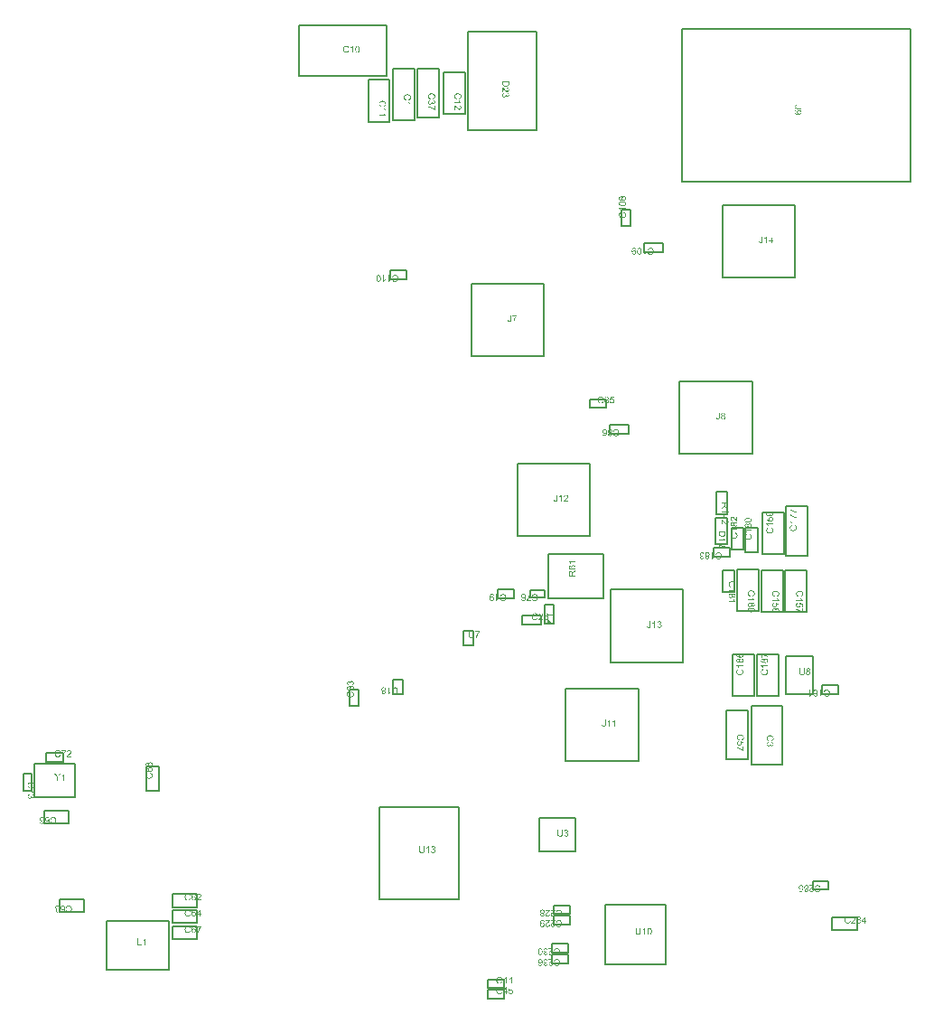
<source format=gbr>
G04*
G04 #@! TF.GenerationSoftware,Altium Limited,Altium Designer,24.2.2 (26)*
G04*
G04 Layer_Color=8388736*
%FSLAX25Y25*%
%MOIN*%
G70*
G04*
G04 #@! TF.SameCoordinates,83FD6BF8-7FB9-4712-9294-79CC625926FD*
G04*
G04*
G04 #@! TF.FilePolarity,Positive*
G04*
G01*
G75*
%ADD12C,0.00787*%
G36*
X330367Y-187849D02*
X330363Y-187879D01*
Y-187911D01*
X330360Y-187988D01*
X330349Y-188068D01*
X330338Y-188155D01*
X330320Y-188235D01*
X330309Y-188275D01*
X330298Y-188308D01*
Y-188312D01*
X330294Y-188315D01*
X330283Y-188337D01*
X330269Y-188370D01*
X330243Y-188410D01*
X330211Y-188454D01*
X330167Y-188501D01*
X330116Y-188545D01*
X330058Y-188588D01*
X330054D01*
X330050Y-188592D01*
X330029Y-188607D01*
X329992Y-188621D01*
X329945Y-188643D01*
X329890Y-188661D01*
X329825Y-188679D01*
X329756Y-188690D01*
X329679Y-188694D01*
X329676D01*
X329668D01*
X329654D01*
X329636Y-188690D01*
X329610D01*
X329585Y-188687D01*
X329523Y-188672D01*
X329450Y-188650D01*
X329374Y-188621D01*
X329297Y-188577D01*
X329261Y-188548D01*
X329224Y-188519D01*
X329221Y-188516D01*
X329217Y-188512D01*
X329206Y-188501D01*
X329195Y-188486D01*
X329181Y-188468D01*
X329166Y-188446D01*
X329148Y-188417D01*
X329126Y-188388D01*
X329108Y-188352D01*
X329089Y-188312D01*
X329068Y-188268D01*
X329049Y-188221D01*
X329035Y-188166D01*
X329017Y-188111D01*
X329006Y-188050D01*
X328995Y-187984D01*
X328991Y-187991D01*
X328984Y-188006D01*
X328969Y-188028D01*
X328955Y-188057D01*
X328915Y-188122D01*
X328889Y-188155D01*
X328868Y-188184D01*
X328860Y-188192D01*
X328842Y-188210D01*
X328813Y-188239D01*
X328777Y-188275D01*
X328726Y-188315D01*
X328671Y-188363D01*
X328605Y-188410D01*
X328533Y-188461D01*
X327848Y-188894D01*
Y-188479D01*
X328373Y-188148D01*
X328376D01*
X328383Y-188141D01*
X328394Y-188133D01*
X328409Y-188122D01*
X328449Y-188097D01*
X328500Y-188064D01*
X328555Y-188024D01*
X328613Y-187984D01*
X328667Y-187944D01*
X328718Y-187908D01*
X328722Y-187904D01*
X328736Y-187893D01*
X328758Y-187875D01*
X328784Y-187849D01*
X328838Y-187795D01*
X328864Y-187766D01*
X328886Y-187737D01*
X328889Y-187733D01*
X328893Y-187726D01*
X328900Y-187711D01*
X328911Y-187689D01*
X328922Y-187667D01*
X328933Y-187642D01*
X328951Y-187584D01*
Y-187580D01*
X328955Y-187573D01*
Y-187558D01*
X328959Y-187540D01*
X328962Y-187515D01*
Y-187485D01*
X328966Y-187445D01*
Y-187016D01*
X327848D01*
Y-186681D01*
X330367D01*
Y-187849D01*
D02*
G37*
G36*
X329745Y-189331D02*
X329752Y-189338D01*
X329756Y-189353D01*
X329767Y-189371D01*
X329778Y-189393D01*
X329792Y-189418D01*
X329829Y-189480D01*
X329869Y-189553D01*
X329920Y-189626D01*
X329978Y-189702D01*
X330040Y-189779D01*
X330043Y-189782D01*
X330047Y-189786D01*
X330058Y-189797D01*
X330069Y-189811D01*
X330105Y-189844D01*
X330149Y-189888D01*
X330200Y-189931D01*
X330258Y-189979D01*
X330316Y-190019D01*
X330378Y-190055D01*
Y-190255D01*
X327848D01*
Y-189946D01*
X329818D01*
X329814Y-189942D01*
X329799Y-189924D01*
X329778Y-189902D01*
X329752Y-189866D01*
X329719Y-189826D01*
X329683Y-189775D01*
X329643Y-189717D01*
X329603Y-189651D01*
Y-189648D01*
X329599Y-189644D01*
X329585Y-189622D01*
X329566Y-189586D01*
X329544Y-189542D01*
X329519Y-189491D01*
X329494Y-189436D01*
X329468Y-189382D01*
X329446Y-189327D01*
X329745D01*
Y-189331D01*
D02*
G37*
G36*
X330367Y-192097D02*
Y-192349D01*
X328736D01*
Y-192691D01*
X328452D01*
Y-192349D01*
X327848D01*
Y-192039D01*
X328452D01*
Y-190943D01*
X328736D01*
X330367Y-192097D01*
D02*
G37*
G36*
X327918Y-192967D02*
X327950Y-192971D01*
X327987Y-192978D01*
X328023Y-192985D01*
X328063Y-193000D01*
X328067D01*
X328070Y-193004D01*
X328092Y-193011D01*
X328125Y-193026D01*
X328169Y-193047D01*
X328220Y-193077D01*
X328278Y-193113D01*
X328336Y-193153D01*
X328398Y-193204D01*
X328402D01*
X328405Y-193211D01*
X328427Y-193229D01*
X328460Y-193262D01*
X328507Y-193309D01*
X328562Y-193364D01*
X328627Y-193433D01*
X328700Y-193517D01*
X328777Y-193608D01*
X328780Y-193612D01*
X328791Y-193626D01*
X328809Y-193648D01*
X328831Y-193673D01*
X328860Y-193706D01*
X328893Y-193746D01*
X328929Y-193786D01*
X328969Y-193834D01*
X329057Y-193925D01*
X329144Y-194016D01*
X329188Y-194059D01*
X329232Y-194099D01*
X329272Y-194136D01*
X329312Y-194165D01*
X329315D01*
X329319Y-194172D01*
X329330Y-194179D01*
X329344Y-194187D01*
X329384Y-194212D01*
X329432Y-194241D01*
X329490Y-194267D01*
X329552Y-194292D01*
X329621Y-194307D01*
X329686Y-194314D01*
X329690D01*
X329694D01*
X329716Y-194310D01*
X329752Y-194307D01*
X329792Y-194296D01*
X329843Y-194281D01*
X329894Y-194256D01*
X329945Y-194223D01*
X329996Y-194179D01*
X330003Y-194172D01*
X330018Y-194154D01*
X330036Y-194128D01*
X330061Y-194088D01*
X330083Y-194037D01*
X330105Y-193979D01*
X330120Y-193910D01*
X330123Y-193834D01*
Y-193812D01*
X330120Y-193797D01*
X330116Y-193754D01*
X330105Y-193703D01*
X330090Y-193648D01*
X330065Y-193586D01*
X330032Y-193528D01*
X329989Y-193473D01*
X329981Y-193466D01*
X329963Y-193451D01*
X329934Y-193430D01*
X329890Y-193408D01*
X329839Y-193382D01*
X329774Y-193360D01*
X329701Y-193346D01*
X329617Y-193339D01*
X329650Y-193022D01*
X329654D01*
X329665Y-193026D01*
X329683D01*
X329708Y-193029D01*
X329737Y-193036D01*
X329770Y-193044D01*
X329810Y-193055D01*
X329850Y-193066D01*
X329938Y-193095D01*
X330025Y-193138D01*
X330069Y-193164D01*
X330112Y-193197D01*
X330152Y-193229D01*
X330189Y-193266D01*
X330192Y-193269D01*
X330196Y-193277D01*
X330207Y-193288D01*
X330218Y-193306D01*
X330233Y-193328D01*
X330247Y-193353D01*
X330265Y-193382D01*
X330283Y-193419D01*
X330302Y-193459D01*
X330320Y-193502D01*
X330334Y-193550D01*
X330349Y-193601D01*
X330360Y-193655D01*
X330371Y-193713D01*
X330375Y-193775D01*
X330378Y-193841D01*
Y-193877D01*
X330375Y-193903D01*
X330371Y-193932D01*
X330367Y-193968D01*
X330360Y-194008D01*
X330353Y-194048D01*
X330327Y-194143D01*
X330291Y-194238D01*
X330269Y-194285D01*
X330243Y-194332D01*
X330211Y-194376D01*
X330174Y-194416D01*
X330171Y-194420D01*
X330167Y-194427D01*
X330152Y-194434D01*
X330138Y-194449D01*
X330120Y-194467D01*
X330094Y-194485D01*
X330069Y-194503D01*
X330036Y-194525D01*
X329967Y-194562D01*
X329879Y-194598D01*
X329836Y-194613D01*
X329785Y-194620D01*
X329734Y-194627D01*
X329679Y-194631D01*
X329672D01*
X329654D01*
X329625Y-194627D01*
X329585Y-194623D01*
X329541Y-194616D01*
X329490Y-194602D01*
X329435Y-194587D01*
X329381Y-194565D01*
X329374Y-194562D01*
X329355Y-194554D01*
X329326Y-194540D01*
X329286Y-194518D01*
X329242Y-194489D01*
X329188Y-194452D01*
X329133Y-194409D01*
X329071Y-194358D01*
X329064Y-194351D01*
X329042Y-194332D01*
X329024Y-194314D01*
X329006Y-194296D01*
X328984Y-194274D01*
X328955Y-194245D01*
X328926Y-194216D01*
X328893Y-194179D01*
X328857Y-194143D01*
X328817Y-194099D01*
X328777Y-194052D01*
X328729Y-194001D01*
X328682Y-193943D01*
X328631Y-193885D01*
X328627Y-193881D01*
X328620Y-193874D01*
X328609Y-193859D01*
X328594Y-193841D01*
X328573Y-193819D01*
X328551Y-193794D01*
X328503Y-193735D01*
X328449Y-193673D01*
X328394Y-193615D01*
X328347Y-193564D01*
X328329Y-193542D01*
X328311Y-193524D01*
X328307Y-193521D01*
X328296Y-193510D01*
X328281Y-193495D01*
X328260Y-193477D01*
X328234Y-193459D01*
X328209Y-193437D01*
X328147Y-193393D01*
Y-194634D01*
X327848D01*
Y-192964D01*
X327852D01*
X327867D01*
X327888D01*
X327918Y-192967D01*
D02*
G37*
G36*
X334855Y-272133D02*
X334892D01*
X334928Y-272137D01*
X334975Y-272141D01*
X335023Y-272148D01*
X335128Y-272166D01*
X335245Y-272192D01*
X335361Y-272228D01*
X335474Y-272279D01*
X335478Y-272283D01*
X335489Y-272286D01*
X335503Y-272294D01*
X335521Y-272308D01*
X335547Y-272323D01*
X335576Y-272341D01*
X335642Y-272388D01*
X335714Y-272450D01*
X335787Y-272523D01*
X335860Y-272607D01*
X335922Y-272705D01*
X335926Y-272709D01*
X335929Y-272720D01*
X335936Y-272734D01*
X335947Y-272752D01*
X335958Y-272781D01*
X335969Y-272811D01*
X335984Y-272847D01*
X335998Y-272887D01*
X336013Y-272931D01*
X336027Y-272978D01*
X336049Y-273080D01*
X336067Y-273196D01*
X336075Y-273317D01*
Y-273353D01*
X336071Y-273378D01*
X336067Y-273411D01*
X336064Y-273451D01*
X336060Y-273491D01*
X336049Y-273539D01*
X336027Y-273637D01*
X335995Y-273746D01*
X335973Y-273801D01*
X335947Y-273852D01*
X335914Y-273903D01*
X335882Y-273954D01*
X335878Y-273957D01*
X335875Y-273965D01*
X335864Y-273979D01*
X335845Y-273997D01*
X335827Y-274015D01*
X335802Y-274041D01*
X335773Y-274066D01*
X335743Y-274096D01*
X335707Y-274125D01*
X335663Y-274154D01*
X335620Y-274186D01*
X335572Y-274216D01*
X335518Y-274241D01*
X335463Y-274270D01*
X335405Y-274292D01*
X335339Y-274314D01*
X335263Y-273986D01*
X335267D01*
X335274Y-273983D01*
X335289Y-273975D01*
X335307Y-273968D01*
X335329Y-273961D01*
X335358Y-273950D01*
X335416Y-273921D01*
X335481Y-273884D01*
X335547Y-273841D01*
X335609Y-273786D01*
X335663Y-273728D01*
X335671Y-273721D01*
X335685Y-273699D01*
X335703Y-273662D01*
X335729Y-273615D01*
X335751Y-273553D01*
X335773Y-273484D01*
X335787Y-273400D01*
X335791Y-273309D01*
Y-273280D01*
X335787Y-273262D01*
Y-273236D01*
X335784Y-273207D01*
X335773Y-273138D01*
X335758Y-273062D01*
X335733Y-272982D01*
X335696Y-272898D01*
X335649Y-272821D01*
Y-272818D01*
X335642Y-272814D01*
X335623Y-272789D01*
X335594Y-272756D01*
X335550Y-272716D01*
X335496Y-272669D01*
X335434Y-272625D01*
X335358Y-272585D01*
X335274Y-272549D01*
X335270D01*
X335263Y-272545D01*
X335252Y-272541D01*
X335234Y-272538D01*
X335212Y-272530D01*
X335187Y-272523D01*
X335125Y-272512D01*
X335052Y-272498D01*
X334972Y-272483D01*
X334884Y-272476D01*
X334790Y-272472D01*
X334786D01*
X334775D01*
X334757D01*
X334735D01*
X334710Y-272476D01*
X334677D01*
X334641Y-272479D01*
X334600Y-272483D01*
X334513Y-272494D01*
X334419Y-272512D01*
X334324Y-272534D01*
X334229Y-272563D01*
X334226D01*
X334218Y-272567D01*
X334207Y-272574D01*
X334189Y-272581D01*
X334145Y-272603D01*
X334095Y-272636D01*
X334036Y-272676D01*
X333974Y-272727D01*
X333920Y-272785D01*
X333869Y-272854D01*
Y-272858D01*
X333865Y-272865D01*
X333858Y-272876D01*
X333851Y-272891D01*
X333843Y-272909D01*
X333833Y-272931D01*
X333811Y-272982D01*
X333789Y-273047D01*
X333771Y-273120D01*
X333756Y-273200D01*
X333752Y-273284D01*
Y-273309D01*
X333756Y-273331D01*
Y-273357D01*
X333760Y-273382D01*
X333774Y-273448D01*
X333792Y-273524D01*
X333822Y-273601D01*
X333862Y-273680D01*
X333883Y-273721D01*
X333912Y-273757D01*
X333916Y-273761D01*
X333920Y-273764D01*
X333931Y-273775D01*
X333942Y-273790D01*
X333960Y-273804D01*
X333982Y-273822D01*
X334003Y-273844D01*
X334033Y-273863D01*
X334065Y-273884D01*
X334102Y-273910D01*
X334138Y-273932D01*
X334182Y-273954D01*
X334229Y-273972D01*
X334280Y-273990D01*
X334335Y-274008D01*
X334393Y-274023D01*
X334309Y-274358D01*
X334306D01*
X334291Y-274354D01*
X334269Y-274347D01*
X334240Y-274336D01*
X334207Y-274325D01*
X334167Y-274310D01*
X334124Y-274292D01*
X334076Y-274270D01*
X333974Y-274219D01*
X333873Y-274154D01*
X333822Y-274114D01*
X333771Y-274074D01*
X333727Y-274030D01*
X333683Y-273979D01*
X333680Y-273975D01*
X333672Y-273968D01*
X333665Y-273950D01*
X333650Y-273932D01*
X333632Y-273903D01*
X333614Y-273873D01*
X333596Y-273833D01*
X333578Y-273793D01*
X333556Y-273746D01*
X333538Y-273695D01*
X333519Y-273640D01*
X333501Y-273582D01*
X333487Y-273520D01*
X333479Y-273455D01*
X333472Y-273386D01*
X333469Y-273313D01*
Y-273273D01*
X333472Y-273244D01*
Y-273211D01*
X333476Y-273171D01*
X333483Y-273127D01*
X333490Y-273076D01*
X333508Y-272971D01*
X333538Y-272862D01*
X333578Y-272752D01*
X333603Y-272701D01*
X333632Y-272650D01*
X333636Y-272647D01*
X333640Y-272639D01*
X333650Y-272625D01*
X333665Y-272610D01*
X333680Y-272588D01*
X333701Y-272563D01*
X333727Y-272534D01*
X333756Y-272505D01*
X333789Y-272476D01*
X333822Y-272443D01*
X333905Y-272377D01*
X334003Y-272316D01*
X334113Y-272261D01*
X334116D01*
X334127Y-272254D01*
X334145Y-272250D01*
X334167Y-272239D01*
X334196Y-272232D01*
X334233Y-272221D01*
X334273Y-272206D01*
X334317Y-272195D01*
X334364Y-272184D01*
X334419Y-272170D01*
X334531Y-272152D01*
X334659Y-272137D01*
X334790Y-272130D01*
X334793D01*
X334808D01*
X334830D01*
X334855Y-272133D01*
D02*
G37*
G36*
X334196Y-274966D02*
X334193D01*
X334186D01*
X334175Y-274969D01*
X334156Y-274973D01*
X334116Y-274984D01*
X334062Y-274998D01*
X334007Y-275020D01*
X333945Y-275049D01*
X333891Y-275086D01*
X333840Y-275129D01*
X333836Y-275136D01*
X333822Y-275151D01*
X333803Y-275180D01*
X333782Y-275220D01*
X333760Y-275264D01*
X333741Y-275319D01*
X333727Y-275380D01*
X333723Y-275450D01*
Y-275471D01*
X333727Y-275486D01*
X333731Y-275530D01*
X333745Y-275581D01*
X333763Y-275642D01*
X333792Y-275704D01*
X333836Y-275770D01*
X333862Y-275799D01*
X333891Y-275828D01*
X333894Y-275832D01*
X333898Y-275835D01*
X333909Y-275843D01*
X333920Y-275854D01*
X333960Y-275879D01*
X334011Y-275908D01*
X334073Y-275934D01*
X334149Y-275959D01*
X334240Y-275977D01*
X334288Y-275985D01*
X334338D01*
X334342D01*
X334349D01*
X334364D01*
X334382Y-275981D01*
X334404D01*
X334429Y-275977D01*
X334488Y-275967D01*
X334557Y-275948D01*
X334626Y-275923D01*
X334692Y-275886D01*
X334753Y-275835D01*
X334757D01*
X334761Y-275828D01*
X334779Y-275810D01*
X334804Y-275777D01*
X334834Y-275733D01*
X334859Y-275675D01*
X334884Y-275610D01*
X334903Y-275533D01*
X334910Y-275490D01*
Y-275420D01*
X334906Y-275391D01*
X334903Y-275355D01*
X334892Y-275311D01*
X334881Y-275268D01*
X334863Y-275220D01*
X334841Y-275173D01*
X334837Y-275169D01*
X334830Y-275155D01*
X334812Y-275133D01*
X334793Y-275104D01*
X334768Y-275075D01*
X334735Y-275045D01*
X334702Y-275013D01*
X334662Y-274987D01*
X334702Y-274696D01*
X335998Y-274940D01*
Y-276192D01*
X335703D01*
Y-275184D01*
X335023Y-275049D01*
X335026Y-275053D01*
X335030Y-275060D01*
X335037Y-275071D01*
X335048Y-275089D01*
X335059Y-275111D01*
X335074Y-275136D01*
X335103Y-275195D01*
X335132Y-275268D01*
X335157Y-275348D01*
X335176Y-275435D01*
X335183Y-275479D01*
Y-275559D01*
X335179Y-275581D01*
X335176Y-275610D01*
X335172Y-275642D01*
X335165Y-275679D01*
X335154Y-275719D01*
X335128Y-275806D01*
X335110Y-275854D01*
X335085Y-275901D01*
X335059Y-275948D01*
X335030Y-275996D01*
X334994Y-276039D01*
X334954Y-276083D01*
X334950Y-276087D01*
X334943Y-276094D01*
X334932Y-276105D01*
X334913Y-276119D01*
X334888Y-276137D01*
X334863Y-276156D01*
X334830Y-276178D01*
X334793Y-276199D01*
X334753Y-276218D01*
X334710Y-276239D01*
X334659Y-276258D01*
X334608Y-276276D01*
X334553Y-276290D01*
X334491Y-276301D01*
X334429Y-276309D01*
X334364Y-276312D01*
X334360D01*
X334349D01*
X334331D01*
X334306Y-276309D01*
X334277Y-276305D01*
X334244Y-276301D01*
X334204Y-276294D01*
X334164Y-276287D01*
X334069Y-276265D01*
X333971Y-276228D01*
X333920Y-276207D01*
X333873Y-276178D01*
X333822Y-276149D01*
X333774Y-276112D01*
X333771Y-276108D01*
X333760Y-276101D01*
X333745Y-276087D01*
X333727Y-276068D01*
X333705Y-276043D01*
X333676Y-276014D01*
X333650Y-275977D01*
X333621Y-275937D01*
X333592Y-275894D01*
X333567Y-275843D01*
X333541Y-275788D01*
X333516Y-275730D01*
X333498Y-275668D01*
X333483Y-275599D01*
X333472Y-275526D01*
X333469Y-275450D01*
Y-275417D01*
X333472Y-275391D01*
X333476Y-275362D01*
X333479Y-275329D01*
X333483Y-275289D01*
X333494Y-275249D01*
X333516Y-275158D01*
X333548Y-275067D01*
X333570Y-275020D01*
X333596Y-274973D01*
X333625Y-274929D01*
X333658Y-274885D01*
X333661Y-274882D01*
X333665Y-274874D01*
X333680Y-274867D01*
X333694Y-274853D01*
X333712Y-274834D01*
X333734Y-274816D01*
X333763Y-274794D01*
X333796Y-274776D01*
X333829Y-274754D01*
X333869Y-274732D01*
X333956Y-274693D01*
X334058Y-274660D01*
X334113Y-274649D01*
X334171Y-274641D01*
X334196Y-274966D01*
D02*
G37*
G36*
X335998Y-278252D02*
X335754D01*
X335751Y-278249D01*
X335743Y-278241D01*
X335729Y-278227D01*
X335707Y-278212D01*
X335682Y-278190D01*
X335652Y-278161D01*
X335616Y-278132D01*
X335572Y-278099D01*
X335529Y-278067D01*
X335478Y-278027D01*
X335420Y-277987D01*
X335361Y-277947D01*
X335296Y-277903D01*
X335227Y-277859D01*
X335150Y-277816D01*
X335074Y-277772D01*
X335070Y-277768D01*
X335055Y-277761D01*
X335034Y-277750D01*
X335001Y-277732D01*
X334961Y-277714D01*
X334917Y-277692D01*
X334866Y-277666D01*
X334808Y-277641D01*
X334742Y-277612D01*
X334677Y-277579D01*
X334604Y-277550D01*
X334528Y-277521D01*
X334371Y-277463D01*
X334204Y-277408D01*
X334200D01*
X334189Y-277404D01*
X334171Y-277401D01*
X334149Y-277393D01*
X334120Y-277386D01*
X334084Y-277379D01*
X334044Y-277368D01*
X334000Y-277361D01*
X333949Y-277350D01*
X333894Y-277339D01*
X333778Y-277321D01*
X333650Y-277302D01*
X333512Y-277291D01*
Y-276975D01*
X333516D01*
X333527D01*
X333541D01*
X333563Y-276978D01*
X333592D01*
X333629Y-276982D01*
X333669Y-276986D01*
X333712Y-276989D01*
X333763Y-276997D01*
X333814Y-277004D01*
X333876Y-277015D01*
X333938Y-277026D01*
X334003Y-277037D01*
X334076Y-277051D01*
X334226Y-277088D01*
X334229D01*
X334244Y-277091D01*
X334266Y-277098D01*
X334298Y-277109D01*
X334335Y-277120D01*
X334379Y-277135D01*
X334429Y-277150D01*
X334484Y-277171D01*
X334546Y-277193D01*
X334608Y-277215D01*
X334746Y-277270D01*
X334892Y-277335D01*
X335037Y-277408D01*
X335041Y-277412D01*
X335055Y-277419D01*
X335074Y-277430D01*
X335103Y-277444D01*
X335136Y-277463D01*
X335176Y-277488D01*
X335219Y-277514D01*
X335267Y-277543D01*
X335372Y-277612D01*
X335481Y-277684D01*
X335594Y-277768D01*
X335700Y-277856D01*
Y-276622D01*
X335998D01*
Y-278252D01*
D02*
G37*
G36*
X342652Y-242138D02*
X342659Y-242145D01*
X342674Y-242160D01*
X342696Y-242174D01*
X342721Y-242196D01*
X342750Y-242225D01*
X342787Y-242254D01*
X342830Y-242287D01*
X342874Y-242320D01*
X342925Y-242360D01*
X342983Y-242400D01*
X343042Y-242440D01*
X343107Y-242484D01*
X343176Y-242527D01*
X343253Y-242571D01*
X343329Y-242615D01*
X343333Y-242618D01*
X343347Y-242626D01*
X343369Y-242636D01*
X343402Y-242655D01*
X343442Y-242673D01*
X343486Y-242695D01*
X343537Y-242720D01*
X343595Y-242746D01*
X343660Y-242775D01*
X343726Y-242808D01*
X343799Y-242837D01*
X343875Y-242866D01*
X344032Y-242924D01*
X344199Y-242979D01*
X344203D01*
X344214Y-242982D01*
X344232Y-242986D01*
X344254Y-242993D01*
X344283Y-243001D01*
X344319Y-243008D01*
X344359Y-243019D01*
X344403Y-243026D01*
X344454Y-243037D01*
X344509Y-243048D01*
X344625Y-243066D01*
X344752Y-243084D01*
X344891Y-243095D01*
Y-243412D01*
X344887D01*
X344876D01*
X344862D01*
X344840Y-243408D01*
X344811D01*
X344774Y-243405D01*
X344734Y-243401D01*
X344691Y-243397D01*
X344640Y-243390D01*
X344589Y-243383D01*
X344527Y-243372D01*
X344465Y-243361D01*
X344399Y-243350D01*
X344327Y-243335D01*
X344177Y-243299D01*
X344174D01*
X344159Y-243295D01*
X344137Y-243288D01*
X344105Y-243277D01*
X344068Y-243266D01*
X344024Y-243252D01*
X343973Y-243237D01*
X343919Y-243215D01*
X343857Y-243194D01*
X343795Y-243172D01*
X343657Y-243117D01*
X343511Y-243052D01*
X343366Y-242979D01*
X343362Y-242975D01*
X343347Y-242968D01*
X343329Y-242957D01*
X343300Y-242942D01*
X343267Y-242924D01*
X343227Y-242899D01*
X343184Y-242873D01*
X343136Y-242844D01*
X343031Y-242775D01*
X342921Y-242702D01*
X342809Y-242618D01*
X342703Y-242531D01*
Y-243765D01*
X342405D01*
Y-242134D01*
X342649D01*
X342652Y-242138D01*
D02*
G37*
G36*
X344228Y-244092D02*
X344254Y-244096D01*
X344286Y-244100D01*
X344323Y-244107D01*
X344363Y-244118D01*
X344447Y-244144D01*
X344494Y-244162D01*
X344538Y-244187D01*
X344585Y-244213D01*
X344629Y-244242D01*
X344672Y-244278D01*
X344716Y-244318D01*
X344720Y-244322D01*
X344727Y-244329D01*
X344738Y-244340D01*
X344749Y-244358D01*
X344767Y-244384D01*
X344785Y-244409D01*
X344803Y-244442D01*
X344825Y-244478D01*
X344847Y-244518D01*
X344865Y-244566D01*
X344883Y-244617D01*
X344902Y-244668D01*
X344913Y-244726D01*
X344923Y-244788D01*
X344931Y-244850D01*
X344934Y-244919D01*
Y-244955D01*
X344931Y-244981D01*
X344927Y-245013D01*
X344923Y-245050D01*
X344916Y-245090D01*
X344905Y-245134D01*
X344880Y-245232D01*
X344862Y-245283D01*
X344843Y-245330D01*
X344818Y-245381D01*
X344789Y-245432D01*
X344756Y-245479D01*
X344716Y-245523D01*
X344712Y-245527D01*
X344705Y-245534D01*
X344694Y-245545D01*
X344676Y-245560D01*
X344654Y-245574D01*
X344629Y-245596D01*
X344600Y-245614D01*
X344563Y-245636D01*
X344527Y-245658D01*
X344483Y-245676D01*
X344392Y-245712D01*
X344338Y-245727D01*
X344283Y-245738D01*
X344225Y-245745D01*
X344166Y-245749D01*
X344163D01*
X344156D01*
X344141D01*
X344126Y-245745D01*
X344105D01*
X344079Y-245742D01*
X344021Y-245734D01*
X343955Y-245720D01*
X343890Y-245698D01*
X343821Y-245665D01*
X343755Y-245625D01*
X343751D01*
X343748Y-245618D01*
X343730Y-245603D01*
X343701Y-245574D01*
X343664Y-245534D01*
X343628Y-245483D01*
X343588Y-245421D01*
X343555Y-245352D01*
X343529Y-245268D01*
Y-245272D01*
X343526Y-245275D01*
X343522Y-245286D01*
X343515Y-245301D01*
X343500Y-245334D01*
X343478Y-245377D01*
X343449Y-245425D01*
X343413Y-245472D01*
X343373Y-245516D01*
X343329Y-245556D01*
X343322Y-245560D01*
X343307Y-245570D01*
X343278Y-245585D01*
X343242Y-245600D01*
X343195Y-245618D01*
X343140Y-245632D01*
X343078Y-245643D01*
X343012Y-245647D01*
X343009D01*
X343002D01*
X342987D01*
X342965Y-245643D01*
X342943Y-245639D01*
X342914Y-245636D01*
X342852Y-245621D01*
X342780Y-245600D01*
X342703Y-245563D01*
X342663Y-245541D01*
X342623Y-245516D01*
X342587Y-245483D01*
X342550Y-245450D01*
X342547Y-245447D01*
X342543Y-245439D01*
X342532Y-245428D01*
X342521Y-245414D01*
X342507Y-245396D01*
X342492Y-245370D01*
X342474Y-245341D01*
X342456Y-245312D01*
X342437Y-245275D01*
X342419Y-245235D01*
X342405Y-245192D01*
X342390Y-245145D01*
X342368Y-245043D01*
X342365Y-244984D01*
X342361Y-244926D01*
Y-244893D01*
X342365Y-244871D01*
X342368Y-244842D01*
X342372Y-244810D01*
X342375Y-244773D01*
X342386Y-244737D01*
X342408Y-244650D01*
X342441Y-244562D01*
X342463Y-244518D01*
X342488Y-244475D01*
X342521Y-244435D01*
X342554Y-244395D01*
X342558Y-244391D01*
X342561Y-244387D01*
X342572Y-244376D01*
X342587Y-244362D01*
X342608Y-244347D01*
X342630Y-244329D01*
X342685Y-244293D01*
X342754Y-244256D01*
X342834Y-244224D01*
X342925Y-244198D01*
X342972Y-244195D01*
X343023Y-244191D01*
X343027D01*
X343031D01*
X343053D01*
X343085Y-244195D01*
X343125Y-244202D01*
X343176Y-244213D01*
X343227Y-244231D01*
X343278Y-244253D01*
X343329Y-244285D01*
X343337Y-244289D01*
X343351Y-244304D01*
X343373Y-244325D01*
X343402Y-244355D01*
X343435Y-244395D01*
X343467Y-244442D01*
X343500Y-244497D01*
X343529Y-244562D01*
Y-244559D01*
X343533Y-244551D01*
X343537Y-244540D01*
X343544Y-244526D01*
X343562Y-244482D01*
X343588Y-244431D01*
X343624Y-244376D01*
X343664Y-244318D01*
X343715Y-244264D01*
X343773Y-244213D01*
X343777D01*
X343781Y-244209D01*
X343802Y-244195D01*
X343839Y-244173D01*
X343886Y-244151D01*
X343944Y-244129D01*
X344014Y-244107D01*
X344090Y-244092D01*
X344174Y-244089D01*
X344177D01*
X344188D01*
X344206D01*
X344228Y-244092D01*
D02*
G37*
G36*
X344891Y-246848D02*
X342921D01*
X342925Y-246852D01*
X342940Y-246870D01*
X342962Y-246892D01*
X342987Y-246928D01*
X343020Y-246968D01*
X343056Y-247019D01*
X343096Y-247077D01*
X343136Y-247143D01*
Y-247147D01*
X343140Y-247150D01*
X343155Y-247172D01*
X343173Y-247208D01*
X343195Y-247252D01*
X343220Y-247303D01*
X343246Y-247358D01*
X343271Y-247412D01*
X343293Y-247467D01*
X342994D01*
Y-247463D01*
X342987Y-247456D01*
X342983Y-247441D01*
X342972Y-247423D01*
X342962Y-247401D01*
X342947Y-247376D01*
X342911Y-247314D01*
X342871Y-247241D01*
X342820Y-247168D01*
X342761Y-247092D01*
X342700Y-247016D01*
X342696Y-247012D01*
X342692Y-247008D01*
X342681Y-246997D01*
X342670Y-246983D01*
X342634Y-246950D01*
X342590Y-246906D01*
X342539Y-246863D01*
X342481Y-246815D01*
X342423Y-246775D01*
X342361Y-246739D01*
Y-246539D01*
X344891D01*
Y-246848D01*
D02*
G37*
G36*
X344112Y-247991D02*
X344134Y-247998D01*
X344163Y-248009D01*
X344196Y-248020D01*
X344236Y-248035D01*
X344279Y-248053D01*
X344327Y-248075D01*
X344428Y-248126D01*
X344530Y-248191D01*
X344581Y-248231D01*
X344632Y-248271D01*
X344676Y-248315D01*
X344720Y-248366D01*
X344723Y-248370D01*
X344731Y-248377D01*
X344738Y-248395D01*
X344752Y-248413D01*
X344771Y-248442D01*
X344789Y-248471D01*
X344807Y-248512D01*
X344825Y-248552D01*
X344847Y-248599D01*
X344865Y-248650D01*
X344883Y-248704D01*
X344902Y-248763D01*
X344916Y-248825D01*
X344923Y-248890D01*
X344931Y-248959D01*
X344934Y-249032D01*
Y-249072D01*
X344931Y-249101D01*
Y-249134D01*
X344927Y-249174D01*
X344920Y-249218D01*
X344913Y-249269D01*
X344894Y-249374D01*
X344865Y-249483D01*
X344825Y-249593D01*
X344800Y-249643D01*
X344771Y-249694D01*
X344767Y-249698D01*
X344763Y-249705D01*
X344752Y-249720D01*
X344738Y-249734D01*
X344723Y-249756D01*
X344702Y-249782D01*
X344676Y-249811D01*
X344647Y-249840D01*
X344614Y-249869D01*
X344581Y-249902D01*
X344498Y-249968D01*
X344399Y-250029D01*
X344290Y-250084D01*
X344286D01*
X344276Y-250091D01*
X344257Y-250095D01*
X344236Y-250106D01*
X344206Y-250113D01*
X344170Y-250124D01*
X344130Y-250139D01*
X344086Y-250149D01*
X344039Y-250160D01*
X343984Y-250175D01*
X343872Y-250193D01*
X343744Y-250208D01*
X343613Y-250215D01*
X343609D01*
X343595D01*
X343573D01*
X343548Y-250211D01*
X343511D01*
X343475Y-250208D01*
X343427Y-250204D01*
X343380Y-250197D01*
X343275Y-250179D01*
X343158Y-250153D01*
X343042Y-250117D01*
X342929Y-250066D01*
X342925Y-250062D01*
X342914Y-250059D01*
X342900Y-250051D01*
X342881Y-250037D01*
X342856Y-250022D01*
X342827Y-250004D01*
X342761Y-249957D01*
X342689Y-249895D01*
X342616Y-249822D01*
X342543Y-249738D01*
X342481Y-249640D01*
X342477Y-249636D01*
X342474Y-249625D01*
X342466Y-249611D01*
X342456Y-249593D01*
X342445Y-249564D01*
X342434Y-249534D01*
X342419Y-249498D01*
X342405Y-249458D01*
X342390Y-249414D01*
X342375Y-249367D01*
X342354Y-249265D01*
X342336Y-249149D01*
X342328Y-249028D01*
Y-248992D01*
X342332Y-248967D01*
X342336Y-248934D01*
X342339Y-248894D01*
X342343Y-248854D01*
X342354Y-248806D01*
X342375Y-248708D01*
X342408Y-248599D01*
X342430Y-248544D01*
X342456Y-248493D01*
X342488Y-248442D01*
X342521Y-248391D01*
X342525Y-248388D01*
X342528Y-248380D01*
X342539Y-248366D01*
X342558Y-248348D01*
X342576Y-248329D01*
X342601Y-248304D01*
X342630Y-248278D01*
X342659Y-248249D01*
X342696Y-248220D01*
X342740Y-248191D01*
X342783Y-248158D01*
X342830Y-248129D01*
X342885Y-248104D01*
X342940Y-248075D01*
X342998Y-248053D01*
X343063Y-248031D01*
X343140Y-248359D01*
X343136D01*
X343129Y-248362D01*
X343114Y-248370D01*
X343096Y-248377D01*
X343074Y-248384D01*
X343045Y-248395D01*
X342987Y-248424D01*
X342921Y-248461D01*
X342856Y-248504D01*
X342794Y-248559D01*
X342740Y-248617D01*
X342732Y-248624D01*
X342718Y-248646D01*
X342700Y-248683D01*
X342674Y-248730D01*
X342652Y-248792D01*
X342630Y-248861D01*
X342616Y-248945D01*
X342612Y-249036D01*
Y-249065D01*
X342616Y-249083D01*
Y-249109D01*
X342619Y-249138D01*
X342630Y-249207D01*
X342645Y-249283D01*
X342670Y-249363D01*
X342707Y-249447D01*
X342754Y-249523D01*
Y-249527D01*
X342761Y-249531D01*
X342780Y-249556D01*
X342809Y-249589D01*
X342852Y-249629D01*
X342907Y-249676D01*
X342969Y-249720D01*
X343045Y-249760D01*
X343129Y-249796D01*
X343133D01*
X343140Y-249800D01*
X343151Y-249804D01*
X343169Y-249807D01*
X343191Y-249815D01*
X343216Y-249822D01*
X343278Y-249833D01*
X343351Y-249847D01*
X343431Y-249862D01*
X343518Y-249869D01*
X343613Y-249873D01*
X343617D01*
X343628D01*
X343646D01*
X343668D01*
X343693Y-249869D01*
X343726D01*
X343762Y-249866D01*
X343802Y-249862D01*
X343890Y-249851D01*
X343984Y-249833D01*
X344079Y-249811D01*
X344174Y-249782D01*
X344177D01*
X344185Y-249778D01*
X344196Y-249771D01*
X344214Y-249764D01*
X344257Y-249742D01*
X344308Y-249709D01*
X344367Y-249669D01*
X344428Y-249618D01*
X344483Y-249560D01*
X344534Y-249491D01*
Y-249487D01*
X344538Y-249480D01*
X344545Y-249469D01*
X344552Y-249454D01*
X344560Y-249436D01*
X344570Y-249414D01*
X344592Y-249363D01*
X344614Y-249298D01*
X344632Y-249225D01*
X344647Y-249145D01*
X344651Y-249061D01*
Y-249036D01*
X344647Y-249014D01*
Y-248988D01*
X344643Y-248963D01*
X344629Y-248897D01*
X344611Y-248821D01*
X344581Y-248745D01*
X344541Y-248664D01*
X344519Y-248624D01*
X344490Y-248588D01*
X344487Y-248584D01*
X344483Y-248581D01*
X344472Y-248570D01*
X344461Y-248555D01*
X344443Y-248541D01*
X344421Y-248522D01*
X344399Y-248501D01*
X344370Y-248482D01*
X344338Y-248461D01*
X344301Y-248435D01*
X344265Y-248413D01*
X344221Y-248391D01*
X344174Y-248373D01*
X344123Y-248355D01*
X344068Y-248337D01*
X344010Y-248322D01*
X344094Y-247987D01*
X344097D01*
X344112Y-247991D01*
D02*
G37*
G36*
X355524Y-40313D02*
X355521D01*
X355513D01*
X355499D01*
X355477Y-40317D01*
X355455Y-40321D01*
X355430D01*
X355368Y-40332D01*
X355302Y-40343D01*
X355237Y-40364D01*
X355178Y-40386D01*
X355153Y-40401D01*
X355131Y-40419D01*
X355127Y-40423D01*
X355116Y-40437D01*
X355098Y-40459D01*
X355080Y-40488D01*
X355058Y-40528D01*
X355044Y-40572D01*
X355029Y-40626D01*
X355025Y-40685D01*
Y-40707D01*
X355029Y-40728D01*
X355033Y-40761D01*
X355040Y-40794D01*
X355047Y-40830D01*
X355062Y-40867D01*
X355080Y-40903D01*
X355084Y-40907D01*
X355091Y-40918D01*
X355105Y-40932D01*
X355120Y-40954D01*
X355146Y-40972D01*
X355171Y-40994D01*
X355200Y-41012D01*
X355237Y-41027D01*
X355240D01*
X355255Y-41034D01*
X355280Y-41038D01*
X355313Y-41045D01*
X355357Y-41052D01*
X355411Y-41056D01*
X355477Y-41063D01*
X355553D01*
X357290D01*
Y-41398D01*
X355571D01*
X355568D01*
X355557D01*
X355542D01*
X355521D01*
X355491Y-41394D01*
X355462D01*
X355393Y-41387D01*
X355313Y-41380D01*
X355229Y-41365D01*
X355153Y-41344D01*
X355080Y-41318D01*
X355076D01*
X355073Y-41314D01*
X355051Y-41304D01*
X355022Y-41285D01*
X354982Y-41260D01*
X354942Y-41223D01*
X354898Y-41183D01*
X354854Y-41132D01*
X354818Y-41074D01*
X354814Y-41067D01*
X354803Y-41045D01*
X354789Y-41012D01*
X354774Y-40965D01*
X354756Y-40907D01*
X354742Y-40841D01*
X354731Y-40768D01*
X354727Y-40688D01*
Y-40656D01*
X354731Y-40634D01*
X354734Y-40605D01*
X354738Y-40576D01*
X354752Y-40499D01*
X354774Y-40419D01*
X354807Y-40335D01*
X354829Y-40292D01*
X354854Y-40251D01*
X354884Y-40215D01*
X354916Y-40179D01*
X354920Y-40175D01*
X354924Y-40171D01*
X354938Y-40164D01*
X354953Y-40153D01*
X354971Y-40139D01*
X354996Y-40124D01*
X355025Y-40110D01*
X355058Y-40091D01*
X355095Y-40077D01*
X355138Y-40062D01*
X355182Y-40048D01*
X355233Y-40033D01*
X355288Y-40026D01*
X355349Y-40015D01*
X355411Y-40011D01*
X355480D01*
X355524Y-40313D01*
D02*
G37*
G36*
X356511Y-41820D02*
X356543Y-41824D01*
X356583Y-41828D01*
X356623Y-41835D01*
X356671Y-41846D01*
X356765Y-41871D01*
X356816Y-41890D01*
X356871Y-41911D01*
X356922Y-41937D01*
X356969Y-41970D01*
X357020Y-42002D01*
X357064Y-42042D01*
X357067Y-42046D01*
X357075Y-42053D01*
X357086Y-42064D01*
X357100Y-42082D01*
X357118Y-42104D01*
X357140Y-42133D01*
X357158Y-42162D01*
X357184Y-42199D01*
X357206Y-42235D01*
X357224Y-42279D01*
X357264Y-42377D01*
X357279Y-42428D01*
X357290Y-42487D01*
X357297Y-42545D01*
X357300Y-42607D01*
Y-42632D01*
X357297Y-42650D01*
Y-42669D01*
X357293Y-42694D01*
X357282Y-42756D01*
X357268Y-42825D01*
X357242Y-42901D01*
X357209Y-42978D01*
X357166Y-43054D01*
Y-43058D01*
X357158Y-43062D01*
X357151Y-43073D01*
X357140Y-43087D01*
X357111Y-43123D01*
X357071Y-43171D01*
X357016Y-43218D01*
X356951Y-43273D01*
X356875Y-43320D01*
X356787Y-43364D01*
X356784D01*
X356776Y-43367D01*
X356762Y-43375D01*
X356744Y-43382D01*
X356718Y-43389D01*
X356685Y-43400D01*
X356649Y-43407D01*
X356609Y-43418D01*
X356561Y-43429D01*
X356507Y-43440D01*
X356449Y-43447D01*
X356387Y-43455D01*
X356318Y-43462D01*
X356245Y-43469D01*
X356165Y-43473D01*
X356081D01*
X356077D01*
X356059D01*
X356034D01*
X356001D01*
X355961Y-43469D01*
X355914D01*
X355859Y-43466D01*
X355804Y-43458D01*
X355681Y-43447D01*
X355550Y-43429D01*
X355426Y-43404D01*
X355364Y-43386D01*
X355309Y-43367D01*
X355306D01*
X355298Y-43364D01*
X355284Y-43356D01*
X355262Y-43349D01*
X355240Y-43338D01*
X355211Y-43324D01*
X355149Y-43287D01*
X355080Y-43244D01*
X355007Y-43193D01*
X354938Y-43127D01*
X354876Y-43054D01*
Y-43051D01*
X354869Y-43043D01*
X354862Y-43033D01*
X354854Y-43018D01*
X354843Y-42996D01*
X354829Y-42974D01*
X354814Y-42945D01*
X354803Y-42916D01*
X354774Y-42847D01*
X354749Y-42763D01*
X354734Y-42672D01*
X354727Y-42570D01*
Y-42541D01*
X354731Y-42523D01*
Y-42497D01*
X354734Y-42468D01*
X354749Y-42399D01*
X354767Y-42323D01*
X354796Y-42243D01*
X354836Y-42162D01*
X354862Y-42123D01*
X354891Y-42086D01*
X354894Y-42082D01*
X354898Y-42079D01*
X354909Y-42068D01*
X354920Y-42057D01*
X354938Y-42042D01*
X354960Y-42024D01*
X355011Y-41988D01*
X355076Y-41951D01*
X355156Y-41915D01*
X355247Y-41886D01*
X355353Y-41864D01*
X355379Y-42162D01*
X355375D01*
X355368Y-42166D01*
X355360D01*
X355346Y-42170D01*
X355306Y-42181D01*
X355262Y-42195D01*
X355211Y-42213D01*
X355160Y-42239D01*
X355113Y-42268D01*
X355073Y-42305D01*
X355069Y-42308D01*
X355058Y-42323D01*
X355044Y-42348D01*
X355029Y-42377D01*
X355011Y-42417D01*
X354996Y-42465D01*
X354985Y-42519D01*
X354982Y-42577D01*
Y-42603D01*
X354985Y-42628D01*
X354989Y-42661D01*
X354996Y-42701D01*
X355007Y-42741D01*
X355022Y-42785D01*
X355044Y-42825D01*
X355047Y-42829D01*
X355055Y-42843D01*
X355069Y-42865D01*
X355091Y-42887D01*
X355116Y-42916D01*
X355146Y-42945D01*
X355178Y-42974D01*
X355218Y-43003D01*
X355222Y-43007D01*
X355240Y-43014D01*
X355266Y-43029D01*
X355298Y-43043D01*
X355342Y-43062D01*
X355393Y-43080D01*
X355451Y-43098D01*
X355517Y-43116D01*
X355521D01*
X355524Y-43120D01*
X355535D01*
X355550Y-43123D01*
X355586Y-43131D01*
X355633Y-43142D01*
X355692Y-43149D01*
X355753Y-43156D01*
X355823Y-43160D01*
X355895Y-43163D01*
X355899D01*
X355910D01*
X355928D01*
X355957D01*
X355950Y-43160D01*
X355932Y-43145D01*
X355906Y-43123D01*
X355870Y-43098D01*
X355834Y-43062D01*
X355793Y-43018D01*
X355753Y-42967D01*
X355717Y-42909D01*
X355713Y-42901D01*
X355702Y-42880D01*
X355688Y-42847D01*
X355673Y-42807D01*
X355655Y-42752D01*
X355641Y-42694D01*
X355630Y-42628D01*
X355626Y-42559D01*
Y-42530D01*
X355630Y-42508D01*
X355633Y-42479D01*
X355637Y-42450D01*
X355644Y-42414D01*
X355655Y-42377D01*
X355681Y-42294D01*
X355699Y-42250D01*
X355721Y-42206D01*
X355746Y-42159D01*
X355779Y-42115D01*
X355812Y-42072D01*
X355852Y-42031D01*
X355855Y-42028D01*
X355863Y-42021D01*
X355874Y-42013D01*
X355892Y-41999D01*
X355917Y-41980D01*
X355943Y-41962D01*
X355976Y-41944D01*
X356012Y-41926D01*
X356052Y-41904D01*
X356096Y-41886D01*
X356147Y-41868D01*
X356198Y-41849D01*
X356256Y-41835D01*
X356318Y-41828D01*
X356380Y-41820D01*
X356449Y-41817D01*
X356452D01*
X356467D01*
X356485D01*
X356511Y-41820D01*
D02*
G37*
G36*
X202771Y-38384D02*
X202807D01*
X202844Y-38388D01*
X202891Y-38391D01*
X202938Y-38399D01*
X203044Y-38417D01*
X203161Y-38442D01*
X203277Y-38479D01*
X203390Y-38530D01*
X203393Y-38533D01*
X203404Y-38537D01*
X203419Y-38544D01*
X203437Y-38559D01*
X203463Y-38573D01*
X203492Y-38591D01*
X203557Y-38639D01*
X203630Y-38701D01*
X203703Y-38773D01*
X203776Y-38857D01*
X203837Y-38955D01*
X203841Y-38959D01*
X203845Y-38970D01*
X203852Y-38985D01*
X203863Y-39003D01*
X203874Y-39032D01*
X203885Y-39061D01*
X203899Y-39097D01*
X203914Y-39137D01*
X203928Y-39181D01*
X203943Y-39228D01*
X203965Y-39330D01*
X203983Y-39447D01*
X203990Y-39567D01*
Y-39603D01*
X203987Y-39629D01*
X203983Y-39662D01*
X203979Y-39702D01*
X203976Y-39742D01*
X203965Y-39789D01*
X203943Y-39887D01*
X203910Y-39996D01*
X203889Y-40051D01*
X203863Y-40102D01*
X203830Y-40153D01*
X203798Y-40204D01*
X203794Y-40208D01*
X203790Y-40215D01*
X203779Y-40229D01*
X203761Y-40248D01*
X203743Y-40266D01*
X203717Y-40291D01*
X203688Y-40317D01*
X203659Y-40346D01*
X203623Y-40375D01*
X203579Y-40404D01*
X203535Y-40437D01*
X203488Y-40466D01*
X203433Y-40492D01*
X203379Y-40521D01*
X203321Y-40543D01*
X203255Y-40564D01*
X203179Y-40237D01*
X203182D01*
X203190Y-40233D01*
X203204Y-40226D01*
X203222Y-40218D01*
X203244Y-40211D01*
X203273Y-40200D01*
X203331Y-40171D01*
X203397Y-40135D01*
X203463Y-40091D01*
X203524Y-40036D01*
X203579Y-39978D01*
X203586Y-39971D01*
X203601Y-39949D01*
X203619Y-39913D01*
X203645Y-39865D01*
X203666Y-39803D01*
X203688Y-39734D01*
X203703Y-39651D01*
X203707Y-39560D01*
Y-39531D01*
X203703Y-39512D01*
Y-39487D01*
X203699Y-39458D01*
X203688Y-39389D01*
X203674Y-39312D01*
X203648Y-39232D01*
X203612Y-39148D01*
X203565Y-39072D01*
Y-39068D01*
X203557Y-39065D01*
X203539Y-39039D01*
X203510Y-39006D01*
X203466Y-38966D01*
X203412Y-38919D01*
X203350Y-38875D01*
X203273Y-38835D01*
X203190Y-38799D01*
X203186D01*
X203179Y-38795D01*
X203168Y-38792D01*
X203150Y-38788D01*
X203128Y-38781D01*
X203102Y-38773D01*
X203040Y-38763D01*
X202968Y-38748D01*
X202888Y-38733D01*
X202800Y-38726D01*
X202706Y-38722D01*
X202702D01*
X202691D01*
X202673D01*
X202651D01*
X202625Y-38726D01*
X202593D01*
X202556Y-38730D01*
X202516Y-38733D01*
X202429Y-38744D01*
X202334Y-38763D01*
X202240Y-38784D01*
X202145Y-38813D01*
X202141D01*
X202134Y-38817D01*
X202123Y-38824D01*
X202105Y-38832D01*
X202061Y-38853D01*
X202010Y-38886D01*
X201952Y-38926D01*
X201890Y-38977D01*
X201835Y-39035D01*
X201784Y-39105D01*
Y-39108D01*
X201781Y-39116D01*
X201774Y-39127D01*
X201766Y-39141D01*
X201759Y-39159D01*
X201748Y-39181D01*
X201726Y-39232D01*
X201705Y-39298D01*
X201686Y-39370D01*
X201672Y-39450D01*
X201668Y-39534D01*
Y-39560D01*
X201672Y-39582D01*
Y-39607D01*
X201675Y-39632D01*
X201690Y-39698D01*
X201708Y-39774D01*
X201737Y-39851D01*
X201777Y-39931D01*
X201799Y-39971D01*
X201828Y-40007D01*
X201832Y-40011D01*
X201835Y-40015D01*
X201846Y-40026D01*
X201857Y-40040D01*
X201875Y-40055D01*
X201897Y-40073D01*
X201919Y-40095D01*
X201948Y-40113D01*
X201981Y-40135D01*
X202017Y-40160D01*
X202054Y-40182D01*
X202098Y-40204D01*
X202145Y-40222D01*
X202196Y-40240D01*
X202251Y-40258D01*
X202309Y-40273D01*
X202225Y-40608D01*
X202221D01*
X202207Y-40604D01*
X202185Y-40597D01*
X202156Y-40586D01*
X202123Y-40575D01*
X202083Y-40561D01*
X202039Y-40543D01*
X201992Y-40521D01*
X201890Y-40470D01*
X201788Y-40404D01*
X201737Y-40364D01*
X201686Y-40324D01*
X201643Y-40280D01*
X201599Y-40229D01*
X201595Y-40226D01*
X201588Y-40218D01*
X201581Y-40200D01*
X201566Y-40182D01*
X201548Y-40153D01*
X201530Y-40124D01*
X201512Y-40084D01*
X201493Y-40044D01*
X201471Y-39996D01*
X201453Y-39946D01*
X201435Y-39891D01*
X201417Y-39833D01*
X201402Y-39771D01*
X201395Y-39705D01*
X201388Y-39636D01*
X201384Y-39563D01*
Y-39523D01*
X201388Y-39494D01*
Y-39461D01*
X201391Y-39421D01*
X201399Y-39378D01*
X201406Y-39327D01*
X201424Y-39221D01*
X201453Y-39112D01*
X201493Y-39003D01*
X201519Y-38952D01*
X201548Y-38901D01*
X201552Y-38897D01*
X201555Y-38890D01*
X201566Y-38875D01*
X201581Y-38861D01*
X201595Y-38839D01*
X201617Y-38813D01*
X201643Y-38784D01*
X201672Y-38755D01*
X201705Y-38726D01*
X201737Y-38693D01*
X201821Y-38628D01*
X201919Y-38566D01*
X202028Y-38511D01*
X202032D01*
X202043Y-38504D01*
X202061Y-38500D01*
X202083Y-38489D01*
X202112Y-38482D01*
X202149Y-38471D01*
X202189Y-38457D01*
X202232Y-38446D01*
X202280Y-38435D01*
X202334Y-38420D01*
X202447Y-38402D01*
X202574Y-38388D01*
X202706Y-38380D01*
X202709D01*
X202724D01*
X202746D01*
X202771Y-38384D01*
D02*
G37*
G36*
X203324Y-41132D02*
X203331Y-41139D01*
X203335Y-41154D01*
X203346Y-41172D01*
X203357Y-41194D01*
X203372Y-41219D01*
X203408Y-41281D01*
X203448Y-41354D01*
X203499Y-41427D01*
X203557Y-41503D01*
X203619Y-41580D01*
X203623Y-41583D01*
X203626Y-41587D01*
X203637Y-41598D01*
X203648Y-41613D01*
X203685Y-41645D01*
X203728Y-41689D01*
X203779Y-41733D01*
X203837Y-41780D01*
X203896Y-41820D01*
X203958Y-41857D01*
Y-42057D01*
X201428D01*
Y-41747D01*
X203397D01*
X203393Y-41744D01*
X203379Y-41726D01*
X203357Y-41704D01*
X203331Y-41667D01*
X203299Y-41627D01*
X203262Y-41576D01*
X203222Y-41518D01*
X203182Y-41452D01*
Y-41449D01*
X203179Y-41445D01*
X203164Y-41423D01*
X203146Y-41387D01*
X203124Y-41343D01*
X203099Y-41292D01*
X203073Y-41238D01*
X203048Y-41183D01*
X203026Y-41129D01*
X203324D01*
Y-41132D01*
D02*
G37*
G36*
Y-43090D02*
X203331Y-43098D01*
X203335Y-43112D01*
X203346Y-43130D01*
X203357Y-43152D01*
X203372Y-43178D01*
X203408Y-43240D01*
X203448Y-43312D01*
X203499Y-43385D01*
X203557Y-43462D01*
X203619Y-43538D01*
X203623Y-43542D01*
X203626Y-43545D01*
X203637Y-43556D01*
X203648Y-43571D01*
X203685Y-43604D01*
X203728Y-43647D01*
X203779Y-43691D01*
X203837Y-43738D01*
X203896Y-43778D01*
X203958Y-43815D01*
Y-44015D01*
X201428D01*
Y-43706D01*
X203397D01*
X203393Y-43702D01*
X203379Y-43684D01*
X203357Y-43662D01*
X203331Y-43626D01*
X203299Y-43586D01*
X203262Y-43534D01*
X203222Y-43476D01*
X203182Y-43411D01*
Y-43407D01*
X203179Y-43404D01*
X203164Y-43382D01*
X203146Y-43345D01*
X203124Y-43302D01*
X203099Y-43251D01*
X203073Y-43196D01*
X203048Y-43141D01*
X203026Y-43087D01*
X203324D01*
Y-43090D01*
D02*
G37*
G36*
X117147Y-282330D02*
X117173Y-282333D01*
X117205Y-282337D01*
X117242Y-282344D01*
X117282Y-282355D01*
X117366Y-282381D01*
X117413Y-282399D01*
X117456Y-282424D01*
X117504Y-282450D01*
X117548Y-282479D01*
X117591Y-282515D01*
X117635Y-282555D01*
X117639Y-282559D01*
X117646Y-282566D01*
X117657Y-282577D01*
X117668Y-282595D01*
X117686Y-282621D01*
X117704Y-282646D01*
X117722Y-282679D01*
X117744Y-282715D01*
X117766Y-282755D01*
X117784Y-282803D01*
X117802Y-282854D01*
X117821Y-282905D01*
X117831Y-282963D01*
X117842Y-283025D01*
X117850Y-283087D01*
X117853Y-283156D01*
Y-283192D01*
X117850Y-283218D01*
X117846Y-283250D01*
X117842Y-283287D01*
X117835Y-283327D01*
X117824Y-283371D01*
X117799Y-283469D01*
X117780Y-283520D01*
X117762Y-283567D01*
X117737Y-283618D01*
X117708Y-283669D01*
X117675Y-283716D01*
X117635Y-283760D01*
X117631Y-283764D01*
X117624Y-283771D01*
X117613Y-283782D01*
X117595Y-283796D01*
X117573Y-283811D01*
X117548Y-283833D01*
X117518Y-283851D01*
X117482Y-283873D01*
X117446Y-283895D01*
X117402Y-283913D01*
X117311Y-283949D01*
X117256Y-283964D01*
X117202Y-283975D01*
X117143Y-283982D01*
X117085Y-283986D01*
X117081D01*
X117074D01*
X117060D01*
X117045Y-283982D01*
X117023D01*
X116998Y-283978D01*
X116940Y-283971D01*
X116874Y-283957D01*
X116808Y-283935D01*
X116739Y-283902D01*
X116674Y-283862D01*
X116670D01*
X116667Y-283855D01*
X116648Y-283840D01*
X116619Y-283811D01*
X116583Y-283771D01*
X116546Y-283720D01*
X116506Y-283658D01*
X116474Y-283589D01*
X116448Y-283505D01*
Y-283509D01*
X116445Y-283512D01*
X116441Y-283523D01*
X116434Y-283538D01*
X116419Y-283571D01*
X116397Y-283614D01*
X116368Y-283662D01*
X116332Y-283709D01*
X116292Y-283753D01*
X116248Y-283793D01*
X116241Y-283796D01*
X116226Y-283807D01*
X116197Y-283822D01*
X116161Y-283837D01*
X116113Y-283855D01*
X116059Y-283869D01*
X115997Y-283880D01*
X115931Y-283884D01*
X115928D01*
X115920D01*
X115906D01*
X115884Y-283880D01*
X115862Y-283876D01*
X115833Y-283873D01*
X115771Y-283858D01*
X115698Y-283837D01*
X115622Y-283800D01*
X115582Y-283778D01*
X115542Y-283753D01*
X115505Y-283720D01*
X115469Y-283687D01*
X115465Y-283684D01*
X115462Y-283676D01*
X115451Y-283665D01*
X115440Y-283651D01*
X115425Y-283633D01*
X115411Y-283607D01*
X115393Y-283578D01*
X115374Y-283549D01*
X115356Y-283512D01*
X115338Y-283472D01*
X115323Y-283429D01*
X115309Y-283382D01*
X115287Y-283280D01*
X115283Y-283221D01*
X115280Y-283163D01*
Y-283130D01*
X115283Y-283108D01*
X115287Y-283079D01*
X115291Y-283047D01*
X115294Y-283010D01*
X115305Y-282974D01*
X115327Y-282886D01*
X115360Y-282799D01*
X115382Y-282755D01*
X115407Y-282712D01*
X115440Y-282672D01*
X115473Y-282632D01*
X115476Y-282628D01*
X115480Y-282624D01*
X115491Y-282613D01*
X115505Y-282599D01*
X115527Y-282584D01*
X115549Y-282566D01*
X115604Y-282530D01*
X115673Y-282493D01*
X115753Y-282461D01*
X115844Y-282435D01*
X115891Y-282431D01*
X115942Y-282428D01*
X115946D01*
X115949D01*
X115971D01*
X116004Y-282431D01*
X116044Y-282439D01*
X116095Y-282450D01*
X116146Y-282468D01*
X116197Y-282490D01*
X116248Y-282522D01*
X116255Y-282526D01*
X116270Y-282541D01*
X116292Y-282562D01*
X116321Y-282592D01*
X116353Y-282632D01*
X116386Y-282679D01*
X116419Y-282734D01*
X116448Y-282799D01*
Y-282795D01*
X116452Y-282788D01*
X116455Y-282777D01*
X116463Y-282763D01*
X116481Y-282719D01*
X116506Y-282668D01*
X116543Y-282613D01*
X116583Y-282555D01*
X116634Y-282501D01*
X116692Y-282450D01*
X116696D01*
X116699Y-282446D01*
X116721Y-282431D01*
X116758Y-282410D01*
X116805Y-282388D01*
X116863Y-282366D01*
X116932Y-282344D01*
X117009Y-282330D01*
X117093Y-282326D01*
X117096D01*
X117107D01*
X117125D01*
X117147Y-282330D01*
D02*
G37*
G36*
X117056Y-284292D02*
X117078D01*
X117136Y-284302D01*
X117205Y-284313D01*
X117278Y-284331D01*
X117358Y-284357D01*
X117435Y-284393D01*
X117438D01*
X117442Y-284397D01*
X117453Y-284404D01*
X117467Y-284412D01*
X117504Y-284433D01*
X117551Y-284466D01*
X117602Y-284506D01*
X117653Y-284554D01*
X117704Y-284612D01*
X117748Y-284674D01*
Y-284677D01*
X117751Y-284681D01*
X117759Y-284692D01*
X117762Y-284706D01*
X117780Y-284743D01*
X117799Y-284790D01*
X117821Y-284852D01*
X117835Y-284921D01*
X117850Y-284998D01*
X117853Y-285081D01*
Y-285100D01*
X117850Y-285118D01*
Y-285147D01*
X117846Y-285180D01*
X117839Y-285216D01*
X117828Y-285260D01*
X117817Y-285303D01*
X117802Y-285354D01*
X117784Y-285405D01*
X117762Y-285456D01*
X117733Y-285511D01*
X117700Y-285562D01*
X117664Y-285613D01*
X117620Y-285664D01*
X117569Y-285711D01*
X117566Y-285715D01*
X117555Y-285722D01*
X117540Y-285733D01*
X117515Y-285748D01*
X117482Y-285769D01*
X117446Y-285788D01*
X117398Y-285809D01*
X117347Y-285831D01*
X117285Y-285857D01*
X117216Y-285878D01*
X117140Y-285897D01*
X117056Y-285915D01*
X116961Y-285933D01*
X116859Y-285944D01*
X116750Y-285951D01*
X116634Y-285955D01*
X116630D01*
X116627D01*
X116616D01*
X116601D01*
X116565Y-285951D01*
X116514D01*
X116455Y-285948D01*
X116386Y-285940D01*
X116310Y-285933D01*
X116226Y-285922D01*
X116142Y-285908D01*
X116051Y-285889D01*
X115964Y-285868D01*
X115877Y-285842D01*
X115793Y-285809D01*
X115713Y-285773D01*
X115637Y-285733D01*
X115571Y-285686D01*
X115567Y-285682D01*
X115560Y-285675D01*
X115545Y-285660D01*
X115524Y-285642D01*
X115502Y-285620D01*
X115480Y-285591D01*
X115451Y-285555D01*
X115425Y-285518D01*
X115400Y-285474D01*
X115371Y-285427D01*
X115349Y-285373D01*
X115323Y-285318D01*
X115305Y-285256D01*
X115291Y-285191D01*
X115283Y-285121D01*
X115280Y-285049D01*
Y-285019D01*
X115283Y-284998D01*
Y-284972D01*
X115287Y-284943D01*
X115302Y-284874D01*
X115320Y-284797D01*
X115349Y-284717D01*
X115393Y-284637D01*
X115418Y-284597D01*
X115447Y-284561D01*
X115451Y-284557D01*
X115454Y-284554D01*
X115465Y-284543D01*
X115476Y-284532D01*
X115495Y-284513D01*
X115516Y-284499D01*
X115567Y-284459D01*
X115633Y-284419D01*
X115713Y-284383D01*
X115804Y-284350D01*
X115906Y-284328D01*
X115931Y-284637D01*
X115928D01*
X115924Y-284641D01*
X115902Y-284645D01*
X115869Y-284655D01*
X115829Y-284670D01*
X115786Y-284685D01*
X115742Y-284706D01*
X115702Y-284732D01*
X115669Y-284757D01*
X115662Y-284765D01*
X115647Y-284779D01*
X115626Y-284805D01*
X115600Y-284841D01*
X115578Y-284888D01*
X115556Y-284939D01*
X115542Y-285001D01*
X115534Y-285067D01*
Y-285092D01*
X115538Y-285121D01*
X115545Y-285154D01*
X115556Y-285198D01*
X115571Y-285242D01*
X115589Y-285285D01*
X115618Y-285329D01*
X115622Y-285336D01*
X115637Y-285354D01*
X115662Y-285380D01*
X115698Y-285413D01*
X115742Y-285449D01*
X115793Y-285489D01*
X115858Y-285525D01*
X115931Y-285562D01*
X115935D01*
X115942Y-285565D01*
X115953Y-285569D01*
X115968Y-285576D01*
X115989Y-285580D01*
X116015Y-285587D01*
X116044Y-285595D01*
X116080Y-285602D01*
X116121Y-285613D01*
X116164Y-285620D01*
X116212Y-285627D01*
X116262Y-285631D01*
X116321Y-285638D01*
X116379Y-285642D01*
X116445Y-285646D01*
X116510D01*
X116506Y-285642D01*
X116485Y-285627D01*
X116455Y-285602D01*
X116419Y-285569D01*
X116375Y-285533D01*
X116335Y-285485D01*
X116295Y-285434D01*
X116259Y-285376D01*
Y-285373D01*
X116255Y-285369D01*
X116244Y-285347D01*
X116233Y-285314D01*
X116215Y-285271D01*
X116201Y-285220D01*
X116190Y-285161D01*
X116179Y-285100D01*
X116175Y-285034D01*
Y-285005D01*
X116179Y-284983D01*
X116182Y-284954D01*
X116186Y-284925D01*
X116193Y-284888D01*
X116204Y-284852D01*
X116230Y-284768D01*
X116248Y-284725D01*
X116273Y-284681D01*
X116299Y-284637D01*
X116328Y-284590D01*
X116365Y-284546D01*
X116404Y-284506D01*
X116408Y-284503D01*
X116415Y-284495D01*
X116426Y-284484D01*
X116445Y-284473D01*
X116470Y-284455D01*
X116496Y-284437D01*
X116528Y-284419D01*
X116565Y-284397D01*
X116605Y-284375D01*
X116648Y-284357D01*
X116699Y-284339D01*
X116750Y-284321D01*
X116805Y-284310D01*
X116867Y-284299D01*
X116929Y-284292D01*
X116994Y-284288D01*
X116998D01*
X117005D01*
X117016D01*
X117034D01*
X117056Y-284292D01*
D02*
G37*
G36*
X117031Y-286228D02*
X117052Y-286235D01*
X117081Y-286246D01*
X117114Y-286257D01*
X117154Y-286272D01*
X117198Y-286290D01*
X117245Y-286312D01*
X117347Y-286363D01*
X117449Y-286428D01*
X117500Y-286468D01*
X117551Y-286508D01*
X117595Y-286552D01*
X117639Y-286603D01*
X117642Y-286607D01*
X117649Y-286614D01*
X117657Y-286632D01*
X117671Y-286650D01*
X117689Y-286679D01*
X117708Y-286708D01*
X117726Y-286749D01*
X117744Y-286789D01*
X117766Y-286836D01*
X117784Y-286887D01*
X117802Y-286941D01*
X117821Y-287000D01*
X117835Y-287062D01*
X117842Y-287127D01*
X117850Y-287196D01*
X117853Y-287269D01*
Y-287309D01*
X117850Y-287338D01*
Y-287371D01*
X117846Y-287411D01*
X117839Y-287455D01*
X117831Y-287506D01*
X117813Y-287611D01*
X117784Y-287720D01*
X117744Y-287830D01*
X117719Y-287880D01*
X117689Y-287931D01*
X117686Y-287935D01*
X117682Y-287942D01*
X117671Y-287957D01*
X117657Y-287971D01*
X117642Y-287993D01*
X117620Y-288019D01*
X117595Y-288048D01*
X117566Y-288077D01*
X117533Y-288106D01*
X117500Y-288139D01*
X117416Y-288205D01*
X117318Y-288266D01*
X117209Y-288321D01*
X117205D01*
X117194Y-288328D01*
X117176Y-288332D01*
X117154Y-288343D01*
X117125Y-288350D01*
X117089Y-288361D01*
X117049Y-288376D01*
X117005Y-288387D01*
X116958Y-288397D01*
X116903Y-288412D01*
X116790Y-288430D01*
X116663Y-288445D01*
X116532Y-288452D01*
X116528D01*
X116514D01*
X116492D01*
X116466Y-288448D01*
X116430D01*
X116394Y-288445D01*
X116346Y-288441D01*
X116299Y-288434D01*
X116193Y-288416D01*
X116077Y-288390D01*
X115960Y-288354D01*
X115848Y-288303D01*
X115844Y-288299D01*
X115833Y-288296D01*
X115819Y-288288D01*
X115800Y-288274D01*
X115775Y-288259D01*
X115746Y-288241D01*
X115680Y-288194D01*
X115607Y-288132D01*
X115534Y-288059D01*
X115462Y-287975D01*
X115400Y-287877D01*
X115396Y-287873D01*
X115393Y-287862D01*
X115385Y-287848D01*
X115374Y-287830D01*
X115364Y-287800D01*
X115352Y-287771D01*
X115338Y-287735D01*
X115323Y-287695D01*
X115309Y-287651D01*
X115294Y-287604D01*
X115272Y-287502D01*
X115254Y-287386D01*
X115247Y-287265D01*
Y-287229D01*
X115251Y-287204D01*
X115254Y-287171D01*
X115258Y-287131D01*
X115261Y-287091D01*
X115272Y-287043D01*
X115294Y-286945D01*
X115327Y-286836D01*
X115349Y-286781D01*
X115374Y-286730D01*
X115407Y-286679D01*
X115440Y-286628D01*
X115444Y-286625D01*
X115447Y-286617D01*
X115458Y-286603D01*
X115476Y-286585D01*
X115495Y-286566D01*
X115520Y-286541D01*
X115549Y-286515D01*
X115578Y-286486D01*
X115615Y-286457D01*
X115658Y-286428D01*
X115702Y-286395D01*
X115749Y-286366D01*
X115804Y-286341D01*
X115858Y-286312D01*
X115917Y-286290D01*
X115982Y-286268D01*
X116059Y-286596D01*
X116055D01*
X116048Y-286599D01*
X116033Y-286607D01*
X116015Y-286614D01*
X115993Y-286621D01*
X115964Y-286632D01*
X115906Y-286661D01*
X115840Y-286698D01*
X115775Y-286741D01*
X115713Y-286796D01*
X115658Y-286854D01*
X115651Y-286861D01*
X115637Y-286883D01*
X115618Y-286920D01*
X115593Y-286967D01*
X115571Y-287029D01*
X115549Y-287098D01*
X115534Y-287182D01*
X115531Y-287273D01*
Y-287302D01*
X115534Y-287320D01*
Y-287345D01*
X115538Y-287375D01*
X115549Y-287444D01*
X115564Y-287520D01*
X115589Y-287600D01*
X115626Y-287684D01*
X115673Y-287760D01*
Y-287764D01*
X115680Y-287768D01*
X115698Y-287793D01*
X115727Y-287826D01*
X115771Y-287866D01*
X115826Y-287913D01*
X115888Y-287957D01*
X115964Y-287997D01*
X116048Y-288033D01*
X116051D01*
X116059Y-288037D01*
X116070Y-288041D01*
X116088Y-288044D01*
X116110Y-288052D01*
X116135Y-288059D01*
X116197Y-288070D01*
X116270Y-288084D01*
X116350Y-288099D01*
X116437Y-288106D01*
X116532Y-288110D01*
X116535D01*
X116546D01*
X116565D01*
X116586D01*
X116612Y-288106D01*
X116645D01*
X116681Y-288103D01*
X116721Y-288099D01*
X116808Y-288088D01*
X116903Y-288070D01*
X116998Y-288048D01*
X117093Y-288019D01*
X117096D01*
X117103Y-288015D01*
X117114Y-288008D01*
X117132Y-288001D01*
X117176Y-287979D01*
X117227Y-287946D01*
X117285Y-287906D01*
X117347Y-287855D01*
X117402Y-287797D01*
X117453Y-287728D01*
Y-287724D01*
X117456Y-287717D01*
X117464Y-287706D01*
X117471Y-287691D01*
X117478Y-287673D01*
X117489Y-287651D01*
X117511Y-287600D01*
X117533Y-287535D01*
X117551Y-287462D01*
X117566Y-287382D01*
X117569Y-287298D01*
Y-287273D01*
X117566Y-287251D01*
Y-287225D01*
X117562Y-287200D01*
X117548Y-287134D01*
X117529Y-287058D01*
X117500Y-286981D01*
X117460Y-286901D01*
X117438Y-286861D01*
X117409Y-286825D01*
X117405Y-286821D01*
X117402Y-286818D01*
X117391Y-286807D01*
X117380Y-286792D01*
X117362Y-286778D01*
X117340Y-286759D01*
X117318Y-286738D01*
X117289Y-286719D01*
X117256Y-286698D01*
X117220Y-286672D01*
X117183Y-286650D01*
X117140Y-286628D01*
X117093Y-286610D01*
X117042Y-286592D01*
X116987Y-286574D01*
X116929Y-286559D01*
X117012Y-286224D01*
X117016D01*
X117031Y-286228D01*
D02*
G37*
G36*
X249401Y-32076D02*
X249397Y-32142D01*
X249394Y-32214D01*
X249386Y-32287D01*
X249375Y-32360D01*
X249364Y-32422D01*
Y-32425D01*
X249361Y-32433D01*
Y-32444D01*
X249354Y-32458D01*
X249343Y-32498D01*
X249324Y-32549D01*
X249299Y-32607D01*
X249266Y-32669D01*
X249230Y-32731D01*
X249183Y-32789D01*
X249179Y-32793D01*
X249175Y-32797D01*
X249164Y-32808D01*
X249153Y-32822D01*
X249117Y-32859D01*
X249066Y-32902D01*
X249004Y-32950D01*
X248931Y-33001D01*
X248848Y-33048D01*
X248753Y-33088D01*
X248749D01*
X248742Y-33092D01*
X248727Y-33099D01*
X248706Y-33103D01*
X248680Y-33114D01*
X248651Y-33121D01*
X248618Y-33128D01*
X248578Y-33139D01*
X248538Y-33150D01*
X248491Y-33157D01*
X248389Y-33175D01*
X248276Y-33186D01*
X248152Y-33190D01*
X248149D01*
X248142D01*
X248123D01*
X248105D01*
X248080Y-33186D01*
X248050D01*
X247981Y-33183D01*
X247901Y-33172D01*
X247817Y-33161D01*
X247730Y-33143D01*
X247643Y-33121D01*
X247639D01*
X247632Y-33117D01*
X247621Y-33114D01*
X247606Y-33110D01*
X247566Y-33095D01*
X247515Y-33073D01*
X247457Y-33052D01*
X247399Y-33022D01*
X247337Y-32986D01*
X247279Y-32950D01*
X247271Y-32946D01*
X247253Y-32932D01*
X247228Y-32910D01*
X247195Y-32880D01*
X247159Y-32848D01*
X247122Y-32808D01*
X247082Y-32768D01*
X247049Y-32720D01*
X247046Y-32713D01*
X247035Y-32699D01*
X247020Y-32673D01*
X247002Y-32637D01*
X246980Y-32593D01*
X246962Y-32542D01*
X246940Y-32484D01*
X246922Y-32418D01*
Y-32411D01*
X246918Y-32400D01*
X246915Y-32389D01*
X246911Y-32353D01*
X246904Y-32302D01*
X246897Y-32243D01*
X246889Y-32174D01*
X246886Y-32098D01*
X246882Y-32014D01*
Y-31108D01*
X249401D01*
Y-32076D01*
D02*
G37*
G36*
X246951Y-33481D02*
X246984Y-33485D01*
X247020Y-33492D01*
X247057Y-33499D01*
X247097Y-33514D01*
X247100D01*
X247104Y-33518D01*
X247126Y-33525D01*
X247159Y-33539D01*
X247202Y-33561D01*
X247253Y-33590D01*
X247312Y-33627D01*
X247370Y-33667D01*
X247432Y-33718D01*
X247435D01*
X247439Y-33725D01*
X247461Y-33743D01*
X247494Y-33776D01*
X247541Y-33823D01*
X247596Y-33878D01*
X247661Y-33947D01*
X247734Y-34031D01*
X247810Y-34122D01*
X247814Y-34125D01*
X247825Y-34140D01*
X247843Y-34162D01*
X247865Y-34187D01*
X247894Y-34220D01*
X247927Y-34260D01*
X247963Y-34300D01*
X248003Y-34347D01*
X248091Y-34438D01*
X248178Y-34529D01*
X248222Y-34573D01*
X248265Y-34613D01*
X248305Y-34650D01*
X248345Y-34679D01*
X248349D01*
X248353Y-34686D01*
X248363Y-34693D01*
X248378Y-34701D01*
X248418Y-34726D01*
X248465Y-34755D01*
X248524Y-34781D01*
X248586Y-34806D01*
X248655Y-34821D01*
X248720Y-34828D01*
X248724D01*
X248727D01*
X248749Y-34824D01*
X248786Y-34821D01*
X248826Y-34810D01*
X248877Y-34795D01*
X248928Y-34770D01*
X248979Y-34737D01*
X249030Y-34693D01*
X249037Y-34686D01*
X249051Y-34668D01*
X249070Y-34642D01*
X249095Y-34602D01*
X249117Y-34551D01*
X249139Y-34493D01*
X249153Y-34424D01*
X249157Y-34347D01*
Y-34326D01*
X249153Y-34311D01*
X249150Y-34267D01*
X249139Y-34216D01*
X249124Y-34162D01*
X249099Y-34100D01*
X249066Y-34042D01*
X249022Y-33987D01*
X249015Y-33980D01*
X248997Y-33965D01*
X248968Y-33943D01*
X248924Y-33922D01*
X248873Y-33896D01*
X248808Y-33874D01*
X248735Y-33860D01*
X248651Y-33852D01*
X248684Y-33536D01*
X248688D01*
X248698Y-33539D01*
X248717D01*
X248742Y-33543D01*
X248771Y-33550D01*
X248804Y-33558D01*
X248844Y-33569D01*
X248884Y-33579D01*
X248971Y-33608D01*
X249059Y-33652D01*
X249102Y-33678D01*
X249146Y-33710D01*
X249186Y-33743D01*
X249223Y-33780D01*
X249226Y-33783D01*
X249230Y-33790D01*
X249241Y-33801D01*
X249252Y-33820D01*
X249266Y-33841D01*
X249281Y-33867D01*
X249299Y-33896D01*
X249317Y-33933D01*
X249335Y-33972D01*
X249354Y-34016D01*
X249368Y-34064D01*
X249383Y-34115D01*
X249394Y-34169D01*
X249405Y-34227D01*
X249408Y-34289D01*
X249412Y-34355D01*
Y-34391D01*
X249408Y-34417D01*
X249405Y-34446D01*
X249401Y-34482D01*
X249394Y-34522D01*
X249386Y-34562D01*
X249361Y-34657D01*
X249324Y-34751D01*
X249303Y-34799D01*
X249277Y-34846D01*
X249244Y-34890D01*
X249208Y-34930D01*
X249204Y-34934D01*
X249201Y-34941D01*
X249186Y-34948D01*
X249172Y-34963D01*
X249153Y-34981D01*
X249128Y-34999D01*
X249102Y-35017D01*
X249070Y-35039D01*
X249001Y-35075D01*
X248913Y-35112D01*
X248869Y-35126D01*
X248818Y-35134D01*
X248768Y-35141D01*
X248713Y-35145D01*
X248706D01*
X248688D01*
X248658Y-35141D01*
X248618Y-35137D01*
X248575Y-35130D01*
X248524Y-35116D01*
X248469Y-35101D01*
X248414Y-35079D01*
X248407Y-35075D01*
X248389Y-35068D01*
X248360Y-35054D01*
X248320Y-35032D01*
X248276Y-35003D01*
X248222Y-34966D01*
X248167Y-34923D01*
X248105Y-34872D01*
X248098Y-34864D01*
X248076Y-34846D01*
X248058Y-34828D01*
X248040Y-34810D01*
X248018Y-34788D01*
X247989Y-34759D01*
X247959Y-34730D01*
X247927Y-34693D01*
X247890Y-34657D01*
X247850Y-34613D01*
X247810Y-34566D01*
X247763Y-34515D01*
X247716Y-34457D01*
X247665Y-34398D01*
X247661Y-34395D01*
X247654Y-34387D01*
X247643Y-34373D01*
X247628Y-34355D01*
X247606Y-34333D01*
X247585Y-34307D01*
X247537Y-34249D01*
X247483Y-34187D01*
X247428Y-34129D01*
X247381Y-34078D01*
X247362Y-34056D01*
X247344Y-34038D01*
X247341Y-34034D01*
X247330Y-34023D01*
X247315Y-34009D01*
X247293Y-33991D01*
X247268Y-33972D01*
X247242Y-33951D01*
X247181Y-33907D01*
Y-35148D01*
X246882D01*
Y-33478D01*
X246886D01*
X246900D01*
X246922D01*
X246951Y-33481D01*
D02*
G37*
G36*
X247588Y-35792D02*
X247585D01*
X247577Y-35796D01*
X247563Y-35800D01*
X247545Y-35803D01*
X247523Y-35807D01*
X247497Y-35814D01*
X247443Y-35833D01*
X247377Y-35858D01*
X247315Y-35891D01*
X247257Y-35927D01*
X247206Y-35971D01*
X247202Y-35978D01*
X247188Y-35993D01*
X247170Y-36022D01*
X247151Y-36058D01*
X247130Y-36102D01*
X247111Y-36156D01*
X247097Y-36218D01*
X247093Y-36284D01*
Y-36306D01*
X247097Y-36320D01*
X247100Y-36360D01*
X247111Y-36411D01*
X247130Y-36470D01*
X247155Y-36531D01*
X247191Y-36593D01*
X247242Y-36652D01*
X247250Y-36659D01*
X247271Y-36677D01*
X247304Y-36699D01*
X247348Y-36728D01*
X247403Y-36757D01*
X247464Y-36779D01*
X247537Y-36797D01*
X247617Y-36804D01*
X247621D01*
X247628D01*
X247639D01*
X247654Y-36801D01*
X247694Y-36797D01*
X247741Y-36786D01*
X247799Y-36772D01*
X247858Y-36746D01*
X247916Y-36710D01*
X247970Y-36663D01*
X247978Y-36655D01*
X247992Y-36637D01*
X248014Y-36608D01*
X248040Y-36568D01*
X248065Y-36517D01*
X248087Y-36455D01*
X248101Y-36386D01*
X248109Y-36309D01*
Y-36277D01*
X248105Y-36251D01*
X248101Y-36218D01*
X248094Y-36182D01*
X248087Y-36138D01*
X248076Y-36091D01*
X248349Y-36127D01*
Y-36146D01*
X248345Y-36160D01*
Y-36208D01*
X248353Y-36248D01*
X248360Y-36295D01*
X248371Y-36349D01*
X248389Y-36411D01*
X248414Y-36470D01*
X248447Y-36531D01*
Y-36535D01*
X248451Y-36539D01*
X248465Y-36557D01*
X248491Y-36582D01*
X248524Y-36612D01*
X248571Y-36641D01*
X248626Y-36666D01*
X248688Y-36684D01*
X248724Y-36692D01*
X248764D01*
X248768D01*
X248771D01*
X248793D01*
X248822Y-36684D01*
X248862Y-36677D01*
X248906Y-36663D01*
X248953Y-36644D01*
X249001Y-36615D01*
X249044Y-36575D01*
X249048Y-36571D01*
X249062Y-36553D01*
X249081Y-36528D01*
X249102Y-36495D01*
X249121Y-36451D01*
X249139Y-36400D01*
X249153Y-36342D01*
X249157Y-36277D01*
Y-36248D01*
X249150Y-36215D01*
X249143Y-36171D01*
X249128Y-36124D01*
X249110Y-36076D01*
X249081Y-36026D01*
X249044Y-35978D01*
X249041Y-35974D01*
X249022Y-35960D01*
X248997Y-35938D01*
X248960Y-35913D01*
X248913Y-35887D01*
X248855Y-35862D01*
X248786Y-35840D01*
X248706Y-35825D01*
X248760Y-35516D01*
X248764D01*
X248775Y-35519D01*
X248789Y-35523D01*
X248811Y-35527D01*
X248837Y-35534D01*
X248866Y-35545D01*
X248935Y-35567D01*
X249015Y-35603D01*
X249095Y-35647D01*
X249172Y-35702D01*
X249241Y-35771D01*
X249244Y-35774D01*
X249248Y-35782D01*
X249255Y-35792D01*
X249266Y-35807D01*
X249281Y-35825D01*
X249295Y-35851D01*
X249310Y-35876D01*
X249328Y-35909D01*
X249357Y-35982D01*
X249386Y-36066D01*
X249405Y-36164D01*
X249412Y-36215D01*
Y-36306D01*
X249408Y-36346D01*
X249401Y-36393D01*
X249390Y-36451D01*
X249372Y-36517D01*
X249350Y-36582D01*
X249321Y-36648D01*
Y-36652D01*
X249317Y-36655D01*
X249306Y-36677D01*
X249284Y-36710D01*
X249259Y-36746D01*
X249223Y-36790D01*
X249183Y-36834D01*
X249135Y-36877D01*
X249081Y-36914D01*
X249073Y-36917D01*
X249055Y-36928D01*
X249022Y-36943D01*
X248982Y-36961D01*
X248935Y-36979D01*
X248880Y-36994D01*
X248818Y-37005D01*
X248757Y-37008D01*
X248749D01*
X248727D01*
X248698Y-37005D01*
X248658Y-36997D01*
X248611Y-36986D01*
X248560Y-36968D01*
X248509Y-36946D01*
X248458Y-36917D01*
X248451Y-36914D01*
X248436Y-36903D01*
X248411Y-36881D01*
X248382Y-36852D01*
X248349Y-36815D01*
X248313Y-36772D01*
X248280Y-36721D01*
X248247Y-36659D01*
Y-36663D01*
X248243Y-36670D01*
X248240Y-36681D01*
X248236Y-36695D01*
X248222Y-36735D01*
X248200Y-36786D01*
X248171Y-36845D01*
X248134Y-36903D01*
X248087Y-36957D01*
X248032Y-37008D01*
X248025Y-37012D01*
X248003Y-37027D01*
X247967Y-37048D01*
X247919Y-37070D01*
X247861Y-37092D01*
X247792Y-37114D01*
X247712Y-37128D01*
X247625Y-37132D01*
X247621D01*
X247610D01*
X247592D01*
X247570Y-37128D01*
X247541Y-37125D01*
X247508Y-37117D01*
X247472Y-37110D01*
X247432Y-37103D01*
X247344Y-37074D01*
X247297Y-37052D01*
X247253Y-37030D01*
X247206Y-37001D01*
X247159Y-36968D01*
X247111Y-36932D01*
X247068Y-36888D01*
X247064Y-36884D01*
X247057Y-36877D01*
X247046Y-36863D01*
X247031Y-36845D01*
X247013Y-36823D01*
X246995Y-36794D01*
X246973Y-36761D01*
X246955Y-36721D01*
X246933Y-36681D01*
X246911Y-36633D01*
X246893Y-36586D01*
X246875Y-36531D01*
X246860Y-36473D01*
X246849Y-36411D01*
X246842Y-36349D01*
X246838Y-36280D01*
Y-36248D01*
X246842Y-36226D01*
X246846Y-36197D01*
X246849Y-36164D01*
X246857Y-36127D01*
X246864Y-36087D01*
X246886Y-36000D01*
X246922Y-35909D01*
X246944Y-35862D01*
X246969Y-35818D01*
X247002Y-35774D01*
X247035Y-35731D01*
X247039Y-35727D01*
X247046Y-35720D01*
X247057Y-35709D01*
X247071Y-35698D01*
X247090Y-35680D01*
X247115Y-35662D01*
X247141Y-35640D01*
X247173Y-35618D01*
X247210Y-35596D01*
X247246Y-35574D01*
X247333Y-35534D01*
X247435Y-35501D01*
X247490Y-35490D01*
X247548Y-35483D01*
X247588Y-35792D01*
D02*
G37*
G36*
X221468Y-313311D02*
X221515Y-313319D01*
X221573Y-313330D01*
X221639Y-313348D01*
X221704Y-313370D01*
X221770Y-313399D01*
X221774D01*
X221777Y-313402D01*
X221799Y-313413D01*
X221832Y-313435D01*
X221868Y-313461D01*
X221912Y-313497D01*
X221956Y-313537D01*
X221999Y-313584D01*
X222036Y-313639D01*
X222039Y-313646D01*
X222050Y-313664D01*
X222065Y-313697D01*
X222083Y-313737D01*
X222101Y-313785D01*
X222116Y-313839D01*
X222127Y-313901D01*
X222130Y-313963D01*
Y-313970D01*
Y-313992D01*
X222127Y-314021D01*
X222119Y-314061D01*
X222109Y-314108D01*
X222090Y-314159D01*
X222068Y-314210D01*
X222039Y-314261D01*
X222036Y-314269D01*
X222025Y-314283D01*
X222003Y-314309D01*
X221974Y-314338D01*
X221937Y-314371D01*
X221894Y-314407D01*
X221843Y-314440D01*
X221781Y-314473D01*
X221784D01*
X221792Y-314476D01*
X221803Y-314480D01*
X221817Y-314483D01*
X221857Y-314498D01*
X221908Y-314520D01*
X221967Y-314549D01*
X222025Y-314585D01*
X222079Y-314633D01*
X222130Y-314687D01*
X222134Y-314695D01*
X222148Y-314716D01*
X222170Y-314753D01*
X222192Y-314800D01*
X222214Y-314858D01*
X222236Y-314928D01*
X222251Y-315008D01*
X222254Y-315095D01*
Y-315099D01*
Y-315109D01*
Y-315128D01*
X222251Y-315150D01*
X222247Y-315179D01*
X222239Y-315212D01*
X222232Y-315248D01*
X222225Y-315288D01*
X222196Y-315375D01*
X222174Y-315423D01*
X222152Y-315466D01*
X222123Y-315514D01*
X222090Y-315561D01*
X222054Y-315608D01*
X222010Y-315652D01*
X222007Y-315655D01*
X221999Y-315663D01*
X221985Y-315674D01*
X221967Y-315688D01*
X221945Y-315706D01*
X221916Y-315725D01*
X221883Y-315746D01*
X221843Y-315765D01*
X221803Y-315787D01*
X221755Y-315808D01*
X221708Y-315827D01*
X221654Y-315845D01*
X221595Y-315859D01*
X221533Y-315870D01*
X221472Y-315878D01*
X221402Y-315881D01*
X221370D01*
X221348Y-315878D01*
X221319Y-315874D01*
X221286Y-315870D01*
X221249Y-315863D01*
X221209Y-315856D01*
X221122Y-315834D01*
X221031Y-315797D01*
X220984Y-315776D01*
X220940Y-315750D01*
X220896Y-315717D01*
X220853Y-315685D01*
X220849Y-315681D01*
X220842Y-315674D01*
X220831Y-315663D01*
X220820Y-315648D01*
X220802Y-315630D01*
X220783Y-315605D01*
X220762Y-315579D01*
X220740Y-315546D01*
X220718Y-315510D01*
X220696Y-315474D01*
X220656Y-315386D01*
X220623Y-315284D01*
X220612Y-315230D01*
X220605Y-315171D01*
X220915Y-315131D01*
Y-315135D01*
X220918Y-315142D01*
X220922Y-315157D01*
X220925Y-315175D01*
X220929Y-315197D01*
X220936Y-315222D01*
X220955Y-315277D01*
X220980Y-315342D01*
X221013Y-315404D01*
X221049Y-315463D01*
X221093Y-315514D01*
X221100Y-315517D01*
X221115Y-315532D01*
X221144Y-315550D01*
X221180Y-315568D01*
X221224Y-315590D01*
X221279Y-315608D01*
X221340Y-315623D01*
X221406Y-315626D01*
X221428D01*
X221442Y-315623D01*
X221482Y-315619D01*
X221533Y-315608D01*
X221592Y-315590D01*
X221654Y-315564D01*
X221715Y-315528D01*
X221774Y-315477D01*
X221781Y-315470D01*
X221799Y-315448D01*
X221821Y-315415D01*
X221850Y-315372D01*
X221879Y-315317D01*
X221901Y-315255D01*
X221919Y-315182D01*
X221926Y-315102D01*
Y-315099D01*
Y-315091D01*
Y-315080D01*
X221923Y-315066D01*
X221919Y-315026D01*
X221908Y-314979D01*
X221894Y-314920D01*
X221868Y-314862D01*
X221832Y-314804D01*
X221784Y-314749D01*
X221777Y-314742D01*
X221759Y-314727D01*
X221730Y-314705D01*
X221690Y-314680D01*
X221639Y-314654D01*
X221577Y-314633D01*
X221508Y-314618D01*
X221431Y-314611D01*
X221399D01*
X221373Y-314615D01*
X221340Y-314618D01*
X221304Y-314625D01*
X221260Y-314633D01*
X221213Y-314644D01*
X221249Y-314371D01*
X221268D01*
X221282Y-314374D01*
X221329D01*
X221370Y-314367D01*
X221417Y-314360D01*
X221472Y-314349D01*
X221533Y-314331D01*
X221592Y-314305D01*
X221654Y-314272D01*
X221657D01*
X221661Y-314269D01*
X221679Y-314254D01*
X221704Y-314229D01*
X221734Y-314196D01*
X221763Y-314149D01*
X221788Y-314094D01*
X221806Y-314032D01*
X221814Y-313996D01*
Y-313956D01*
Y-313952D01*
Y-313948D01*
Y-313927D01*
X221806Y-313897D01*
X221799Y-313857D01*
X221784Y-313814D01*
X221766Y-313766D01*
X221737Y-313719D01*
X221697Y-313675D01*
X221693Y-313672D01*
X221675Y-313657D01*
X221650Y-313639D01*
X221617Y-313617D01*
X221573Y-313599D01*
X221522Y-313581D01*
X221464Y-313566D01*
X221399Y-313562D01*
X221370D01*
X221337Y-313570D01*
X221293Y-313577D01*
X221246Y-313592D01*
X221199Y-313610D01*
X221147Y-313639D01*
X221100Y-313675D01*
X221097Y-313679D01*
X221082Y-313697D01*
X221060Y-313723D01*
X221035Y-313759D01*
X221009Y-313806D01*
X220984Y-313865D01*
X220962Y-313934D01*
X220947Y-314014D01*
X220638Y-313959D01*
Y-313956D01*
X220642Y-313945D01*
X220645Y-313930D01*
X220649Y-313908D01*
X220656Y-313883D01*
X220667Y-313854D01*
X220689Y-313785D01*
X220725Y-313704D01*
X220769Y-313624D01*
X220824Y-313548D01*
X220893Y-313479D01*
X220896Y-313475D01*
X220904Y-313472D01*
X220915Y-313464D01*
X220929Y-313453D01*
X220947Y-313439D01*
X220973Y-313424D01*
X220998Y-313410D01*
X221031Y-313391D01*
X221104Y-313362D01*
X221188Y-313333D01*
X221286Y-313315D01*
X221337Y-313308D01*
X221428D01*
X221468Y-313311D01*
D02*
G37*
G36*
X218214Y-314775D02*
Y-314778D01*
Y-314793D01*
Y-314811D01*
Y-314837D01*
X218210Y-314869D01*
Y-314906D01*
X218206Y-314949D01*
X218203Y-314993D01*
X218192Y-315091D01*
X218177Y-315193D01*
X218156Y-315292D01*
X218141Y-315339D01*
X218126Y-315383D01*
Y-315386D01*
X218123Y-315393D01*
X218115Y-315404D01*
X218108Y-315419D01*
X218086Y-315459D01*
X218054Y-315510D01*
X218010Y-315568D01*
X217959Y-315626D01*
X217893Y-315688D01*
X217813Y-315743D01*
X217810D01*
X217802Y-315750D01*
X217791Y-315754D01*
X217773Y-315765D01*
X217751Y-315776D01*
X217722Y-315787D01*
X217693Y-315797D01*
X217657Y-315812D01*
X217617Y-315827D01*
X217573Y-315838D01*
X217526Y-315848D01*
X217471Y-315859D01*
X217417Y-315867D01*
X217358Y-315874D01*
X217227Y-315881D01*
X217195D01*
X217169Y-315878D01*
X217140D01*
X217104Y-315874D01*
X217063Y-315870D01*
X217023Y-315867D01*
X216932Y-315852D01*
X216834Y-315830D01*
X216740Y-315801D01*
X216649Y-315761D01*
X216645D01*
X216638Y-315754D01*
X216627Y-315746D01*
X216612Y-315739D01*
X216572Y-315710D01*
X216525Y-315670D01*
X216470Y-315619D01*
X216419Y-315561D01*
X216368Y-315488D01*
X216328Y-315408D01*
Y-315404D01*
X216324Y-315397D01*
X216321Y-315383D01*
X216314Y-315364D01*
X216306Y-315342D01*
X216299Y-315313D01*
X216288Y-315281D01*
X216281Y-315241D01*
X216274Y-315197D01*
X216263Y-315150D01*
X216255Y-315099D01*
X216248Y-315044D01*
X216241Y-314982D01*
X216237Y-314917D01*
X216233Y-314847D01*
Y-314775D01*
Y-313319D01*
X216568D01*
Y-314775D01*
Y-314778D01*
Y-314789D01*
Y-314807D01*
Y-314829D01*
X216572Y-314855D01*
Y-314887D01*
X216576Y-314957D01*
X216583Y-315037D01*
X216594Y-315117D01*
X216608Y-315193D01*
X216616Y-315226D01*
X216627Y-315259D01*
X216630Y-315266D01*
X216638Y-315284D01*
X216656Y-315310D01*
X216678Y-315346D01*
X216703Y-315383D01*
X216740Y-315423D01*
X216783Y-315463D01*
X216834Y-315495D01*
X216841Y-315499D01*
X216860Y-315510D01*
X216892Y-315521D01*
X216936Y-315535D01*
X216987Y-315554D01*
X217053Y-315564D01*
X217122Y-315576D01*
X217198Y-315579D01*
X217234D01*
X217256Y-315576D01*
X217289D01*
X217322Y-315572D01*
X217402Y-315557D01*
X217489Y-315539D01*
X217573Y-315510D01*
X217653Y-315470D01*
X217689Y-315444D01*
X217722Y-315415D01*
X217726Y-315412D01*
X217730Y-315408D01*
X217737Y-315397D01*
X217748Y-315383D01*
X217759Y-315361D01*
X217773Y-315339D01*
X217788Y-315306D01*
X217802Y-315273D01*
X217817Y-315233D01*
X217828Y-315186D01*
X217842Y-315131D01*
X217853Y-315073D01*
X217864Y-315008D01*
X217871Y-314938D01*
X217879Y-314858D01*
Y-314775D01*
Y-313319D01*
X218214D01*
Y-314775D01*
D02*
G37*
G36*
X219808Y-315838D02*
X219499D01*
Y-313868D01*
X219495Y-313872D01*
X219477Y-313886D01*
X219455Y-313908D01*
X219419Y-313934D01*
X219378Y-313967D01*
X219327Y-314003D01*
X219269Y-314043D01*
X219204Y-314083D01*
X219200D01*
X219197Y-314087D01*
X219175Y-314101D01*
X219138Y-314120D01*
X219095Y-314141D01*
X219044Y-314167D01*
X218989Y-314192D01*
X218934Y-314218D01*
X218880Y-314240D01*
Y-313941D01*
X218883D01*
X218891Y-313934D01*
X218905Y-313930D01*
X218923Y-313919D01*
X218945Y-313908D01*
X218971Y-313894D01*
X219033Y-313857D01*
X219106Y-313817D01*
X219178Y-313766D01*
X219255Y-313708D01*
X219331Y-313646D01*
X219335Y-313643D01*
X219338Y-313639D01*
X219349Y-313628D01*
X219364Y-313617D01*
X219397Y-313581D01*
X219440Y-313537D01*
X219484Y-313486D01*
X219531Y-313428D01*
X219571Y-313370D01*
X219608Y-313308D01*
X219808D01*
Y-315838D01*
D02*
G37*
G36*
X236451Y-235382D02*
Y-235385D01*
Y-235400D01*
Y-235418D01*
Y-235444D01*
X236447Y-235476D01*
Y-235513D01*
X236443Y-235556D01*
X236440Y-235600D01*
X236429Y-235698D01*
X236414Y-235800D01*
X236392Y-235899D01*
X236378Y-235946D01*
X236363Y-235990D01*
Y-235993D01*
X236360Y-236000D01*
X236352Y-236011D01*
X236345Y-236026D01*
X236323Y-236066D01*
X236291Y-236117D01*
X236247Y-236175D01*
X236196Y-236233D01*
X236130Y-236295D01*
X236050Y-236350D01*
X236047D01*
X236039Y-236357D01*
X236029Y-236361D01*
X236010Y-236372D01*
X235988Y-236383D01*
X235959Y-236394D01*
X235930Y-236404D01*
X235894Y-236419D01*
X235854Y-236434D01*
X235810Y-236445D01*
X235763Y-236455D01*
X235708Y-236466D01*
X235654Y-236474D01*
X235595Y-236481D01*
X235464Y-236488D01*
X235432D01*
X235406Y-236485D01*
X235377D01*
X235341Y-236481D01*
X235300Y-236477D01*
X235261Y-236474D01*
X235170Y-236459D01*
X235071Y-236437D01*
X234977Y-236408D01*
X234886Y-236368D01*
X234882D01*
X234875Y-236361D01*
X234864Y-236354D01*
X234849Y-236346D01*
X234809Y-236317D01*
X234762Y-236277D01*
X234707Y-236226D01*
X234656Y-236168D01*
X234605Y-236095D01*
X234565Y-236015D01*
Y-236011D01*
X234562Y-236004D01*
X234558Y-235990D01*
X234551Y-235971D01*
X234543Y-235949D01*
X234536Y-235920D01*
X234525Y-235888D01*
X234518Y-235848D01*
X234511Y-235804D01*
X234500Y-235757D01*
X234492Y-235706D01*
X234485Y-235651D01*
X234478Y-235589D01*
X234474Y-235524D01*
X234471Y-235455D01*
Y-235382D01*
Y-233926D01*
X234805D01*
Y-235382D01*
Y-235385D01*
Y-235396D01*
Y-235414D01*
Y-235436D01*
X234809Y-235462D01*
Y-235494D01*
X234813Y-235564D01*
X234820Y-235644D01*
X234831Y-235724D01*
X234845Y-235800D01*
X234853Y-235833D01*
X234864Y-235866D01*
X234867Y-235873D01*
X234875Y-235891D01*
X234893Y-235917D01*
X234915Y-235953D01*
X234940Y-235990D01*
X234977Y-236030D01*
X235020Y-236070D01*
X235071Y-236102D01*
X235079Y-236106D01*
X235097Y-236117D01*
X235129Y-236128D01*
X235173Y-236142D01*
X235224Y-236161D01*
X235290Y-236172D01*
X235359Y-236182D01*
X235435Y-236186D01*
X235472D01*
X235493Y-236182D01*
X235526D01*
X235559Y-236179D01*
X235639Y-236164D01*
X235726Y-236146D01*
X235810Y-236117D01*
X235890Y-236077D01*
X235927Y-236051D01*
X235959Y-236022D01*
X235963Y-236019D01*
X235967Y-236015D01*
X235974Y-236004D01*
X235985Y-235990D01*
X235996Y-235968D01*
X236010Y-235946D01*
X236025Y-235913D01*
X236039Y-235880D01*
X236054Y-235840D01*
X236065Y-235793D01*
X236080Y-235738D01*
X236090Y-235680D01*
X236101Y-235615D01*
X236109Y-235545D01*
X236116Y-235465D01*
Y-235382D01*
Y-233926D01*
X236451D01*
Y-235382D01*
D02*
G37*
G36*
X238533Y-234202D02*
X238529Y-234206D01*
X238522Y-234213D01*
X238507Y-234228D01*
X238493Y-234250D01*
X238471Y-234275D01*
X238442Y-234304D01*
X238413Y-234341D01*
X238380Y-234384D01*
X238347Y-234428D01*
X238307Y-234479D01*
X238267Y-234537D01*
X238227Y-234595D01*
X238183Y-234661D01*
X238140Y-234730D01*
X238096Y-234807D01*
X238052Y-234883D01*
X238049Y-234887D01*
X238041Y-234901D01*
X238031Y-234923D01*
X238012Y-234956D01*
X237994Y-234996D01*
X237972Y-235039D01*
X237947Y-235090D01*
X237921Y-235149D01*
X237892Y-235214D01*
X237860Y-235280D01*
X237830Y-235353D01*
X237801Y-235429D01*
X237743Y-235585D01*
X237688Y-235753D01*
Y-235757D01*
X237685Y-235768D01*
X237681Y-235786D01*
X237674Y-235808D01*
X237667Y-235837D01*
X237659Y-235873D01*
X237648Y-235913D01*
X237641Y-235957D01*
X237630Y-236008D01*
X237619Y-236062D01*
X237601Y-236179D01*
X237583Y-236306D01*
X237572Y-236445D01*
X237255D01*
Y-236441D01*
Y-236430D01*
Y-236415D01*
X237259Y-236394D01*
Y-236365D01*
X237263Y-236328D01*
X237266Y-236288D01*
X237270Y-236244D01*
X237277Y-236193D01*
X237284Y-236142D01*
X237295Y-236081D01*
X237306Y-236019D01*
X237317Y-235953D01*
X237332Y-235880D01*
X237368Y-235731D01*
Y-235728D01*
X237372Y-235713D01*
X237379Y-235691D01*
X237390Y-235658D01*
X237401Y-235622D01*
X237415Y-235578D01*
X237430Y-235527D01*
X237452Y-235473D01*
X237474Y-235411D01*
X237495Y-235349D01*
X237550Y-235211D01*
X237616Y-235065D01*
X237688Y-234919D01*
X237692Y-234916D01*
X237699Y-234901D01*
X237710Y-234883D01*
X237725Y-234854D01*
X237743Y-234821D01*
X237768Y-234781D01*
X237794Y-234737D01*
X237823Y-234690D01*
X237892Y-234584D01*
X237965Y-234475D01*
X238049Y-234363D01*
X238136Y-234257D01*
X236902D01*
Y-233958D01*
X238533D01*
Y-234202D01*
D02*
G37*
G36*
X345829Y-272392D02*
X345865D01*
X345902Y-272396D01*
X345949Y-272399D01*
X345996Y-272407D01*
X346102Y-272425D01*
X346218Y-272450D01*
X346335Y-272487D01*
X346448Y-272538D01*
X346451Y-272541D01*
X346462Y-272545D01*
X346477Y-272552D01*
X346495Y-272567D01*
X346521Y-272581D01*
X346550Y-272600D01*
X346615Y-272647D01*
X346688Y-272709D01*
X346761Y-272782D01*
X346834Y-272865D01*
X346896Y-272964D01*
X346899Y-272967D01*
X346903Y-272978D01*
X346910Y-272993D01*
X346921Y-273011D01*
X346932Y-273040D01*
X346943Y-273069D01*
X346957Y-273106D01*
X346972Y-273146D01*
X346987Y-273189D01*
X347001Y-273237D01*
X347023Y-273339D01*
X347041Y-273455D01*
X347048Y-273575D01*
Y-273611D01*
X347045Y-273637D01*
X347041Y-273670D01*
X347038Y-273710D01*
X347034Y-273750D01*
X347023Y-273797D01*
X347001Y-273896D01*
X346968Y-274005D01*
X346947Y-274059D01*
X346921Y-274110D01*
X346888Y-274161D01*
X346855Y-274212D01*
X346852Y-274216D01*
X346848Y-274223D01*
X346837Y-274238D01*
X346819Y-274256D01*
X346801Y-274274D01*
X346775Y-274300D01*
X346746Y-274325D01*
X346717Y-274354D01*
X346681Y-274383D01*
X346637Y-274412D01*
X346593Y-274445D01*
X346546Y-274474D01*
X346492Y-274500D01*
X346437Y-274529D01*
X346379Y-274551D01*
X346313Y-274572D01*
X346237Y-274245D01*
X346240D01*
X346248Y-274241D01*
X346262Y-274234D01*
X346280Y-274227D01*
X346302Y-274219D01*
X346331Y-274208D01*
X346390Y-274179D01*
X346455Y-274143D01*
X346521Y-274099D01*
X346583Y-274045D01*
X346637Y-273987D01*
X346644Y-273979D01*
X346659Y-273957D01*
X346677Y-273921D01*
X346703Y-273874D01*
X346725Y-273812D01*
X346746Y-273743D01*
X346761Y-273659D01*
X346764Y-273568D01*
Y-273539D01*
X346761Y-273520D01*
Y-273495D01*
X346757Y-273466D01*
X346746Y-273397D01*
X346732Y-273320D01*
X346706Y-273240D01*
X346670Y-273156D01*
X346623Y-273080D01*
Y-273077D01*
X346615Y-273073D01*
X346597Y-273047D01*
X346568Y-273015D01*
X346524Y-272974D01*
X346470Y-272927D01*
X346408Y-272884D01*
X346331Y-272844D01*
X346248Y-272807D01*
X346244D01*
X346237Y-272803D01*
X346226Y-272800D01*
X346208Y-272796D01*
X346186Y-272789D01*
X346160Y-272782D01*
X346098Y-272771D01*
X346026Y-272756D01*
X345946Y-272742D01*
X345858Y-272734D01*
X345763Y-272731D01*
X345760D01*
X345749D01*
X345731D01*
X345709D01*
X345683Y-272734D01*
X345651D01*
X345614Y-272738D01*
X345574Y-272742D01*
X345487Y-272752D01*
X345392Y-272771D01*
X345298Y-272793D01*
X345203Y-272822D01*
X345199D01*
X345192Y-272825D01*
X345181Y-272833D01*
X345163Y-272840D01*
X345119Y-272862D01*
X345068Y-272895D01*
X345010Y-272935D01*
X344948Y-272986D01*
X344894Y-273044D01*
X344843Y-273113D01*
Y-273116D01*
X344839Y-273124D01*
X344832Y-273135D01*
X344824Y-273149D01*
X344817Y-273167D01*
X344806Y-273189D01*
X344784Y-273240D01*
X344762Y-273306D01*
X344744Y-273379D01*
X344730Y-273459D01*
X344726Y-273542D01*
Y-273568D01*
X344730Y-273590D01*
Y-273615D01*
X344733Y-273641D01*
X344748Y-273706D01*
X344766Y-273783D01*
X344795Y-273859D01*
X344835Y-273939D01*
X344857Y-273979D01*
X344886Y-274016D01*
X344890Y-274019D01*
X344894Y-274023D01*
X344904Y-274034D01*
X344915Y-274048D01*
X344934Y-274063D01*
X344955Y-274081D01*
X344977Y-274103D01*
X345006Y-274121D01*
X345039Y-274143D01*
X345076Y-274168D01*
X345112Y-274190D01*
X345156Y-274212D01*
X345203Y-274230D01*
X345254Y-274249D01*
X345308Y-274267D01*
X345367Y-274281D01*
X345283Y-274616D01*
X345279D01*
X345265Y-274612D01*
X345243Y-274605D01*
X345214Y-274594D01*
X345181Y-274583D01*
X345141Y-274569D01*
X345097Y-274551D01*
X345050Y-274529D01*
X344948Y-274478D01*
X344846Y-274412D01*
X344795Y-274372D01*
X344744Y-274332D01*
X344701Y-274289D01*
X344657Y-274238D01*
X344653Y-274234D01*
X344646Y-274227D01*
X344639Y-274208D01*
X344624Y-274190D01*
X344606Y-274161D01*
X344588Y-274132D01*
X344570Y-274092D01*
X344551Y-274052D01*
X344530Y-274005D01*
X344511Y-273954D01*
X344493Y-273899D01*
X344475Y-273841D01*
X344460Y-273779D01*
X344453Y-273713D01*
X344446Y-273644D01*
X344442Y-273571D01*
Y-273532D01*
X344446Y-273502D01*
Y-273470D01*
X344449Y-273429D01*
X344457Y-273386D01*
X344464Y-273335D01*
X344482Y-273229D01*
X344511Y-273120D01*
X344551Y-273011D01*
X344577Y-272960D01*
X344606Y-272909D01*
X344610Y-272905D01*
X344613Y-272898D01*
X344624Y-272884D01*
X344639Y-272869D01*
X344653Y-272847D01*
X344675Y-272822D01*
X344701Y-272793D01*
X344730Y-272763D01*
X344762Y-272734D01*
X344795Y-272702D01*
X344879Y-272636D01*
X344977Y-272574D01*
X345087Y-272519D01*
X345090D01*
X345101Y-272512D01*
X345119Y-272509D01*
X345141Y-272498D01*
X345170Y-272490D01*
X345207Y-272480D01*
X345247Y-272465D01*
X345290Y-272454D01*
X345338Y-272443D01*
X345392Y-272428D01*
X345505Y-272410D01*
X345633Y-272396D01*
X345763Y-272389D01*
X345767D01*
X345782D01*
X345803D01*
X345829Y-272392D01*
D02*
G37*
G36*
X345192Y-275213D02*
X345188D01*
X345181Y-275217D01*
X345167Y-275220D01*
X345148Y-275224D01*
X345127Y-275228D01*
X345101Y-275235D01*
X345046Y-275253D01*
X344981Y-275279D01*
X344919Y-275311D01*
X344861Y-275348D01*
X344810Y-275392D01*
X344806Y-275399D01*
X344792Y-275413D01*
X344773Y-275443D01*
X344755Y-275479D01*
X344733Y-275522D01*
X344715Y-275577D01*
X344701Y-275639D01*
X344697Y-275705D01*
Y-275726D01*
X344701Y-275741D01*
X344704Y-275781D01*
X344715Y-275832D01*
X344733Y-275890D01*
X344759Y-275952D01*
X344795Y-276014D01*
X344846Y-276072D01*
X344853Y-276080D01*
X344875Y-276098D01*
X344908Y-276119D01*
X344952Y-276149D01*
X345006Y-276178D01*
X345068Y-276200D01*
X345141Y-276218D01*
X345221Y-276225D01*
X345225D01*
X345232D01*
X345243D01*
X345257Y-276221D01*
X345298Y-276218D01*
X345345Y-276207D01*
X345403Y-276192D01*
X345461Y-276167D01*
X345520Y-276130D01*
X345574Y-276083D01*
X345582Y-276076D01*
X345596Y-276058D01*
X345618Y-276028D01*
X345643Y-275989D01*
X345669Y-275938D01*
X345691Y-275876D01*
X345705Y-275806D01*
X345713Y-275730D01*
Y-275697D01*
X345709Y-275672D01*
X345705Y-275639D01*
X345698Y-275603D01*
X345691Y-275559D01*
X345680Y-275512D01*
X345953Y-275548D01*
Y-275566D01*
X345949Y-275581D01*
Y-275628D01*
X345956Y-275668D01*
X345964Y-275715D01*
X345975Y-275770D01*
X345993Y-275832D01*
X346018Y-275890D01*
X346051Y-275952D01*
Y-275956D01*
X346055Y-275959D01*
X346069Y-275977D01*
X346095Y-276003D01*
X346128Y-276032D01*
X346175Y-276061D01*
X346229Y-276087D01*
X346291Y-276105D01*
X346328Y-276112D01*
X346368D01*
X346371D01*
X346375D01*
X346397D01*
X346426Y-276105D01*
X346466Y-276098D01*
X346510Y-276083D01*
X346557Y-276065D01*
X346604Y-276036D01*
X346648Y-275996D01*
X346652Y-275992D01*
X346666Y-275974D01*
X346684Y-275948D01*
X346706Y-275916D01*
X346725Y-275872D01*
X346743Y-275821D01*
X346757Y-275763D01*
X346761Y-275697D01*
Y-275668D01*
X346754Y-275635D01*
X346746Y-275592D01*
X346732Y-275544D01*
X346713Y-275497D01*
X346684Y-275446D01*
X346648Y-275399D01*
X346644Y-275395D01*
X346626Y-275381D01*
X346601Y-275359D01*
X346564Y-275333D01*
X346517Y-275308D01*
X346459Y-275282D01*
X346390Y-275260D01*
X346309Y-275246D01*
X346364Y-274937D01*
X346368D01*
X346379Y-274940D01*
X346393Y-274944D01*
X346415Y-274947D01*
X346441Y-274955D01*
X346470Y-274966D01*
X346539Y-274988D01*
X346619Y-275024D01*
X346699Y-275067D01*
X346775Y-275122D01*
X346845Y-275191D01*
X346848Y-275195D01*
X346852Y-275202D01*
X346859Y-275213D01*
X346870Y-275228D01*
X346885Y-275246D01*
X346899Y-275271D01*
X346914Y-275297D01*
X346932Y-275330D01*
X346961Y-275402D01*
X346990Y-275486D01*
X347008Y-275584D01*
X347016Y-275635D01*
Y-275726D01*
X347012Y-275766D01*
X347005Y-275814D01*
X346994Y-275872D01*
X346976Y-275938D01*
X346954Y-276003D01*
X346925Y-276068D01*
Y-276072D01*
X346921Y-276076D01*
X346910Y-276098D01*
X346888Y-276130D01*
X346863Y-276167D01*
X346826Y-276210D01*
X346786Y-276254D01*
X346739Y-276298D01*
X346684Y-276334D01*
X346677Y-276338D01*
X346659Y-276349D01*
X346626Y-276363D01*
X346586Y-276382D01*
X346539Y-276400D01*
X346484Y-276414D01*
X346422Y-276425D01*
X346360Y-276429D01*
X346353D01*
X346331D01*
X346302Y-276425D01*
X346262Y-276418D01*
X346215Y-276407D01*
X346164Y-276389D01*
X346113Y-276367D01*
X346062Y-276338D01*
X346055Y-276334D01*
X346040Y-276323D01*
X346015Y-276302D01*
X345986Y-276272D01*
X345953Y-276236D01*
X345916Y-276192D01*
X345884Y-276141D01*
X345851Y-276080D01*
Y-276083D01*
X345847Y-276090D01*
X345844Y-276101D01*
X345840Y-276116D01*
X345825Y-276156D01*
X345803Y-276207D01*
X345774Y-276265D01*
X345738Y-276323D01*
X345691Y-276378D01*
X345636Y-276429D01*
X345629Y-276432D01*
X345607Y-276447D01*
X345571Y-276469D01*
X345523Y-276491D01*
X345465Y-276513D01*
X345396Y-276535D01*
X345316Y-276549D01*
X345228Y-276553D01*
X345225D01*
X345214D01*
X345196D01*
X345174Y-276549D01*
X345145Y-276545D01*
X345112Y-276538D01*
X345076Y-276531D01*
X345036Y-276523D01*
X344948Y-276494D01*
X344901Y-276473D01*
X344857Y-276451D01*
X344810Y-276422D01*
X344762Y-276389D01*
X344715Y-276353D01*
X344672Y-276309D01*
X344668Y-276305D01*
X344661Y-276298D01*
X344650Y-276283D01*
X344635Y-276265D01*
X344617Y-276243D01*
X344599Y-276214D01*
X344577Y-276181D01*
X344559Y-276141D01*
X344537Y-276101D01*
X344515Y-276054D01*
X344497Y-276007D01*
X344479Y-275952D01*
X344464Y-275894D01*
X344453Y-275832D01*
X344446Y-275770D01*
X344442Y-275701D01*
Y-275668D01*
X344446Y-275646D01*
X344449Y-275617D01*
X344453Y-275584D01*
X344460Y-275548D01*
X344468Y-275508D01*
X344490Y-275421D01*
X344526Y-275330D01*
X344548Y-275282D01*
X344573Y-275239D01*
X344606Y-275195D01*
X344639Y-275151D01*
X344642Y-275148D01*
X344650Y-275140D01*
X344661Y-275129D01*
X344675Y-275118D01*
X344693Y-275100D01*
X344719Y-275082D01*
X344744Y-275060D01*
X344777Y-275038D01*
X344813Y-275017D01*
X344850Y-274995D01*
X344937Y-274955D01*
X345039Y-274922D01*
X345094Y-274911D01*
X345152Y-274904D01*
X345192Y-275213D01*
D02*
G37*
G36*
X345669Y-189959D02*
X345716D01*
X345771Y-189963D01*
X345826Y-189970D01*
X345949Y-189981D01*
X346080Y-189999D01*
X346204Y-190025D01*
X346266Y-190043D01*
X346321Y-190061D01*
X346324D01*
X346332Y-190065D01*
X346346Y-190072D01*
X346368Y-190079D01*
X346390Y-190090D01*
X346419Y-190105D01*
X346481Y-190141D01*
X346550Y-190185D01*
X346623Y-190236D01*
X346692Y-190301D01*
X346754Y-190374D01*
Y-190378D01*
X346761Y-190385D01*
X346768Y-190396D01*
X346776Y-190411D01*
X346786Y-190432D01*
X346801Y-190454D01*
X346816Y-190483D01*
X346827Y-190513D01*
X346856Y-190582D01*
X346881Y-190665D01*
X346896Y-190756D01*
X346903Y-190858D01*
Y-190887D01*
X346899Y-190906D01*
Y-190931D01*
X346896Y-190960D01*
X346881Y-191029D01*
X346863Y-191106D01*
X346834Y-191186D01*
X346794Y-191266D01*
X346768Y-191306D01*
X346739Y-191342D01*
X346736Y-191346D01*
X346732Y-191350D01*
X346721Y-191361D01*
X346710Y-191372D01*
X346692Y-191386D01*
X346670Y-191404D01*
X346619Y-191441D01*
X346553Y-191477D01*
X346473Y-191514D01*
X346382Y-191543D01*
X346277Y-191564D01*
X346251Y-191266D01*
X346255D01*
X346262Y-191262D01*
X346270D01*
X346284Y-191259D01*
X346324Y-191248D01*
X346368Y-191233D01*
X346419Y-191215D01*
X346470Y-191190D01*
X346517Y-191160D01*
X346557Y-191124D01*
X346561Y-191120D01*
X346572Y-191106D01*
X346586Y-191080D01*
X346601Y-191051D01*
X346619Y-191011D01*
X346634Y-190964D01*
X346644Y-190909D01*
X346648Y-190851D01*
Y-190825D01*
X346644Y-190800D01*
X346641Y-190767D01*
X346634Y-190727D01*
X346623Y-190687D01*
X346608Y-190644D01*
X346586Y-190603D01*
X346583Y-190600D01*
X346575Y-190585D01*
X346561Y-190563D01*
X346539Y-190542D01*
X346514Y-190513D01*
X346484Y-190483D01*
X346452Y-190454D01*
X346411Y-190425D01*
X346408Y-190421D01*
X346390Y-190414D01*
X346364Y-190400D01*
X346332Y-190385D01*
X346288Y-190367D01*
X346237Y-190349D01*
X346179Y-190331D01*
X346113Y-190312D01*
X346109D01*
X346106Y-190309D01*
X346095D01*
X346080Y-190305D01*
X346044Y-190298D01*
X345997Y-190287D01*
X345938Y-190279D01*
X345877Y-190272D01*
X345807Y-190269D01*
X345735Y-190265D01*
X345731D01*
X345720D01*
X345702D01*
X345673D01*
X345680Y-190269D01*
X345698Y-190283D01*
X345724Y-190305D01*
X345760Y-190331D01*
X345796Y-190367D01*
X345836Y-190411D01*
X345877Y-190462D01*
X345913Y-190520D01*
X345917Y-190527D01*
X345927Y-190549D01*
X345942Y-190582D01*
X345957Y-190622D01*
X345975Y-190676D01*
X345989Y-190735D01*
X346000Y-190800D01*
X346004Y-190869D01*
Y-190898D01*
X346000Y-190920D01*
X345997Y-190949D01*
X345993Y-190978D01*
X345986Y-191015D01*
X345975Y-191051D01*
X345949Y-191135D01*
X345931Y-191179D01*
X345909Y-191222D01*
X345884Y-191270D01*
X345851Y-191313D01*
X345818Y-191357D01*
X345778Y-191397D01*
X345775Y-191401D01*
X345767Y-191408D01*
X345756Y-191415D01*
X345738Y-191430D01*
X345713Y-191448D01*
X345687Y-191466D01*
X345654Y-191484D01*
X345618Y-191503D01*
X345578Y-191524D01*
X345534Y-191543D01*
X345483Y-191561D01*
X345432Y-191579D01*
X345374Y-191594D01*
X345312Y-191601D01*
X345250Y-191608D01*
X345181Y-191612D01*
X345178D01*
X345163D01*
X345145D01*
X345119Y-191608D01*
X345087Y-191604D01*
X345046Y-191601D01*
X345006Y-191594D01*
X344959Y-191583D01*
X344865Y-191557D01*
X344814Y-191539D01*
X344759Y-191517D01*
X344708Y-191492D01*
X344661Y-191459D01*
X344610Y-191426D01*
X344566Y-191386D01*
X344562Y-191382D01*
X344555Y-191375D01*
X344544Y-191364D01*
X344530Y-191346D01*
X344512Y-191324D01*
X344490Y-191295D01*
X344471Y-191266D01*
X344446Y-191230D01*
X344424Y-191193D01*
X344406Y-191149D01*
X344366Y-191051D01*
X344351Y-191000D01*
X344340Y-190942D01*
X344333Y-190884D01*
X344330Y-190822D01*
Y-190796D01*
X344333Y-190778D01*
Y-190760D01*
X344337Y-190735D01*
X344348Y-190673D01*
X344362Y-190603D01*
X344388Y-190527D01*
X344421Y-190451D01*
X344464Y-190374D01*
Y-190371D01*
X344471Y-190367D01*
X344479Y-190356D01*
X344490Y-190341D01*
X344519Y-190305D01*
X344559Y-190258D01*
X344613Y-190210D01*
X344679Y-190156D01*
X344755Y-190108D01*
X344843Y-190065D01*
X344846D01*
X344854Y-190061D01*
X344868Y-190054D01*
X344886Y-190047D01*
X344912Y-190039D01*
X344945Y-190028D01*
X344981Y-190021D01*
X345021Y-190010D01*
X345068Y-189999D01*
X345123Y-189988D01*
X345181Y-189981D01*
X345243Y-189974D01*
X345312Y-189966D01*
X345385Y-189959D01*
X345465Y-189956D01*
X345549D01*
X345552D01*
X345571D01*
X345596D01*
X345629D01*
X345669Y-189959D01*
D02*
G37*
G36*
X346066Y-191903D02*
X346095Y-191907D01*
X346128Y-191910D01*
X346168Y-191918D01*
X346208Y-191925D01*
X346302Y-191947D01*
X346401Y-191983D01*
X346452Y-192005D01*
X346499Y-192034D01*
X346550Y-192063D01*
X346597Y-192099D01*
X346601Y-192103D01*
X346612Y-192110D01*
X346626Y-192125D01*
X346644Y-192143D01*
X346666Y-192169D01*
X346695Y-192198D01*
X346721Y-192234D01*
X346750Y-192274D01*
X346779Y-192318D01*
X346805Y-192369D01*
X346830Y-192423D01*
X346856Y-192482D01*
X346874Y-192544D01*
X346888Y-192613D01*
X346899Y-192686D01*
X346903Y-192762D01*
Y-192795D01*
X346899Y-192820D01*
X346896Y-192849D01*
X346892Y-192882D01*
X346888Y-192922D01*
X346878Y-192962D01*
X346856Y-193053D01*
X346823Y-193144D01*
X346801Y-193192D01*
X346776Y-193239D01*
X346746Y-193282D01*
X346714Y-193326D01*
X346710Y-193330D01*
X346706Y-193337D01*
X346692Y-193344D01*
X346677Y-193359D01*
X346659Y-193377D01*
X346637Y-193395D01*
X346608Y-193417D01*
X346575Y-193435D01*
X346543Y-193457D01*
X346503Y-193479D01*
X346415Y-193519D01*
X346313Y-193552D01*
X346259Y-193563D01*
X346200Y-193570D01*
X346175Y-193246D01*
X346179D01*
X346186D01*
X346197Y-193243D01*
X346215Y-193239D01*
X346255Y-193228D01*
X346310Y-193213D01*
X346364Y-193192D01*
X346426Y-193162D01*
X346481Y-193126D01*
X346532Y-193082D01*
X346535Y-193075D01*
X346550Y-193061D01*
X346568Y-193031D01*
X346590Y-192991D01*
X346612Y-192948D01*
X346630Y-192893D01*
X346644Y-192831D01*
X346648Y-192762D01*
Y-192740D01*
X346644Y-192726D01*
X346641Y-192682D01*
X346626Y-192631D01*
X346608Y-192569D01*
X346579Y-192507D01*
X346535Y-192442D01*
X346510Y-192413D01*
X346481Y-192383D01*
X346477Y-192380D01*
X346473Y-192376D01*
X346462Y-192369D01*
X346452Y-192358D01*
X346411Y-192332D01*
X346361Y-192303D01*
X346299Y-192278D01*
X346222Y-192252D01*
X346131Y-192234D01*
X346084Y-192227D01*
X346033D01*
X346029D01*
X346022D01*
X346007D01*
X345989Y-192231D01*
X345968D01*
X345942Y-192234D01*
X345884Y-192245D01*
X345815Y-192263D01*
X345745Y-192289D01*
X345680Y-192325D01*
X345618Y-192376D01*
X345614D01*
X345611Y-192383D01*
X345592Y-192402D01*
X345567Y-192434D01*
X345538Y-192478D01*
X345513Y-192536D01*
X345487Y-192602D01*
X345469Y-192678D01*
X345462Y-192722D01*
Y-192791D01*
X345465Y-192820D01*
X345469Y-192857D01*
X345480Y-192900D01*
X345491Y-192944D01*
X345509Y-192991D01*
X345531Y-193039D01*
X345534Y-193042D01*
X345542Y-193057D01*
X345560Y-193079D01*
X345578Y-193108D01*
X345603Y-193137D01*
X345636Y-193166D01*
X345669Y-193199D01*
X345709Y-193224D01*
X345669Y-193516D01*
X344373Y-193272D01*
Y-192019D01*
X344668D01*
Y-193028D01*
X345349Y-193162D01*
X345345Y-193159D01*
X345341Y-193151D01*
X345334Y-193141D01*
X345323Y-193122D01*
X345312Y-193101D01*
X345298Y-193075D01*
X345269Y-193017D01*
X345239Y-192944D01*
X345214Y-192864D01*
X345196Y-192777D01*
X345188Y-192733D01*
Y-192653D01*
X345192Y-192631D01*
X345196Y-192602D01*
X345199Y-192569D01*
X345207Y-192533D01*
X345218Y-192493D01*
X345243Y-192405D01*
X345261Y-192358D01*
X345287Y-192311D01*
X345312Y-192263D01*
X345341Y-192216D01*
X345378Y-192172D01*
X345418Y-192129D01*
X345422Y-192125D01*
X345429Y-192118D01*
X345440Y-192107D01*
X345458Y-192092D01*
X345483Y-192074D01*
X345509Y-192056D01*
X345542Y-192034D01*
X345578Y-192012D01*
X345618Y-191994D01*
X345662Y-191972D01*
X345713Y-191954D01*
X345764Y-191936D01*
X345818Y-191921D01*
X345880Y-191910D01*
X345942Y-191903D01*
X346007Y-191899D01*
X346011D01*
X346022D01*
X346040D01*
X346066Y-191903D01*
D02*
G37*
G36*
X346859Y-194673D02*
X344890D01*
X344894Y-194677D01*
X344908Y-194695D01*
X344930Y-194717D01*
X344955Y-194753D01*
X344988Y-194793D01*
X345025Y-194844D01*
X345065Y-194902D01*
X345105Y-194968D01*
Y-194972D01*
X345108Y-194975D01*
X345123Y-194997D01*
X345141Y-195033D01*
X345163Y-195077D01*
X345188Y-195128D01*
X345214Y-195183D01*
X345239Y-195237D01*
X345261Y-195292D01*
X344963D01*
Y-195288D01*
X344955Y-195281D01*
X344952Y-195266D01*
X344941Y-195248D01*
X344930Y-195226D01*
X344916Y-195201D01*
X344879Y-195139D01*
X344839Y-195066D01*
X344788Y-194993D01*
X344730Y-194917D01*
X344668Y-194840D01*
X344664Y-194837D01*
X344661Y-194833D01*
X344650Y-194822D01*
X344639Y-194808D01*
X344602Y-194775D01*
X344559Y-194731D01*
X344508Y-194688D01*
X344450Y-194640D01*
X344391Y-194600D01*
X344330Y-194564D01*
Y-194364D01*
X346859D01*
Y-194673D01*
D02*
G37*
G36*
X346080Y-195816D02*
X346102Y-195823D01*
X346131Y-195834D01*
X346164Y-195845D01*
X346204Y-195860D01*
X346248Y-195878D01*
X346295Y-195900D01*
X346397Y-195951D01*
X346499Y-196016D01*
X346550Y-196056D01*
X346601Y-196096D01*
X346644Y-196140D01*
X346688Y-196191D01*
X346692Y-196195D01*
X346699Y-196202D01*
X346706Y-196220D01*
X346721Y-196238D01*
X346739Y-196267D01*
X346757Y-196296D01*
X346776Y-196336D01*
X346794Y-196377D01*
X346816Y-196424D01*
X346834Y-196475D01*
X346852Y-196529D01*
X346870Y-196588D01*
X346885Y-196650D01*
X346892Y-196715D01*
X346899Y-196784D01*
X346903Y-196857D01*
Y-196897D01*
X346899Y-196926D01*
Y-196959D01*
X346896Y-196999D01*
X346888Y-197043D01*
X346881Y-197094D01*
X346863Y-197199D01*
X346834Y-197308D01*
X346794Y-197418D01*
X346768Y-197468D01*
X346739Y-197520D01*
X346736Y-197523D01*
X346732Y-197530D01*
X346721Y-197545D01*
X346706Y-197559D01*
X346692Y-197581D01*
X346670Y-197607D01*
X346644Y-197636D01*
X346615Y-197665D01*
X346583Y-197694D01*
X346550Y-197727D01*
X346466Y-197792D01*
X346368Y-197854D01*
X346259Y-197909D01*
X346255D01*
X346244Y-197916D01*
X346226Y-197920D01*
X346204Y-197931D01*
X346175Y-197938D01*
X346139Y-197949D01*
X346098Y-197964D01*
X346055Y-197975D01*
X346007Y-197985D01*
X345953Y-198000D01*
X345840Y-198018D01*
X345713Y-198033D01*
X345582Y-198040D01*
X345578D01*
X345563D01*
X345542D01*
X345516Y-198036D01*
X345480D01*
X345443Y-198033D01*
X345396Y-198029D01*
X345349Y-198022D01*
X345243Y-198004D01*
X345127Y-197978D01*
X345010Y-197942D01*
X344897Y-197891D01*
X344894Y-197887D01*
X344883Y-197883D01*
X344868Y-197876D01*
X344850Y-197862D01*
X344825Y-197847D01*
X344795Y-197829D01*
X344730Y-197782D01*
X344657Y-197720D01*
X344584Y-197647D01*
X344512Y-197563D01*
X344450Y-197465D01*
X344446Y-197461D01*
X344442Y-197450D01*
X344435Y-197436D01*
X344424Y-197418D01*
X344413Y-197388D01*
X344402Y-197359D01*
X344388Y-197323D01*
X344373Y-197283D01*
X344359Y-197239D01*
X344344Y-197192D01*
X344322Y-197090D01*
X344304Y-196974D01*
X344297Y-196853D01*
Y-196817D01*
X344300Y-196792D01*
X344304Y-196759D01*
X344308Y-196719D01*
X344311Y-196679D01*
X344322Y-196631D01*
X344344Y-196533D01*
X344377Y-196424D01*
X344399Y-196369D01*
X344424Y-196318D01*
X344457Y-196267D01*
X344490Y-196216D01*
X344493Y-196213D01*
X344497Y-196205D01*
X344508Y-196191D01*
X344526Y-196173D01*
X344544Y-196154D01*
X344570Y-196129D01*
X344599Y-196104D01*
X344628Y-196074D01*
X344664Y-196045D01*
X344708Y-196016D01*
X344752Y-195983D01*
X344799Y-195954D01*
X344854Y-195929D01*
X344908Y-195900D01*
X344967Y-195878D01*
X345032Y-195856D01*
X345108Y-196184D01*
X345105D01*
X345097Y-196187D01*
X345083Y-196195D01*
X345065Y-196202D01*
X345043Y-196209D01*
X345014Y-196220D01*
X344955Y-196249D01*
X344890Y-196285D01*
X344825Y-196329D01*
X344763Y-196384D01*
X344708Y-196442D01*
X344701Y-196449D01*
X344686Y-196471D01*
X344668Y-196508D01*
X344642Y-196555D01*
X344621Y-196617D01*
X344599Y-196686D01*
X344584Y-196770D01*
X344581Y-196861D01*
Y-196890D01*
X344584Y-196908D01*
Y-196933D01*
X344588Y-196963D01*
X344599Y-197032D01*
X344613Y-197108D01*
X344639Y-197188D01*
X344675Y-197272D01*
X344723Y-197348D01*
Y-197352D01*
X344730Y-197356D01*
X344748Y-197381D01*
X344777Y-197414D01*
X344821Y-197454D01*
X344876Y-197501D01*
X344937Y-197545D01*
X345014Y-197585D01*
X345097Y-197621D01*
X345101D01*
X345108Y-197625D01*
X345119Y-197629D01*
X345138Y-197632D01*
X345159Y-197640D01*
X345185Y-197647D01*
X345247Y-197658D01*
X345320Y-197672D01*
X345400Y-197687D01*
X345487Y-197694D01*
X345582Y-197698D01*
X345585D01*
X345596D01*
X345614D01*
X345636D01*
X345662Y-197694D01*
X345694D01*
X345731Y-197691D01*
X345771Y-197687D01*
X345858Y-197676D01*
X345953Y-197658D01*
X346048Y-197636D01*
X346142Y-197607D01*
X346146D01*
X346153Y-197603D01*
X346164Y-197596D01*
X346182Y-197589D01*
X346226Y-197567D01*
X346277Y-197534D01*
X346335Y-197494D01*
X346397Y-197443D01*
X346452Y-197385D01*
X346503Y-197316D01*
Y-197312D01*
X346506Y-197305D01*
X346514Y-197294D01*
X346521Y-197279D01*
X346528Y-197261D01*
X346539Y-197239D01*
X346561Y-197188D01*
X346583Y-197123D01*
X346601Y-197050D01*
X346615Y-196970D01*
X346619Y-196886D01*
Y-196861D01*
X346615Y-196839D01*
Y-196813D01*
X346612Y-196788D01*
X346597Y-196722D01*
X346579Y-196646D01*
X346550Y-196569D01*
X346510Y-196489D01*
X346488Y-196449D01*
X346459Y-196413D01*
X346455Y-196409D01*
X346452Y-196406D01*
X346441Y-196395D01*
X346430Y-196380D01*
X346411Y-196366D01*
X346390Y-196347D01*
X346368Y-196326D01*
X346339Y-196307D01*
X346306Y-196285D01*
X346270Y-196260D01*
X346233Y-196238D01*
X346189Y-196216D01*
X346142Y-196198D01*
X346091Y-196180D01*
X346037Y-196162D01*
X345978Y-196147D01*
X346062Y-195812D01*
X346066D01*
X346080Y-195816D01*
D02*
G37*
G36*
X333663Y-193504D02*
X333660D01*
X333645D01*
X333623D01*
X333594Y-193500D01*
X333561Y-193497D01*
X333525Y-193490D01*
X333488Y-193482D01*
X333449Y-193468D01*
X333445D01*
X333441Y-193464D01*
X333419Y-193457D01*
X333387Y-193442D01*
X333343Y-193420D01*
X333292Y-193391D01*
X333234Y-193355D01*
X333175Y-193315D01*
X333114Y-193264D01*
X333110D01*
X333106Y-193256D01*
X333085Y-193238D01*
X333052Y-193205D01*
X333004Y-193158D01*
X332950Y-193104D01*
X332884Y-193034D01*
X332811Y-192951D01*
X332735Y-192860D01*
X332731Y-192856D01*
X332720Y-192841D01*
X332702Y-192820D01*
X332680Y-192794D01*
X332651Y-192761D01*
X332618Y-192721D01*
X332582Y-192681D01*
X332542Y-192634D01*
X332455Y-192543D01*
X332367Y-192452D01*
X332324Y-192408D01*
X332280Y-192368D01*
X332240Y-192332D01*
X332200Y-192303D01*
X332196D01*
X332193Y-192296D01*
X332182Y-192288D01*
X332167Y-192281D01*
X332127Y-192255D01*
X332080Y-192226D01*
X332022Y-192201D01*
X331960Y-192175D01*
X331891Y-192161D01*
X331825Y-192154D01*
X331821D01*
X331818D01*
X331796Y-192157D01*
X331760Y-192161D01*
X331719Y-192172D01*
X331668Y-192186D01*
X331617Y-192212D01*
X331567Y-192245D01*
X331516Y-192288D01*
X331508Y-192296D01*
X331494Y-192314D01*
X331476Y-192339D01*
X331450Y-192379D01*
X331428Y-192430D01*
X331406Y-192488D01*
X331392Y-192558D01*
X331388Y-192634D01*
Y-192656D01*
X331392Y-192671D01*
X331396Y-192714D01*
X331406Y-192765D01*
X331421Y-192820D01*
X331447Y-192882D01*
X331479Y-192940D01*
X331523Y-192994D01*
X331530Y-193002D01*
X331548Y-193016D01*
X331577Y-193038D01*
X331621Y-193060D01*
X331672Y-193085D01*
X331738Y-193107D01*
X331810Y-193122D01*
X331894Y-193129D01*
X331861Y-193446D01*
X331858D01*
X331847Y-193442D01*
X331829D01*
X331803Y-193438D01*
X331774Y-193431D01*
X331741Y-193424D01*
X331701Y-193413D01*
X331661Y-193402D01*
X331574Y-193373D01*
X331487Y-193329D01*
X331443Y-193304D01*
X331399Y-193271D01*
X331359Y-193238D01*
X331323Y-193202D01*
X331319Y-193198D01*
X331315Y-193191D01*
X331305Y-193180D01*
X331294Y-193162D01*
X331279Y-193140D01*
X331264Y-193114D01*
X331246Y-193085D01*
X331228Y-193049D01*
X331210Y-193009D01*
X331192Y-192965D01*
X331177Y-192918D01*
X331163Y-192867D01*
X331152Y-192812D01*
X331141Y-192754D01*
X331137Y-192692D01*
X331133Y-192627D01*
Y-192590D01*
X331137Y-192565D01*
X331141Y-192536D01*
X331144Y-192499D01*
X331152Y-192459D01*
X331159Y-192419D01*
X331184Y-192325D01*
X331221Y-192230D01*
X331243Y-192183D01*
X331268Y-192135D01*
X331301Y-192092D01*
X331337Y-192052D01*
X331341Y-192048D01*
X331345Y-192041D01*
X331359Y-192033D01*
X331374Y-192019D01*
X331392Y-192001D01*
X331417Y-191982D01*
X331443Y-191964D01*
X331476Y-191943D01*
X331545Y-191906D01*
X331632Y-191870D01*
X331676Y-191855D01*
X331727Y-191848D01*
X331778Y-191841D01*
X331832Y-191837D01*
X331840D01*
X331858D01*
X331887Y-191841D01*
X331927Y-191844D01*
X331971Y-191851D01*
X332022Y-191866D01*
X332076Y-191881D01*
X332131Y-191902D01*
X332138Y-191906D01*
X332156Y-191913D01*
X332185Y-191928D01*
X332225Y-191950D01*
X332269Y-191979D01*
X332324Y-192015D01*
X332378Y-192059D01*
X332440Y-192110D01*
X332447Y-192117D01*
X332469Y-192135D01*
X332488Y-192154D01*
X332506Y-192172D01*
X332527Y-192194D01*
X332557Y-192223D01*
X332586Y-192252D01*
X332618Y-192288D01*
X332655Y-192325D01*
X332695Y-192368D01*
X332735Y-192416D01*
X332782Y-192467D01*
X332830Y-192525D01*
X332881Y-192583D01*
X332884Y-192587D01*
X332892Y-192594D01*
X332902Y-192609D01*
X332917Y-192627D01*
X332939Y-192649D01*
X332961Y-192674D01*
X333008Y-192732D01*
X333063Y-192794D01*
X333117Y-192852D01*
X333165Y-192903D01*
X333183Y-192925D01*
X333201Y-192944D01*
X333205Y-192947D01*
X333215Y-192958D01*
X333230Y-192973D01*
X333252Y-192991D01*
X333277Y-193009D01*
X333303Y-193031D01*
X333365Y-193075D01*
Y-191833D01*
X333663D01*
Y-193504D01*
D02*
G37*
G36*
X333001Y-193766D02*
X333026Y-193770D01*
X333059Y-193773D01*
X333095Y-193781D01*
X333135Y-193792D01*
X333219Y-193817D01*
X333266Y-193835D01*
X333310Y-193861D01*
X333358Y-193886D01*
X333401Y-193915D01*
X333445Y-193952D01*
X333488Y-193992D01*
X333492Y-193995D01*
X333499Y-194003D01*
X333510Y-194014D01*
X333521Y-194032D01*
X333539Y-194057D01*
X333558Y-194083D01*
X333576Y-194115D01*
X333598Y-194152D01*
X333619Y-194192D01*
X333638Y-194239D01*
X333656Y-194290D01*
X333674Y-194341D01*
X333685Y-194399D01*
X333696Y-194461D01*
X333703Y-194523D01*
X333707Y-194592D01*
Y-194629D01*
X333703Y-194654D01*
X333700Y-194687D01*
X333696Y-194723D01*
X333689Y-194763D01*
X333678Y-194807D01*
X333652Y-194905D01*
X333634Y-194956D01*
X333616Y-195004D01*
X333590Y-195055D01*
X333561Y-195106D01*
X333528Y-195153D01*
X333488Y-195197D01*
X333485Y-195200D01*
X333478Y-195208D01*
X333467Y-195219D01*
X333449Y-195233D01*
X333427Y-195248D01*
X333401Y-195269D01*
X333372Y-195288D01*
X333336Y-195309D01*
X333299Y-195331D01*
X333256Y-195350D01*
X333165Y-195386D01*
X333110Y-195401D01*
X333055Y-195411D01*
X332997Y-195419D01*
X332939Y-195422D01*
X332935D01*
X332928D01*
X332913D01*
X332899Y-195419D01*
X332877D01*
X332852Y-195415D01*
X332793Y-195408D01*
X332728Y-195393D01*
X332662Y-195371D01*
X332593Y-195339D01*
X332527Y-195299D01*
X332524D01*
X332520Y-195291D01*
X332502Y-195277D01*
X332473Y-195248D01*
X332436Y-195208D01*
X332400Y-195157D01*
X332360Y-195095D01*
X332327Y-195026D01*
X332302Y-194942D01*
Y-194946D01*
X332298Y-194949D01*
X332295Y-194960D01*
X332287Y-194975D01*
X332273Y-195007D01*
X332251Y-195051D01*
X332222Y-195098D01*
X332185Y-195146D01*
X332145Y-195189D01*
X332102Y-195229D01*
X332094Y-195233D01*
X332080Y-195244D01*
X332051Y-195258D01*
X332014Y-195273D01*
X331967Y-195291D01*
X331912Y-195306D01*
X331851Y-195317D01*
X331785Y-195320D01*
X331781D01*
X331774D01*
X331760D01*
X331738Y-195317D01*
X331716Y-195313D01*
X331687Y-195309D01*
X331625Y-195295D01*
X331552Y-195273D01*
X331476Y-195237D01*
X331435Y-195215D01*
X331396Y-195189D01*
X331359Y-195157D01*
X331323Y-195124D01*
X331319Y-195120D01*
X331315Y-195113D01*
X331305Y-195102D01*
X331294Y-195087D01*
X331279Y-195069D01*
X331264Y-195044D01*
X331246Y-195015D01*
X331228Y-194985D01*
X331210Y-194949D01*
X331192Y-194909D01*
X331177Y-194865D01*
X331163Y-194818D01*
X331141Y-194716D01*
X331137Y-194658D01*
X331133Y-194600D01*
Y-194567D01*
X331137Y-194545D01*
X331141Y-194516D01*
X331144Y-194483D01*
X331148Y-194447D01*
X331159Y-194410D01*
X331181Y-194323D01*
X331213Y-194236D01*
X331235Y-194192D01*
X331261Y-194148D01*
X331294Y-194108D01*
X331326Y-194068D01*
X331330Y-194065D01*
X331334Y-194061D01*
X331345Y-194050D01*
X331359Y-194035D01*
X331381Y-194021D01*
X331403Y-194003D01*
X331457Y-193966D01*
X331526Y-193930D01*
X331607Y-193897D01*
X331698Y-193872D01*
X331745Y-193868D01*
X331796Y-193864D01*
X331800D01*
X331803D01*
X331825D01*
X331858Y-193868D01*
X331898Y-193875D01*
X331949Y-193886D01*
X332000Y-193904D01*
X332051Y-193926D01*
X332102Y-193959D01*
X332109Y-193963D01*
X332123Y-193977D01*
X332145Y-193999D01*
X332174Y-194028D01*
X332207Y-194068D01*
X332240Y-194115D01*
X332273Y-194170D01*
X332302Y-194236D01*
Y-194232D01*
X332306Y-194225D01*
X332309Y-194214D01*
X332316Y-194199D01*
X332335Y-194156D01*
X332360Y-194105D01*
X332397Y-194050D01*
X332436Y-193992D01*
X332488Y-193937D01*
X332546Y-193886D01*
X332549D01*
X332553Y-193883D01*
X332575Y-193868D01*
X332611Y-193846D01*
X332659Y-193824D01*
X332717Y-193802D01*
X332786Y-193781D01*
X332862Y-193766D01*
X332946Y-193762D01*
X332950D01*
X332961D01*
X332979D01*
X333001Y-193766D01*
D02*
G37*
G36*
X333663Y-196522D02*
X331694D01*
X331698Y-196525D01*
X331712Y-196543D01*
X331734Y-196565D01*
X331760Y-196602D01*
X331792Y-196642D01*
X331829Y-196693D01*
X331869Y-196751D01*
X331909Y-196816D01*
Y-196820D01*
X331912Y-196824D01*
X331927Y-196845D01*
X331945Y-196882D01*
X331967Y-196926D01*
X331993Y-196977D01*
X332018Y-197031D01*
X332043Y-197086D01*
X332065Y-197140D01*
X331767D01*
Y-197137D01*
X331760Y-197129D01*
X331756Y-197115D01*
X331745Y-197097D01*
X331734Y-197075D01*
X331719Y-197049D01*
X331683Y-196987D01*
X331643Y-196915D01*
X331592Y-196842D01*
X331534Y-196765D01*
X331472Y-196689D01*
X331468Y-196685D01*
X331465Y-196682D01*
X331454Y-196671D01*
X331443Y-196656D01*
X331406Y-196624D01*
X331363Y-196580D01*
X331312Y-196536D01*
X331254Y-196489D01*
X331195Y-196449D01*
X331133Y-196412D01*
Y-196212D01*
X333663D01*
Y-196522D01*
D02*
G37*
G36*
X332884Y-197664D02*
X332906Y-197672D01*
X332935Y-197683D01*
X332968Y-197694D01*
X333008Y-197708D01*
X333052Y-197726D01*
X333099Y-197748D01*
X333201Y-197799D01*
X333303Y-197865D01*
X333354Y-197905D01*
X333405Y-197945D01*
X333449Y-197988D01*
X333492Y-198039D01*
X333496Y-198043D01*
X333503Y-198050D01*
X333510Y-198069D01*
X333525Y-198087D01*
X333543Y-198116D01*
X333561Y-198145D01*
X333579Y-198185D01*
X333598Y-198225D01*
X333619Y-198272D01*
X333638Y-198323D01*
X333656Y-198378D01*
X333674Y-198436D01*
X333689Y-198498D01*
X333696Y-198564D01*
X333703Y-198633D01*
X333707Y-198706D01*
Y-198746D01*
X333703Y-198775D01*
Y-198808D01*
X333700Y-198847D01*
X333692Y-198891D01*
X333685Y-198942D01*
X333667Y-199048D01*
X333638Y-199157D01*
X333598Y-199266D01*
X333572Y-199317D01*
X333543Y-199368D01*
X333539Y-199372D01*
X333536Y-199379D01*
X333525Y-199393D01*
X333510Y-199408D01*
X333496Y-199430D01*
X333474Y-199455D01*
X333449Y-199485D01*
X333419Y-199514D01*
X333387Y-199543D01*
X333354Y-199575D01*
X333270Y-199641D01*
X333172Y-199703D01*
X333063Y-199758D01*
X333059D01*
X333048Y-199765D01*
X333030Y-199768D01*
X333008Y-199779D01*
X332979Y-199787D01*
X332943Y-199798D01*
X332902Y-199812D01*
X332859Y-199823D01*
X332811Y-199834D01*
X332757Y-199848D01*
X332644Y-199867D01*
X332517Y-199881D01*
X332386Y-199889D01*
X332382D01*
X332367D01*
X332346D01*
X332320Y-199885D01*
X332284D01*
X332247Y-199881D01*
X332200Y-199878D01*
X332153Y-199870D01*
X332047Y-199852D01*
X331931Y-199827D01*
X331814Y-199790D01*
X331701Y-199739D01*
X331698Y-199736D01*
X331687Y-199732D01*
X331672Y-199725D01*
X331654Y-199710D01*
X331628Y-199696D01*
X331599Y-199677D01*
X331534Y-199630D01*
X331461Y-199568D01*
X331388Y-199495D01*
X331315Y-199412D01*
X331254Y-199313D01*
X331250Y-199310D01*
X331246Y-199299D01*
X331239Y-199284D01*
X331228Y-199266D01*
X331217Y-199237D01*
X331206Y-199208D01*
X331192Y-199171D01*
X331177Y-199131D01*
X331163Y-199088D01*
X331148Y-199040D01*
X331126Y-198939D01*
X331108Y-198822D01*
X331101Y-198702D01*
Y-198665D01*
X331104Y-198640D01*
X331108Y-198607D01*
X331112Y-198567D01*
X331115Y-198527D01*
X331126Y-198480D01*
X331148Y-198382D01*
X331181Y-198272D01*
X331203Y-198218D01*
X331228Y-198167D01*
X331261Y-198116D01*
X331294Y-198065D01*
X331297Y-198061D01*
X331301Y-198054D01*
X331312Y-198039D01*
X331330Y-198021D01*
X331348Y-198003D01*
X331374Y-197978D01*
X331403Y-197952D01*
X331432Y-197923D01*
X331468Y-197894D01*
X331512Y-197865D01*
X331556Y-197832D01*
X331603Y-197803D01*
X331658Y-197777D01*
X331712Y-197748D01*
X331770Y-197726D01*
X331836Y-197705D01*
X331912Y-198032D01*
X331909D01*
X331902Y-198036D01*
X331887Y-198043D01*
X331869Y-198050D01*
X331847Y-198058D01*
X331818Y-198069D01*
X331760Y-198098D01*
X331694Y-198134D01*
X331628Y-198178D01*
X331567Y-198232D01*
X331512Y-198291D01*
X331505Y-198298D01*
X331490Y-198320D01*
X331472Y-198356D01*
X331447Y-198403D01*
X331425Y-198465D01*
X331403Y-198535D01*
X331388Y-198618D01*
X331385Y-198709D01*
Y-198738D01*
X331388Y-198757D01*
Y-198782D01*
X331392Y-198811D01*
X331403Y-198880D01*
X331417Y-198957D01*
X331443Y-199037D01*
X331479Y-199120D01*
X331526Y-199197D01*
Y-199201D01*
X331534Y-199204D01*
X331552Y-199230D01*
X331581Y-199262D01*
X331625Y-199302D01*
X331679Y-199350D01*
X331741Y-199393D01*
X331818Y-199434D01*
X331902Y-199470D01*
X331905D01*
X331912Y-199474D01*
X331923Y-199477D01*
X331942Y-199481D01*
X331963Y-199488D01*
X331989Y-199495D01*
X332051Y-199506D01*
X332123Y-199521D01*
X332204Y-199536D01*
X332291Y-199543D01*
X332386Y-199546D01*
X332389D01*
X332400D01*
X332418D01*
X332440D01*
X332466Y-199543D01*
X332498D01*
X332535Y-199539D01*
X332575Y-199536D01*
X332662Y-199525D01*
X332757Y-199506D01*
X332852Y-199485D01*
X332946Y-199455D01*
X332950D01*
X332957Y-199452D01*
X332968Y-199444D01*
X332986Y-199437D01*
X333030Y-199415D01*
X333081Y-199383D01*
X333139Y-199343D01*
X333201Y-199292D01*
X333256Y-199233D01*
X333307Y-199164D01*
Y-199161D01*
X333310Y-199153D01*
X333317Y-199142D01*
X333325Y-199128D01*
X333332Y-199110D01*
X333343Y-199088D01*
X333365Y-199037D01*
X333387Y-198971D01*
X333405Y-198898D01*
X333419Y-198818D01*
X333423Y-198735D01*
Y-198709D01*
X333419Y-198687D01*
Y-198662D01*
X333416Y-198636D01*
X333401Y-198571D01*
X333383Y-198495D01*
X333354Y-198418D01*
X333314Y-198338D01*
X333292Y-198298D01*
X333263Y-198261D01*
X333259Y-198258D01*
X333256Y-198254D01*
X333245Y-198243D01*
X333234Y-198229D01*
X333215Y-198214D01*
X333194Y-198196D01*
X333172Y-198174D01*
X333143Y-198156D01*
X333110Y-198134D01*
X333073Y-198109D01*
X333037Y-198087D01*
X332993Y-198065D01*
X332946Y-198047D01*
X332895Y-198029D01*
X332841Y-198010D01*
X332782Y-197996D01*
X332866Y-197661D01*
X332870D01*
X332884Y-197664D01*
D02*
G37*
G36*
X320674Y-204896D02*
X320703Y-204899D01*
X320736Y-204903D01*
X320772Y-204910D01*
X320812Y-204918D01*
X320900Y-204939D01*
X320991Y-204976D01*
X321038Y-204997D01*
X321082Y-205023D01*
X321125Y-205056D01*
X321169Y-205088D01*
X321173Y-205092D01*
X321180Y-205099D01*
X321191Y-205110D01*
X321202Y-205125D01*
X321220Y-205143D01*
X321238Y-205169D01*
X321260Y-205194D01*
X321282Y-205227D01*
X321304Y-205263D01*
X321325Y-205300D01*
X321366Y-205387D01*
X321398Y-205489D01*
X321409Y-205543D01*
X321416Y-205602D01*
X321107Y-205642D01*
Y-205638D01*
X321104Y-205631D01*
X321100Y-205616D01*
X321096Y-205598D01*
X321093Y-205576D01*
X321085Y-205551D01*
X321067Y-205496D01*
X321042Y-205431D01*
X321009Y-205369D01*
X320972Y-205311D01*
X320929Y-205260D01*
X320921Y-205256D01*
X320907Y-205241D01*
X320878Y-205223D01*
X320841Y-205205D01*
X320798Y-205183D01*
X320743Y-205165D01*
X320681Y-205150D01*
X320616Y-205147D01*
X320594D01*
X320579Y-205150D01*
X320539Y-205154D01*
X320488Y-205165D01*
X320430Y-205183D01*
X320368Y-205209D01*
X320306Y-205245D01*
X320248Y-205296D01*
X320241Y-205303D01*
X320223Y-205325D01*
X320201Y-205358D01*
X320172Y-205402D01*
X320143Y-205456D01*
X320121Y-205518D01*
X320103Y-205591D01*
X320095Y-205671D01*
Y-205675D01*
Y-205682D01*
Y-205693D01*
X320099Y-205707D01*
X320103Y-205747D01*
X320113Y-205795D01*
X320128Y-205853D01*
X320153Y-205911D01*
X320190Y-205969D01*
X320237Y-206024D01*
X320245Y-206031D01*
X320263Y-206046D01*
X320292Y-206068D01*
X320332Y-206093D01*
X320383Y-206119D01*
X320445Y-206140D01*
X320514Y-206155D01*
X320590Y-206162D01*
X320623D01*
X320649Y-206159D01*
X320681Y-206155D01*
X320718Y-206148D01*
X320761Y-206140D01*
X320809Y-206130D01*
X320772Y-206403D01*
X320754D01*
X320740Y-206399D01*
X320692D01*
X320652Y-206406D01*
X320605Y-206414D01*
X320550Y-206424D01*
X320488Y-206443D01*
X320430Y-206468D01*
X320368Y-206501D01*
X320365D01*
X320361Y-206505D01*
X320343Y-206519D01*
X320317Y-206544D01*
X320288Y-206577D01*
X320259Y-206625D01*
X320233Y-206679D01*
X320215Y-206741D01*
X320208Y-206778D01*
Y-206818D01*
Y-206821D01*
Y-206825D01*
Y-206847D01*
X320215Y-206876D01*
X320223Y-206916D01*
X320237Y-206960D01*
X320255Y-207007D01*
X320285Y-207054D01*
X320324Y-207098D01*
X320328Y-207101D01*
X320346Y-207116D01*
X320372Y-207134D01*
X320405Y-207156D01*
X320448Y-207174D01*
X320499Y-207192D01*
X320557Y-207207D01*
X320623Y-207211D01*
X320652D01*
X320685Y-207203D01*
X320729Y-207196D01*
X320776Y-207182D01*
X320823Y-207163D01*
X320874Y-207134D01*
X320921Y-207098D01*
X320925Y-207094D01*
X320940Y-207076D01*
X320961Y-207050D01*
X320987Y-207014D01*
X321012Y-206967D01*
X321038Y-206908D01*
X321060Y-206839D01*
X321074Y-206759D01*
X321384Y-206814D01*
Y-206818D01*
X321380Y-206828D01*
X321376Y-206843D01*
X321373Y-206865D01*
X321366Y-206890D01*
X321355Y-206920D01*
X321333Y-206989D01*
X321296Y-207069D01*
X321253Y-207149D01*
X321198Y-207225D01*
X321129Y-207294D01*
X321125Y-207298D01*
X321118Y-207302D01*
X321107Y-207309D01*
X321093Y-207320D01*
X321074Y-207334D01*
X321049Y-207349D01*
X321023Y-207364D01*
X320991Y-207382D01*
X320918Y-207411D01*
X320834Y-207440D01*
X320736Y-207458D01*
X320685Y-207466D01*
X320594D01*
X320554Y-207462D01*
X320507Y-207454D01*
X320448Y-207444D01*
X320383Y-207425D01*
X320317Y-207404D01*
X320252Y-207374D01*
X320248D01*
X320245Y-207371D01*
X320223Y-207360D01*
X320190Y-207338D01*
X320153Y-207313D01*
X320110Y-207276D01*
X320066Y-207236D01*
X320022Y-207189D01*
X319986Y-207134D01*
X319982Y-207127D01*
X319971Y-207109D01*
X319957Y-207076D01*
X319939Y-207036D01*
X319920Y-206989D01*
X319906Y-206934D01*
X319895Y-206872D01*
X319891Y-206810D01*
Y-206803D01*
Y-206781D01*
X319895Y-206752D01*
X319902Y-206712D01*
X319913Y-206665D01*
X319931Y-206614D01*
X319953Y-206563D01*
X319982Y-206512D01*
X319986Y-206505D01*
X319997Y-206490D01*
X320019Y-206464D01*
X320048Y-206435D01*
X320084Y-206403D01*
X320128Y-206366D01*
X320179Y-206333D01*
X320241Y-206301D01*
X320237D01*
X320230Y-206297D01*
X320219Y-206293D01*
X320204Y-206290D01*
X320164Y-206275D01*
X320113Y-206253D01*
X320055Y-206224D01*
X319997Y-206188D01*
X319942Y-206140D01*
X319891Y-206086D01*
X319888Y-206079D01*
X319873Y-206057D01*
X319851Y-206020D01*
X319830Y-205973D01*
X319808Y-205915D01*
X319786Y-205846D01*
X319771Y-205766D01*
X319768Y-205678D01*
Y-205675D01*
Y-205664D01*
Y-205645D01*
X319771Y-205624D01*
X319775Y-205594D01*
X319782Y-205562D01*
X319789Y-205525D01*
X319797Y-205485D01*
X319826Y-205398D01*
X319848Y-205351D01*
X319869Y-205307D01*
X319899Y-205260D01*
X319931Y-205212D01*
X319968Y-205165D01*
X320011Y-205121D01*
X320015Y-205118D01*
X320022Y-205110D01*
X320037Y-205099D01*
X320055Y-205085D01*
X320077Y-205067D01*
X320106Y-205048D01*
X320139Y-205027D01*
X320179Y-205008D01*
X320219Y-204987D01*
X320266Y-204965D01*
X320314Y-204947D01*
X320368Y-204928D01*
X320427Y-204914D01*
X320488Y-204903D01*
X320550Y-204896D01*
X320619Y-204892D01*
X320652D01*
X320674Y-204896D01*
D02*
G37*
G36*
X326735D02*
X326767D01*
X326807Y-204899D01*
X326851Y-204907D01*
X326902Y-204914D01*
X327008Y-204932D01*
X327117Y-204961D01*
X327226Y-205001D01*
X327277Y-205027D01*
X327328Y-205056D01*
X327331Y-205059D01*
X327339Y-205063D01*
X327353Y-205074D01*
X327368Y-205088D01*
X327390Y-205103D01*
X327415Y-205125D01*
X327444Y-205150D01*
X327473Y-205180D01*
X327503Y-205212D01*
X327535Y-205245D01*
X327601Y-205329D01*
X327663Y-205427D01*
X327717Y-205536D01*
Y-205540D01*
X327725Y-205551D01*
X327728Y-205569D01*
X327739Y-205591D01*
X327747Y-205620D01*
X327757Y-205656D01*
X327772Y-205696D01*
X327783Y-205740D01*
X327794Y-205787D01*
X327808Y-205842D01*
X327827Y-205955D01*
X327841Y-206082D01*
X327848Y-206213D01*
Y-206217D01*
Y-206231D01*
Y-206253D01*
X327845Y-206279D01*
Y-206315D01*
X327841Y-206352D01*
X327837Y-206399D01*
X327830Y-206446D01*
X327812Y-206552D01*
X327786Y-206668D01*
X327750Y-206785D01*
X327699Y-206898D01*
X327695Y-206901D01*
X327692Y-206912D01*
X327685Y-206927D01*
X327670Y-206945D01*
X327656Y-206970D01*
X327637Y-206999D01*
X327590Y-207065D01*
X327528Y-207138D01*
X327455Y-207211D01*
X327372Y-207283D01*
X327273Y-207345D01*
X327270Y-207349D01*
X327259Y-207353D01*
X327244Y-207360D01*
X327226Y-207371D01*
X327197Y-207382D01*
X327168Y-207393D01*
X327131Y-207407D01*
X327091Y-207422D01*
X327048Y-207436D01*
X327000Y-207451D01*
X326898Y-207473D01*
X326782Y-207491D01*
X326662Y-207498D01*
X326625D01*
X326600Y-207495D01*
X326567Y-207491D01*
X326527Y-207487D01*
X326487Y-207484D01*
X326440Y-207473D01*
X326341Y-207451D01*
X326232Y-207418D01*
X326178Y-207396D01*
X326127Y-207371D01*
X326076Y-207338D01*
X326025Y-207305D01*
X326021Y-207302D01*
X326014Y-207298D01*
X325999Y-207287D01*
X325981Y-207269D01*
X325963Y-207251D01*
X325937Y-207225D01*
X325912Y-207196D01*
X325883Y-207167D01*
X325854Y-207131D01*
X325825Y-207087D01*
X325792Y-207043D01*
X325763Y-206996D01*
X325737Y-206941D01*
X325708Y-206887D01*
X325686Y-206828D01*
X325664Y-206763D01*
X325992Y-206686D01*
Y-206690D01*
X325996Y-206697D01*
X326003Y-206712D01*
X326010Y-206730D01*
X326017Y-206752D01*
X326028Y-206781D01*
X326058Y-206839D01*
X326094Y-206905D01*
X326138Y-206970D01*
X326192Y-207032D01*
X326251Y-207087D01*
X326258Y-207094D01*
X326280Y-207109D01*
X326316Y-207127D01*
X326363Y-207152D01*
X326425Y-207174D01*
X326494Y-207196D01*
X326578Y-207211D01*
X326669Y-207214D01*
X326698D01*
X326716Y-207211D01*
X326742D01*
X326771Y-207207D01*
X326840Y-207196D01*
X326917Y-207182D01*
X326997Y-207156D01*
X327080Y-207120D01*
X327157Y-207072D01*
X327160D01*
X327164Y-207065D01*
X327190Y-207047D01*
X327222Y-207018D01*
X327262Y-206974D01*
X327310Y-206920D01*
X327353Y-206858D01*
X327393Y-206781D01*
X327430Y-206697D01*
Y-206694D01*
X327433Y-206686D01*
X327437Y-206676D01*
X327441Y-206657D01*
X327448Y-206635D01*
X327455Y-206610D01*
X327466Y-206548D01*
X327481Y-206475D01*
X327495Y-206395D01*
X327503Y-206308D01*
X327506Y-206213D01*
Y-206210D01*
Y-206199D01*
Y-206181D01*
Y-206159D01*
X327503Y-206133D01*
Y-206101D01*
X327499Y-206064D01*
X327495Y-206024D01*
X327484Y-205937D01*
X327466Y-205842D01*
X327444Y-205747D01*
X327415Y-205653D01*
Y-205649D01*
X327412Y-205642D01*
X327404Y-205631D01*
X327397Y-205613D01*
X327375Y-205569D01*
X327343Y-205518D01*
X327302Y-205460D01*
X327252Y-205398D01*
X327193Y-205343D01*
X327124Y-205292D01*
X327120D01*
X327113Y-205289D01*
X327102Y-205281D01*
X327088Y-205274D01*
X327069Y-205267D01*
X327048Y-205256D01*
X326997Y-205234D01*
X326931Y-205212D01*
X326858Y-205194D01*
X326778Y-205180D01*
X326694Y-205176D01*
X326669D01*
X326647Y-205180D01*
X326622D01*
X326596Y-205183D01*
X326531Y-205198D01*
X326454Y-205216D01*
X326378Y-205245D01*
X326298Y-205285D01*
X326258Y-205307D01*
X326221Y-205336D01*
X326218Y-205340D01*
X326214Y-205343D01*
X326203Y-205354D01*
X326189Y-205365D01*
X326174Y-205383D01*
X326156Y-205405D01*
X326134Y-205427D01*
X326116Y-205456D01*
X326094Y-205489D01*
X326068Y-205525D01*
X326047Y-205562D01*
X326025Y-205605D01*
X326007Y-205653D01*
X325988Y-205704D01*
X325970Y-205758D01*
X325956Y-205817D01*
X325621Y-205733D01*
Y-205729D01*
X325624Y-205715D01*
X325632Y-205693D01*
X325643Y-205664D01*
X325654Y-205631D01*
X325668Y-205591D01*
X325686Y-205547D01*
X325708Y-205500D01*
X325759Y-205398D01*
X325825Y-205296D01*
X325865Y-205245D01*
X325905Y-205194D01*
X325948Y-205150D01*
X325999Y-205107D01*
X326003Y-205103D01*
X326010Y-205096D01*
X326028Y-205088D01*
X326047Y-205074D01*
X326076Y-205056D01*
X326105Y-205038D01*
X326145Y-205019D01*
X326185Y-205001D01*
X326232Y-204979D01*
X326283Y-204961D01*
X326338Y-204943D01*
X326396Y-204925D01*
X326458Y-204910D01*
X326523Y-204903D01*
X326593Y-204896D01*
X326665Y-204892D01*
X326706D01*
X326735Y-204896D01*
D02*
G37*
G36*
X324481Y-206905D02*
X324485Y-206901D01*
X324503Y-206887D01*
X324525Y-206865D01*
X324562Y-206839D01*
X324602Y-206807D01*
X324653Y-206770D01*
X324711Y-206730D01*
X324776Y-206690D01*
X324780D01*
X324783Y-206686D01*
X324805Y-206672D01*
X324842Y-206654D01*
X324885Y-206632D01*
X324936Y-206606D01*
X324991Y-206581D01*
X325046Y-206556D01*
X325100Y-206534D01*
Y-206832D01*
X325097D01*
X325089Y-206839D01*
X325075Y-206843D01*
X325057Y-206854D01*
X325035Y-206865D01*
X325009Y-206879D01*
X324947Y-206916D01*
X324874Y-206956D01*
X324802Y-207007D01*
X324725Y-207065D01*
X324649Y-207127D01*
X324645Y-207131D01*
X324642Y-207134D01*
X324631Y-207145D01*
X324616Y-207156D01*
X324583Y-207192D01*
X324540Y-207236D01*
X324496Y-207287D01*
X324449Y-207345D01*
X324409Y-207404D01*
X324372Y-207466D01*
X324172D01*
Y-204936D01*
X324481D01*
Y-206905D01*
D02*
G37*
G36*
X322614Y-204896D02*
X322647Y-204899D01*
X322683Y-204903D01*
X322723Y-204910D01*
X322767Y-204921D01*
X322865Y-204947D01*
X322916Y-204965D01*
X322964Y-204983D01*
X323014Y-205008D01*
X323065Y-205038D01*
X323113Y-205070D01*
X323156Y-205110D01*
X323160Y-205114D01*
X323167Y-205121D01*
X323178Y-205132D01*
X323193Y-205150D01*
X323207Y-205172D01*
X323229Y-205198D01*
X323247Y-205227D01*
X323269Y-205263D01*
X323291Y-205300D01*
X323309Y-205343D01*
X323346Y-205434D01*
X323360Y-205489D01*
X323371Y-205543D01*
X323378Y-205602D01*
X323382Y-205660D01*
Y-205664D01*
Y-205671D01*
Y-205685D01*
X323378Y-205700D01*
Y-205722D01*
X323375Y-205747D01*
X323368Y-205806D01*
X323353Y-205871D01*
X323331Y-205937D01*
X323298Y-206006D01*
X323258Y-206071D01*
Y-206075D01*
X323251Y-206079D01*
X323236Y-206097D01*
X323207Y-206126D01*
X323167Y-206162D01*
X323116Y-206199D01*
X323055Y-206239D01*
X322985Y-206272D01*
X322902Y-206297D01*
X322905D01*
X322909Y-206301D01*
X322920Y-206304D01*
X322934Y-206312D01*
X322967Y-206326D01*
X323011Y-206348D01*
X323058Y-206377D01*
X323106Y-206414D01*
X323149Y-206453D01*
X323189Y-206497D01*
X323193Y-206505D01*
X323204Y-206519D01*
X323218Y-206548D01*
X323233Y-206585D01*
X323251Y-206632D01*
X323266Y-206686D01*
X323277Y-206748D01*
X323280Y-206814D01*
Y-206818D01*
Y-206825D01*
Y-206839D01*
X323277Y-206861D01*
X323273Y-206883D01*
X323269Y-206912D01*
X323255Y-206974D01*
X323233Y-207047D01*
X323197Y-207123D01*
X323175Y-207163D01*
X323149Y-207203D01*
X323116Y-207240D01*
X323084Y-207276D01*
X323080Y-207280D01*
X323073Y-207283D01*
X323062Y-207294D01*
X323047Y-207305D01*
X323029Y-207320D01*
X323004Y-207334D01*
X322974Y-207353D01*
X322945Y-207371D01*
X322909Y-207389D01*
X322869Y-207407D01*
X322825Y-207422D01*
X322778Y-207436D01*
X322676Y-207458D01*
X322618Y-207462D01*
X322559Y-207466D01*
X322527D01*
X322505Y-207462D01*
X322476Y-207458D01*
X322443Y-207454D01*
X322407Y-207451D01*
X322370Y-207440D01*
X322283Y-207418D01*
X322196Y-207385D01*
X322152Y-207364D01*
X322108Y-207338D01*
X322068Y-207305D01*
X322028Y-207273D01*
X322024Y-207269D01*
X322021Y-207265D01*
X322010Y-207254D01*
X321995Y-207240D01*
X321981Y-207218D01*
X321962Y-207196D01*
X321926Y-207141D01*
X321890Y-207072D01*
X321857Y-206992D01*
X321831Y-206901D01*
X321828Y-206854D01*
X321824Y-206803D01*
Y-206799D01*
Y-206796D01*
Y-206774D01*
X321828Y-206741D01*
X321835Y-206701D01*
X321846Y-206650D01*
X321864Y-206599D01*
X321886Y-206548D01*
X321919Y-206497D01*
X321922Y-206490D01*
X321937Y-206475D01*
X321959Y-206453D01*
X321988Y-206424D01*
X322028Y-206392D01*
X322075Y-206359D01*
X322130Y-206326D01*
X322196Y-206297D01*
X322192D01*
X322185Y-206293D01*
X322174Y-206290D01*
X322159Y-206282D01*
X322115Y-206264D01*
X322064Y-206239D01*
X322010Y-206202D01*
X321952Y-206162D01*
X321897Y-206111D01*
X321846Y-206053D01*
Y-206049D01*
X321842Y-206046D01*
X321828Y-206024D01*
X321806Y-205988D01*
X321784Y-205940D01*
X321762Y-205882D01*
X321741Y-205813D01*
X321726Y-205736D01*
X321722Y-205653D01*
Y-205649D01*
Y-205638D01*
Y-205620D01*
X321726Y-205598D01*
X321730Y-205573D01*
X321733Y-205540D01*
X321741Y-205504D01*
X321751Y-205464D01*
X321777Y-205380D01*
X321795Y-205332D01*
X321821Y-205289D01*
X321846Y-205241D01*
X321875Y-205198D01*
X321912Y-205154D01*
X321952Y-205110D01*
X321955Y-205107D01*
X321962Y-205099D01*
X321973Y-205088D01*
X321992Y-205078D01*
X322017Y-205059D01*
X322043Y-205041D01*
X322075Y-205023D01*
X322112Y-205001D01*
X322152Y-204979D01*
X322199Y-204961D01*
X322250Y-204943D01*
X322301Y-204925D01*
X322359Y-204914D01*
X322421Y-204903D01*
X322483Y-204896D01*
X322552Y-204892D01*
X322589D01*
X322614Y-204896D01*
D02*
G37*
G36*
X338872Y-218995D02*
X338908D01*
X338945Y-218998D01*
X338992Y-219002D01*
X339039Y-219009D01*
X339145Y-219027D01*
X339261Y-219053D01*
X339378Y-219089D01*
X339491Y-219140D01*
X339494Y-219144D01*
X339505Y-219148D01*
X339520Y-219155D01*
X339538Y-219169D01*
X339563Y-219184D01*
X339593Y-219202D01*
X339658Y-219250D01*
X339731Y-219311D01*
X339804Y-219384D01*
X339877Y-219468D01*
X339938Y-219566D01*
X339942Y-219570D01*
X339946Y-219581D01*
X339953Y-219595D01*
X339964Y-219614D01*
X339975Y-219643D01*
X339986Y-219672D01*
X340000Y-219708D01*
X340015Y-219748D01*
X340029Y-219792D01*
X340044Y-219839D01*
X340066Y-219941D01*
X340084Y-220058D01*
X340091Y-220178D01*
Y-220214D01*
X340088Y-220240D01*
X340084Y-220272D01*
X340080Y-220312D01*
X340077Y-220353D01*
X340066Y-220400D01*
X340044Y-220498D01*
X340011Y-220607D01*
X339989Y-220662D01*
X339964Y-220713D01*
X339931Y-220764D01*
X339898Y-220815D01*
X339895Y-220818D01*
X339891Y-220826D01*
X339880Y-220840D01*
X339862Y-220859D01*
X339844Y-220877D01*
X339818Y-220902D01*
X339789Y-220928D01*
X339760Y-220957D01*
X339724Y-220986D01*
X339680Y-221015D01*
X339636Y-221048D01*
X339589Y-221077D01*
X339534Y-221102D01*
X339480Y-221131D01*
X339422Y-221153D01*
X339356Y-221175D01*
X339280Y-220848D01*
X339283D01*
X339290Y-220844D01*
X339305Y-220837D01*
X339323Y-220829D01*
X339345Y-220822D01*
X339374Y-220811D01*
X339432Y-220782D01*
X339498Y-220746D01*
X339563Y-220702D01*
X339625Y-220647D01*
X339680Y-220589D01*
X339687Y-220582D01*
X339702Y-220560D01*
X339720Y-220524D01*
X339745Y-220476D01*
X339767Y-220414D01*
X339789Y-220345D01*
X339804Y-220262D01*
X339807Y-220170D01*
Y-220141D01*
X339804Y-220123D01*
Y-220098D01*
X339800Y-220069D01*
X339789Y-219999D01*
X339774Y-219923D01*
X339749Y-219843D01*
X339713Y-219759D01*
X339665Y-219683D01*
Y-219679D01*
X339658Y-219675D01*
X339640Y-219650D01*
X339611Y-219617D01*
X339567Y-219577D01*
X339512Y-219530D01*
X339451Y-219486D01*
X339374Y-219446D01*
X339290Y-219410D01*
X339287D01*
X339280Y-219406D01*
X339269Y-219403D01*
X339250Y-219399D01*
X339229Y-219391D01*
X339203Y-219384D01*
X339141Y-219373D01*
X339068Y-219359D01*
X338988Y-219344D01*
X338901Y-219337D01*
X338806Y-219333D01*
X338803D01*
X338792D01*
X338773D01*
X338752D01*
X338726Y-219337D01*
X338693D01*
X338657Y-219341D01*
X338617Y-219344D01*
X338530Y-219355D01*
X338435Y-219373D01*
X338340Y-219395D01*
X338246Y-219424D01*
X338242D01*
X338235Y-219428D01*
X338224Y-219435D01*
X338206Y-219443D01*
X338162Y-219464D01*
X338111Y-219497D01*
X338053Y-219537D01*
X337991Y-219588D01*
X337936Y-219646D01*
X337885Y-219715D01*
Y-219719D01*
X337882Y-219726D01*
X337875Y-219737D01*
X337867Y-219752D01*
X337860Y-219770D01*
X337849Y-219792D01*
X337827Y-219843D01*
X337805Y-219908D01*
X337787Y-219981D01*
X337773Y-220061D01*
X337769Y-220145D01*
Y-220170D01*
X337773Y-220192D01*
Y-220218D01*
X337776Y-220243D01*
X337791Y-220309D01*
X337809Y-220385D01*
X337838Y-220462D01*
X337878Y-220542D01*
X337900Y-220582D01*
X337929Y-220618D01*
X337933Y-220622D01*
X337936Y-220625D01*
X337947Y-220636D01*
X337958Y-220651D01*
X337976Y-220666D01*
X337998Y-220684D01*
X338020Y-220706D01*
X338049Y-220724D01*
X338082Y-220746D01*
X338118Y-220771D01*
X338155Y-220793D01*
X338198Y-220815D01*
X338246Y-220833D01*
X338297Y-220851D01*
X338351Y-220869D01*
X338409Y-220884D01*
X338326Y-221219D01*
X338322D01*
X338308Y-221215D01*
X338286Y-221208D01*
X338257Y-221197D01*
X338224Y-221186D01*
X338184Y-221171D01*
X338140Y-221153D01*
X338093Y-221131D01*
X337991Y-221080D01*
X337889Y-221015D01*
X337838Y-220975D01*
X337787Y-220935D01*
X337743Y-220891D01*
X337700Y-220840D01*
X337696Y-220837D01*
X337689Y-220829D01*
X337682Y-220811D01*
X337667Y-220793D01*
X337649Y-220764D01*
X337631Y-220735D01*
X337612Y-220695D01*
X337594Y-220655D01*
X337572Y-220607D01*
X337554Y-220556D01*
X337536Y-220502D01*
X337518Y-220444D01*
X337503Y-220382D01*
X337496Y-220316D01*
X337489Y-220247D01*
X337485Y-220174D01*
Y-220134D01*
X337489Y-220105D01*
Y-220072D01*
X337492Y-220032D01*
X337499Y-219988D01*
X337507Y-219937D01*
X337525Y-219832D01*
X337554Y-219723D01*
X337594Y-219614D01*
X337620Y-219563D01*
X337649Y-219512D01*
X337652Y-219508D01*
X337656Y-219501D01*
X337667Y-219486D01*
X337682Y-219472D01*
X337696Y-219450D01*
X337718Y-219424D01*
X337743Y-219395D01*
X337773Y-219366D01*
X337805Y-219337D01*
X337838Y-219304D01*
X337922Y-219239D01*
X338020Y-219177D01*
X338129Y-219122D01*
X338133D01*
X338144Y-219115D01*
X338162Y-219111D01*
X338184Y-219100D01*
X338213Y-219093D01*
X338249Y-219082D01*
X338289Y-219068D01*
X338333Y-219057D01*
X338380Y-219046D01*
X338435Y-219031D01*
X338548Y-219013D01*
X338675Y-218998D01*
X338806Y-218991D01*
X338810D01*
X338825D01*
X338846D01*
X338872Y-218995D01*
D02*
G37*
G36*
X339425Y-221743D02*
X339432Y-221750D01*
X339436Y-221765D01*
X339447Y-221783D01*
X339458Y-221805D01*
X339472Y-221830D01*
X339509Y-221892D01*
X339549Y-221965D01*
X339600Y-222038D01*
X339658Y-222114D01*
X339720Y-222191D01*
X339724Y-222194D01*
X339727Y-222198D01*
X339738Y-222209D01*
X339749Y-222223D01*
X339786Y-222256D01*
X339829Y-222300D01*
X339880Y-222344D01*
X339938Y-222391D01*
X339997Y-222431D01*
X340058Y-222467D01*
Y-222668D01*
X337529D01*
Y-222358D01*
X339498D01*
X339494Y-222355D01*
X339480Y-222336D01*
X339458Y-222315D01*
X339432Y-222278D01*
X339400Y-222238D01*
X339363Y-222187D01*
X339323Y-222129D01*
X339283Y-222063D01*
Y-222060D01*
X339280Y-222056D01*
X339265Y-222034D01*
X339247Y-221998D01*
X339225Y-221954D01*
X339199Y-221903D01*
X339174Y-221849D01*
X339148Y-221794D01*
X339127Y-221739D01*
X339425D01*
Y-221743D01*
D02*
G37*
G36*
X338773Y-223450D02*
X338825D01*
X338883Y-223454D01*
X338952Y-223461D01*
X339028Y-223468D01*
X339112Y-223479D01*
X339196Y-223494D01*
X339287Y-223512D01*
X339374Y-223534D01*
X339461Y-223559D01*
X339545Y-223592D01*
X339625Y-223628D01*
X339702Y-223669D01*
X339767Y-223716D01*
X339771Y-223720D01*
X339778Y-223727D01*
X339793Y-223741D01*
X339815Y-223760D01*
X339836Y-223781D01*
X339858Y-223811D01*
X339887Y-223847D01*
X339913Y-223883D01*
X339938Y-223927D01*
X339967Y-223974D01*
X339989Y-224029D01*
X340015Y-224083D01*
X340033Y-224145D01*
X340048Y-224211D01*
X340055Y-224280D01*
X340058Y-224353D01*
Y-224382D01*
X340055Y-224404D01*
Y-224429D01*
X340051Y-224458D01*
X340037Y-224528D01*
X340018Y-224604D01*
X339989Y-224684D01*
X339946Y-224764D01*
X339920Y-224804D01*
X339891Y-224841D01*
X339887Y-224844D01*
X339884Y-224848D01*
X339873Y-224859D01*
X339862Y-224870D01*
X339844Y-224888D01*
X339822Y-224903D01*
X339771Y-224942D01*
X339705Y-224983D01*
X339625Y-225019D01*
X339534Y-225052D01*
X339432Y-225074D01*
X339407Y-224764D01*
X339411D01*
X339414Y-224761D01*
X339436Y-224757D01*
X339469Y-224746D01*
X339509Y-224731D01*
X339552Y-224717D01*
X339596Y-224695D01*
X339636Y-224670D01*
X339669Y-224644D01*
X339676Y-224637D01*
X339691Y-224622D01*
X339713Y-224597D01*
X339738Y-224560D01*
X339760Y-224513D01*
X339782Y-224462D01*
X339796Y-224400D01*
X339804Y-224335D01*
Y-224309D01*
X339800Y-224280D01*
X339793Y-224247D01*
X339782Y-224204D01*
X339767Y-224160D01*
X339749Y-224116D01*
X339720Y-224073D01*
X339716Y-224065D01*
X339702Y-224047D01*
X339676Y-224022D01*
X339640Y-223989D01*
X339596Y-223953D01*
X339545Y-223912D01*
X339480Y-223876D01*
X339407Y-223840D01*
X339403D01*
X339396Y-223836D01*
X339385Y-223832D01*
X339370Y-223825D01*
X339349Y-223821D01*
X339323Y-223814D01*
X339294Y-223807D01*
X339258Y-223800D01*
X339218Y-223789D01*
X339174Y-223781D01*
X339127Y-223774D01*
X339076Y-223770D01*
X339017Y-223763D01*
X338959Y-223760D01*
X338894Y-223756D01*
X338828D01*
X338832Y-223760D01*
X338854Y-223774D01*
X338883Y-223800D01*
X338919Y-223832D01*
X338963Y-223869D01*
X339003Y-223916D01*
X339043Y-223967D01*
X339079Y-224025D01*
Y-224029D01*
X339083Y-224032D01*
X339094Y-224054D01*
X339105Y-224087D01*
X339123Y-224131D01*
X339138Y-224182D01*
X339148Y-224240D01*
X339159Y-224302D01*
X339163Y-224367D01*
Y-224396D01*
X339159Y-224418D01*
X339156Y-224447D01*
X339152Y-224477D01*
X339145Y-224513D01*
X339134Y-224549D01*
X339108Y-224633D01*
X339090Y-224677D01*
X339065Y-224721D01*
X339039Y-224764D01*
X339010Y-224812D01*
X338974Y-224855D01*
X338934Y-224895D01*
X338930Y-224899D01*
X338923Y-224906D01*
X338912Y-224917D01*
X338894Y-224928D01*
X338868Y-224946D01*
X338843Y-224964D01*
X338810Y-224983D01*
X338773Y-225004D01*
X338734Y-225026D01*
X338690Y-225044D01*
X338639Y-225063D01*
X338588Y-225081D01*
X338533Y-225092D01*
X338471Y-225103D01*
X338409Y-225110D01*
X338344Y-225114D01*
X338340D01*
X338333D01*
X338322D01*
X338304D01*
X338282Y-225110D01*
X338260D01*
X338202Y-225099D01*
X338133Y-225088D01*
X338060Y-225070D01*
X337980Y-225044D01*
X337904Y-225008D01*
X337900D01*
X337896Y-225004D01*
X337885Y-224997D01*
X337871Y-224990D01*
X337834Y-224968D01*
X337787Y-224935D01*
X337736Y-224895D01*
X337685Y-224848D01*
X337634Y-224790D01*
X337591Y-224728D01*
Y-224724D01*
X337587Y-224721D01*
X337580Y-224710D01*
X337576Y-224695D01*
X337558Y-224659D01*
X337540Y-224611D01*
X337518Y-224549D01*
X337503Y-224480D01*
X337489Y-224404D01*
X337485Y-224320D01*
Y-224302D01*
X337489Y-224284D01*
Y-224255D01*
X337492Y-224222D01*
X337499Y-224185D01*
X337510Y-224142D01*
X337521Y-224098D01*
X337536Y-224047D01*
X337554Y-223996D01*
X337576Y-223945D01*
X337605Y-223891D01*
X337638Y-223840D01*
X337674Y-223789D01*
X337718Y-223738D01*
X337769Y-223690D01*
X337773Y-223687D01*
X337784Y-223679D01*
X337798Y-223669D01*
X337824Y-223654D01*
X337856Y-223632D01*
X337893Y-223614D01*
X337940Y-223592D01*
X337991Y-223570D01*
X338053Y-223545D01*
X338122Y-223523D01*
X338198Y-223505D01*
X338282Y-223486D01*
X338377Y-223468D01*
X338479Y-223457D01*
X338588Y-223450D01*
X338704Y-223446D01*
X338708D01*
X338712D01*
X338723D01*
X338737D01*
X338773Y-223450D01*
D02*
G37*
G36*
X338883Y-225423D02*
X338926D01*
X338974Y-225427D01*
X339028Y-225430D01*
X339141Y-225441D01*
X339261Y-225459D01*
X339381Y-225481D01*
X339436Y-225496D01*
X339491Y-225510D01*
X339494D01*
X339502Y-225514D01*
X339516Y-225521D01*
X339534Y-225529D01*
X339560Y-225536D01*
X339585Y-225550D01*
X339647Y-225580D01*
X339713Y-225616D01*
X339782Y-225663D01*
X339851Y-225718D01*
X339909Y-225783D01*
Y-225787D01*
X339916Y-225791D01*
X339924Y-225802D01*
X339931Y-225816D01*
X339946Y-225834D01*
X339957Y-225856D01*
X339986Y-225911D01*
X340011Y-225976D01*
X340037Y-226053D01*
X340051Y-226144D01*
X340058Y-226242D01*
Y-226275D01*
X340055Y-226315D01*
X340048Y-226362D01*
X340037Y-226417D01*
X340022Y-226475D01*
X340004Y-226537D01*
X339975Y-226595D01*
Y-226599D01*
X339971Y-226602D01*
X339960Y-226621D01*
X339942Y-226650D01*
X339916Y-226686D01*
X339880Y-226726D01*
X339840Y-226770D01*
X339793Y-226810D01*
X339738Y-226850D01*
X339731Y-226853D01*
X339713Y-226868D01*
X339680Y-226883D01*
X339633Y-226908D01*
X339578Y-226930D01*
X339516Y-226959D01*
X339443Y-226985D01*
X339363Y-227006D01*
X339360D01*
X339352Y-227010D01*
X339341Y-227014D01*
X339323Y-227017D01*
X339301Y-227021D01*
X339276Y-227025D01*
X339243Y-227032D01*
X339207Y-227035D01*
X339167Y-227043D01*
X339123Y-227046D01*
X339072Y-227050D01*
X339021Y-227057D01*
X338963Y-227061D01*
X338905D01*
X338839Y-227065D01*
X338770D01*
X338766D01*
X338752D01*
X338726D01*
X338697D01*
X338657Y-227061D01*
X338613D01*
X338566Y-227057D01*
X338515Y-227054D01*
X338399Y-227043D01*
X338279Y-227025D01*
X338162Y-227003D01*
X338107Y-226988D01*
X338053Y-226970D01*
X338049D01*
X338042Y-226966D01*
X338027Y-226959D01*
X338009Y-226952D01*
X337984Y-226944D01*
X337958Y-226930D01*
X337896Y-226901D01*
X337831Y-226865D01*
X337758Y-226817D01*
X337692Y-226763D01*
X337631Y-226697D01*
Y-226693D01*
X337623Y-226690D01*
X337616Y-226679D01*
X337609Y-226664D01*
X337598Y-226646D01*
X337583Y-226628D01*
X337558Y-226573D01*
X337532Y-226508D01*
X337507Y-226431D01*
X337492Y-226340D01*
X337485Y-226242D01*
Y-226206D01*
X337489Y-226180D01*
X337492Y-226151D01*
X337499Y-226115D01*
X337507Y-226075D01*
X337518Y-226031D01*
X337532Y-225987D01*
X337547Y-225940D01*
X337569Y-225893D01*
X337594Y-225845D01*
X337623Y-225798D01*
X337660Y-225751D01*
X337700Y-225707D01*
X337743Y-225667D01*
X337747Y-225663D01*
X337758Y-225656D01*
X337776Y-225645D01*
X337805Y-225627D01*
X337838Y-225609D01*
X337882Y-225590D01*
X337933Y-225565D01*
X337991Y-225543D01*
X338056Y-225521D01*
X338133Y-225500D01*
X338217Y-225478D01*
X338311Y-225459D01*
X338413Y-225441D01*
X338522Y-225430D01*
X338643Y-225423D01*
X338770Y-225419D01*
X338773D01*
X338788D01*
X338814D01*
X338843D01*
X338883Y-225423D01*
D02*
G37*
G36*
X337738Y-192295D02*
X337782D01*
X337829Y-192298D01*
X337880Y-192302D01*
X337996Y-192313D01*
X338117Y-192331D01*
X338233Y-192353D01*
X338288Y-192367D01*
X338342Y-192386D01*
X338346D01*
X338353Y-192389D01*
X338368Y-192396D01*
X338386Y-192404D01*
X338411Y-192411D01*
X338437Y-192426D01*
X338499Y-192455D01*
X338564Y-192491D01*
X338637Y-192538D01*
X338703Y-192593D01*
X338764Y-192659D01*
Y-192662D01*
X338772Y-192666D01*
X338779Y-192677D01*
X338786Y-192691D01*
X338797Y-192710D01*
X338812Y-192728D01*
X338837Y-192782D01*
X338863Y-192848D01*
X338888Y-192924D01*
X338903Y-193015D01*
X338910Y-193114D01*
Y-193150D01*
X338906Y-193175D01*
X338903Y-193205D01*
X338896Y-193241D01*
X338888Y-193281D01*
X338877Y-193325D01*
X338863Y-193368D01*
X338848Y-193416D01*
X338826Y-193463D01*
X338801Y-193510D01*
X338772Y-193558D01*
X338735Y-193605D01*
X338695Y-193649D01*
X338652Y-193689D01*
X338648Y-193692D01*
X338637Y-193700D01*
X338619Y-193711D01*
X338590Y-193729D01*
X338557Y-193747D01*
X338513Y-193765D01*
X338462Y-193791D01*
X338404Y-193813D01*
X338339Y-193834D01*
X338262Y-193856D01*
X338178Y-193878D01*
X338084Y-193896D01*
X337982Y-193914D01*
X337873Y-193925D01*
X337753Y-193933D01*
X337625Y-193936D01*
X337621D01*
X337607D01*
X337581D01*
X337552D01*
X337512Y-193933D01*
X337469D01*
X337421Y-193929D01*
X337367Y-193925D01*
X337254Y-193914D01*
X337134Y-193896D01*
X337014Y-193874D01*
X336959Y-193860D01*
X336904Y-193845D01*
X336901D01*
X336894Y-193842D01*
X336879Y-193834D01*
X336861Y-193827D01*
X336835Y-193820D01*
X336810Y-193805D01*
X336748Y-193776D01*
X336682Y-193740D01*
X336613Y-193692D01*
X336544Y-193638D01*
X336486Y-193572D01*
Y-193569D01*
X336478Y-193565D01*
X336471Y-193554D01*
X336464Y-193540D01*
X336449Y-193521D01*
X336438Y-193500D01*
X336409Y-193445D01*
X336384Y-193379D01*
X336358Y-193303D01*
X336344Y-193212D01*
X336337Y-193114D01*
Y-193081D01*
X336340Y-193041D01*
X336348Y-192993D01*
X336358Y-192939D01*
X336373Y-192881D01*
X336391Y-192819D01*
X336420Y-192761D01*
Y-192757D01*
X336424Y-192753D01*
X336435Y-192735D01*
X336453Y-192706D01*
X336478Y-192669D01*
X336515Y-192630D01*
X336555Y-192586D01*
X336602Y-192546D01*
X336657Y-192506D01*
X336664Y-192502D01*
X336682Y-192488D01*
X336715Y-192473D01*
X336762Y-192447D01*
X336817Y-192426D01*
X336879Y-192396D01*
X336952Y-192371D01*
X337032Y-192349D01*
X337035D01*
X337043Y-192346D01*
X337054Y-192342D01*
X337072Y-192338D01*
X337094Y-192335D01*
X337119Y-192331D01*
X337152Y-192324D01*
X337188Y-192320D01*
X337228Y-192313D01*
X337272Y-192309D01*
X337323Y-192306D01*
X337374Y-192298D01*
X337432Y-192295D01*
X337490D01*
X337556Y-192291D01*
X337625D01*
X337629D01*
X337643D01*
X337669D01*
X337698D01*
X337738Y-192295D01*
D02*
G37*
G36*
X338204Y-194242D02*
X338229Y-194246D01*
X338262Y-194249D01*
X338299Y-194257D01*
X338339Y-194267D01*
X338422Y-194293D01*
X338470Y-194311D01*
X338513Y-194337D01*
X338561Y-194362D01*
X338604Y-194391D01*
X338648Y-194428D01*
X338692Y-194468D01*
X338695Y-194471D01*
X338703Y-194479D01*
X338714Y-194490D01*
X338724Y-194508D01*
X338743Y-194533D01*
X338761Y-194559D01*
X338779Y-194591D01*
X338801Y-194628D01*
X338823Y-194668D01*
X338841Y-194715D01*
X338859Y-194766D01*
X338877Y-194817D01*
X338888Y-194875D01*
X338899Y-194937D01*
X338906Y-194999D01*
X338910Y-195068D01*
Y-195105D01*
X338906Y-195130D01*
X338903Y-195163D01*
X338899Y-195199D01*
X338892Y-195239D01*
X338881Y-195283D01*
X338855Y-195381D01*
X338837Y-195432D01*
X338819Y-195480D01*
X338794Y-195531D01*
X338764Y-195581D01*
X338732Y-195629D01*
X338692Y-195673D01*
X338688Y-195676D01*
X338681Y-195683D01*
X338670Y-195694D01*
X338652Y-195709D01*
X338630Y-195723D01*
X338604Y-195745D01*
X338575Y-195764D01*
X338539Y-195785D01*
X338502Y-195807D01*
X338459Y-195825D01*
X338368Y-195862D01*
X338313Y-195876D01*
X338259Y-195887D01*
X338200Y-195895D01*
X338142Y-195898D01*
X338138D01*
X338131D01*
X338117D01*
X338102Y-195895D01*
X338080D01*
X338055Y-195891D01*
X337996Y-195884D01*
X337931Y-195869D01*
X337865Y-195847D01*
X337796Y-195815D01*
X337731Y-195774D01*
X337727D01*
X337723Y-195767D01*
X337705Y-195753D01*
X337676Y-195723D01*
X337640Y-195683D01*
X337603Y-195633D01*
X337563Y-195571D01*
X337530Y-195501D01*
X337505Y-195418D01*
Y-195421D01*
X337501Y-195425D01*
X337498Y-195436D01*
X337490Y-195450D01*
X337476Y-195483D01*
X337454Y-195527D01*
X337425Y-195574D01*
X337388Y-195622D01*
X337349Y-195665D01*
X337305Y-195705D01*
X337298Y-195709D01*
X337283Y-195720D01*
X337254Y-195734D01*
X337217Y-195749D01*
X337170Y-195767D01*
X337116Y-195782D01*
X337054Y-195793D01*
X336988Y-195796D01*
X336984D01*
X336977D01*
X336963D01*
X336941Y-195793D01*
X336919Y-195789D01*
X336890Y-195785D01*
X336828Y-195771D01*
X336755Y-195749D01*
X336679Y-195713D01*
X336639Y-195691D01*
X336599Y-195665D01*
X336562Y-195633D01*
X336526Y-195600D01*
X336522Y-195596D01*
X336519Y-195589D01*
X336508Y-195578D01*
X336497Y-195563D01*
X336482Y-195545D01*
X336468Y-195520D01*
X336449Y-195491D01*
X336431Y-195461D01*
X336413Y-195425D01*
X336395Y-195385D01*
X336380Y-195341D01*
X336366Y-195294D01*
X336344Y-195192D01*
X336340Y-195134D01*
X336337Y-195076D01*
Y-195043D01*
X336340Y-195021D01*
X336344Y-194992D01*
X336348Y-194959D01*
X336351Y-194923D01*
X336362Y-194886D01*
X336384Y-194799D01*
X336417Y-194712D01*
X336438Y-194668D01*
X336464Y-194624D01*
X336497Y-194584D01*
X336529Y-194544D01*
X336533Y-194541D01*
X336537Y-194537D01*
X336548Y-194526D01*
X336562Y-194511D01*
X336584Y-194497D01*
X336606Y-194479D01*
X336661Y-194442D01*
X336730Y-194406D01*
X336810Y-194373D01*
X336901Y-194348D01*
X336948Y-194344D01*
X336999Y-194340D01*
X337003D01*
X337006D01*
X337028D01*
X337061Y-194344D01*
X337101Y-194351D01*
X337152Y-194362D01*
X337203Y-194380D01*
X337254Y-194402D01*
X337305Y-194435D01*
X337312Y-194439D01*
X337327Y-194453D01*
X337349Y-194475D01*
X337378Y-194504D01*
X337410Y-194544D01*
X337443Y-194591D01*
X337476Y-194646D01*
X337505Y-194712D01*
Y-194708D01*
X337509Y-194701D01*
X337512Y-194690D01*
X337520Y-194675D01*
X337538Y-194632D01*
X337563Y-194580D01*
X337600Y-194526D01*
X337640Y-194468D01*
X337691Y-194413D01*
X337749Y-194362D01*
X337753D01*
X337756Y-194359D01*
X337778Y-194344D01*
X337814Y-194322D01*
X337862Y-194300D01*
X337920Y-194278D01*
X337989Y-194257D01*
X338066Y-194242D01*
X338149Y-194238D01*
X338153D01*
X338164D01*
X338182D01*
X338204Y-194242D01*
D02*
G37*
G36*
X338866Y-196997D02*
X336897D01*
X336901Y-197001D01*
X336915Y-197019D01*
X336937Y-197041D01*
X336963Y-197078D01*
X336995Y-197118D01*
X337032Y-197169D01*
X337072Y-197227D01*
X337112Y-197292D01*
Y-197296D01*
X337116Y-197300D01*
X337130Y-197321D01*
X337148Y-197358D01*
X337170Y-197401D01*
X337196Y-197452D01*
X337221Y-197507D01*
X337247Y-197562D01*
X337268Y-197616D01*
X336970D01*
Y-197613D01*
X336963Y-197605D01*
X336959Y-197591D01*
X336948Y-197573D01*
X336937Y-197551D01*
X336923Y-197525D01*
X336886Y-197463D01*
X336846Y-197391D01*
X336795Y-197318D01*
X336737Y-197241D01*
X336675Y-197165D01*
X336671Y-197161D01*
X336668Y-197158D01*
X336657Y-197147D01*
X336646Y-197132D01*
X336610Y-197099D01*
X336566Y-197056D01*
X336515Y-197012D01*
X336457Y-196965D01*
X336398Y-196925D01*
X336337Y-196888D01*
Y-196688D01*
X338866D01*
Y-196997D01*
D02*
G37*
G36*
X338087Y-198141D02*
X338109Y-198148D01*
X338138Y-198159D01*
X338171Y-198170D01*
X338211Y-198184D01*
X338255Y-198202D01*
X338302Y-198224D01*
X338404Y-198275D01*
X338506Y-198341D01*
X338557Y-198381D01*
X338608Y-198421D01*
X338652Y-198464D01*
X338695Y-198515D01*
X338699Y-198519D01*
X338706Y-198526D01*
X338714Y-198545D01*
X338728Y-198563D01*
X338746Y-198592D01*
X338764Y-198621D01*
X338783Y-198661D01*
X338801Y-198701D01*
X338823Y-198748D01*
X338841Y-198799D01*
X338859Y-198854D01*
X338877Y-198912D01*
X338892Y-198974D01*
X338899Y-199039D01*
X338906Y-199109D01*
X338910Y-199181D01*
Y-199222D01*
X338906Y-199251D01*
Y-199283D01*
X338903Y-199323D01*
X338896Y-199367D01*
X338888Y-199418D01*
X338870Y-199524D01*
X338841Y-199633D01*
X338801Y-199742D01*
X338775Y-199793D01*
X338746Y-199844D01*
X338743Y-199848D01*
X338739Y-199855D01*
X338728Y-199870D01*
X338714Y-199884D01*
X338699Y-199906D01*
X338677Y-199931D01*
X338652Y-199960D01*
X338622Y-199990D01*
X338590Y-200019D01*
X338557Y-200051D01*
X338473Y-200117D01*
X338375Y-200179D01*
X338266Y-200233D01*
X338262D01*
X338251Y-200241D01*
X338233Y-200244D01*
X338211Y-200255D01*
X338182Y-200263D01*
X338146Y-200273D01*
X338106Y-200288D01*
X338062Y-200299D01*
X338015Y-200310D01*
X337960Y-200325D01*
X337847Y-200343D01*
X337720Y-200357D01*
X337589Y-200364D01*
X337585D01*
X337571D01*
X337549D01*
X337523Y-200361D01*
X337487D01*
X337450Y-200357D01*
X337403Y-200354D01*
X337356Y-200346D01*
X337250Y-200328D01*
X337134Y-200303D01*
X337017Y-200266D01*
X336904Y-200215D01*
X336901Y-200212D01*
X336890Y-200208D01*
X336875Y-200201D01*
X336857Y-200186D01*
X336832Y-200172D01*
X336803Y-200153D01*
X336737Y-200106D01*
X336664Y-200044D01*
X336591Y-199971D01*
X336519Y-199888D01*
X336457Y-199789D01*
X336453Y-199786D01*
X336449Y-199775D01*
X336442Y-199760D01*
X336431Y-199742D01*
X336420Y-199713D01*
X336409Y-199684D01*
X336395Y-199647D01*
X336380Y-199607D01*
X336366Y-199564D01*
X336351Y-199516D01*
X336329Y-199415D01*
X336311Y-199298D01*
X336304Y-199178D01*
Y-199142D01*
X336307Y-199116D01*
X336311Y-199083D01*
X336315Y-199043D01*
X336318Y-199003D01*
X336329Y-198956D01*
X336351Y-198857D01*
X336384Y-198748D01*
X336406Y-198694D01*
X336431Y-198643D01*
X336464Y-198592D01*
X336497Y-198541D01*
X336500Y-198537D01*
X336504Y-198530D01*
X336515Y-198515D01*
X336533Y-198497D01*
X336551Y-198479D01*
X336577Y-198453D01*
X336606Y-198428D01*
X336635Y-198399D01*
X336671Y-198370D01*
X336715Y-198341D01*
X336759Y-198308D01*
X336806Y-198279D01*
X336861Y-198253D01*
X336915Y-198224D01*
X336974Y-198202D01*
X337039Y-198180D01*
X337116Y-198508D01*
X337112D01*
X337105Y-198512D01*
X337090Y-198519D01*
X337072Y-198526D01*
X337050Y-198534D01*
X337021Y-198545D01*
X336963Y-198574D01*
X336897Y-198610D01*
X336832Y-198654D01*
X336770Y-198708D01*
X336715Y-198767D01*
X336708Y-198774D01*
X336693Y-198796D01*
X336675Y-198832D01*
X336650Y-198879D01*
X336628Y-198941D01*
X336606Y-199010D01*
X336591Y-199094D01*
X336588Y-199185D01*
Y-199214D01*
X336591Y-199232D01*
Y-199258D01*
X336595Y-199287D01*
X336606Y-199356D01*
X336620Y-199433D01*
X336646Y-199513D01*
X336682Y-199597D01*
X336730Y-199673D01*
Y-199677D01*
X336737Y-199680D01*
X336755Y-199706D01*
X336784Y-199738D01*
X336828Y-199778D01*
X336883Y-199826D01*
X336944Y-199870D01*
X337021Y-199909D01*
X337105Y-199946D01*
X337108D01*
X337116Y-199950D01*
X337126Y-199953D01*
X337145Y-199957D01*
X337167Y-199964D01*
X337192Y-199971D01*
X337254Y-199982D01*
X337327Y-199997D01*
X337407Y-200011D01*
X337494Y-200019D01*
X337589Y-200022D01*
X337592D01*
X337603D01*
X337621D01*
X337643D01*
X337669Y-200019D01*
X337702D01*
X337738Y-200015D01*
X337778Y-200011D01*
X337865Y-200001D01*
X337960Y-199982D01*
X338055Y-199960D01*
X338149Y-199931D01*
X338153D01*
X338160Y-199928D01*
X338171Y-199920D01*
X338189Y-199913D01*
X338233Y-199891D01*
X338284Y-199858D01*
X338342Y-199819D01*
X338404Y-199767D01*
X338459Y-199709D01*
X338510Y-199640D01*
Y-199636D01*
X338513Y-199629D01*
X338521Y-199618D01*
X338528Y-199604D01*
X338535Y-199585D01*
X338546Y-199564D01*
X338568Y-199513D01*
X338590Y-199447D01*
X338608Y-199374D01*
X338622Y-199294D01*
X338626Y-199211D01*
Y-199185D01*
X338622Y-199163D01*
Y-199138D01*
X338619Y-199112D01*
X338604Y-199047D01*
X338586Y-198970D01*
X338557Y-198894D01*
X338517Y-198814D01*
X338495Y-198774D01*
X338466Y-198737D01*
X338462Y-198734D01*
X338459Y-198730D01*
X338448Y-198719D01*
X338437Y-198705D01*
X338419Y-198690D01*
X338397Y-198672D01*
X338375Y-198650D01*
X338346Y-198632D01*
X338313Y-198610D01*
X338277Y-198584D01*
X338240Y-198563D01*
X338197Y-198541D01*
X338149Y-198523D01*
X338098Y-198504D01*
X338044Y-198486D01*
X337985Y-198472D01*
X338069Y-198137D01*
X338073D01*
X338087Y-198141D01*
D02*
G37*
G36*
X335082Y-242094D02*
X335104D01*
X335162Y-242105D01*
X335231Y-242116D01*
X335304Y-242134D01*
X335384Y-242160D01*
X335461Y-242196D01*
X335464D01*
X335468Y-242200D01*
X335479Y-242207D01*
X335493Y-242214D01*
X335530Y-242236D01*
X335577Y-242269D01*
X335628Y-242309D01*
X335679Y-242356D01*
X335730Y-242415D01*
X335774Y-242477D01*
Y-242480D01*
X335777Y-242484D01*
X335785Y-242495D01*
X335788Y-242509D01*
X335806Y-242546D01*
X335825Y-242593D01*
X335847Y-242655D01*
X335861Y-242724D01*
X335876Y-242800D01*
X335879Y-242884D01*
Y-242902D01*
X335876Y-242920D01*
Y-242950D01*
X335872Y-242982D01*
X335865Y-243019D01*
X335854Y-243062D01*
X335843Y-243106D01*
X335828Y-243157D01*
X335810Y-243208D01*
X335788Y-243259D01*
X335759Y-243314D01*
X335726Y-243365D01*
X335690Y-243416D01*
X335646Y-243466D01*
X335595Y-243514D01*
X335592Y-243517D01*
X335581Y-243525D01*
X335566Y-243536D01*
X335541Y-243550D01*
X335508Y-243572D01*
X335472Y-243590D01*
X335424Y-243612D01*
X335373Y-243634D01*
X335312Y-243659D01*
X335242Y-243681D01*
X335166Y-243700D01*
X335082Y-243718D01*
X334987Y-243736D01*
X334886Y-243747D01*
X334776Y-243754D01*
X334660Y-243758D01*
X334656D01*
X334653D01*
X334642D01*
X334627D01*
X334591Y-243754D01*
X334540D01*
X334482Y-243751D01*
X334412Y-243743D01*
X334336Y-243736D01*
X334252Y-243725D01*
X334169Y-243710D01*
X334078Y-243692D01*
X333990Y-243670D01*
X333903Y-243645D01*
X333819Y-243612D01*
X333739Y-243576D01*
X333663Y-243536D01*
X333597Y-243488D01*
X333593Y-243485D01*
X333586Y-243477D01*
X333572Y-243463D01*
X333550Y-243445D01*
X333528Y-243423D01*
X333506Y-243394D01*
X333477Y-243357D01*
X333452Y-243321D01*
X333426Y-243277D01*
X333397Y-243230D01*
X333375Y-243175D01*
X333349Y-243121D01*
X333331Y-243059D01*
X333317Y-242993D01*
X333310Y-242924D01*
X333306Y-242851D01*
Y-242822D01*
X333310Y-242800D01*
Y-242775D01*
X333313Y-242746D01*
X333328Y-242677D01*
X333346Y-242600D01*
X333375Y-242520D01*
X333419Y-242440D01*
X333444Y-242400D01*
X333473Y-242364D01*
X333477Y-242360D01*
X333481Y-242356D01*
X333491Y-242345D01*
X333502Y-242335D01*
X333521Y-242316D01*
X333542Y-242302D01*
X333593Y-242262D01*
X333659Y-242222D01*
X333739Y-242185D01*
X333830Y-242153D01*
X333932Y-242131D01*
X333957Y-242440D01*
X333954D01*
X333950Y-242444D01*
X333928Y-242447D01*
X333895Y-242458D01*
X333856Y-242473D01*
X333812Y-242487D01*
X333768Y-242509D01*
X333728Y-242535D01*
X333695Y-242560D01*
X333688Y-242567D01*
X333674Y-242582D01*
X333652Y-242607D01*
X333626Y-242644D01*
X333604Y-242691D01*
X333582Y-242742D01*
X333568Y-242804D01*
X333561Y-242870D01*
Y-242895D01*
X333564Y-242924D01*
X333572Y-242957D01*
X333582Y-243001D01*
X333597Y-243044D01*
X333615Y-243088D01*
X333644Y-243132D01*
X333648Y-243139D01*
X333663Y-243157D01*
X333688Y-243183D01*
X333724Y-243215D01*
X333768Y-243252D01*
X333819Y-243292D01*
X333885Y-243328D01*
X333957Y-243365D01*
X333961D01*
X333968Y-243368D01*
X333979Y-243372D01*
X333994Y-243379D01*
X334016Y-243383D01*
X334041Y-243390D01*
X334070Y-243397D01*
X334107Y-243405D01*
X334147Y-243416D01*
X334190Y-243423D01*
X334238Y-243430D01*
X334289Y-243434D01*
X334347Y-243441D01*
X334405Y-243445D01*
X334471Y-243448D01*
X334536D01*
X334532Y-243445D01*
X334511Y-243430D01*
X334482Y-243405D01*
X334445Y-243372D01*
X334401Y-243336D01*
X334362Y-243288D01*
X334321Y-243237D01*
X334285Y-243179D01*
Y-243175D01*
X334281Y-243172D01*
X334270Y-243150D01*
X334260Y-243117D01*
X334241Y-243073D01*
X334227Y-243022D01*
X334216Y-242964D01*
X334205Y-242902D01*
X334201Y-242837D01*
Y-242808D01*
X334205Y-242786D01*
X334209Y-242757D01*
X334212Y-242728D01*
X334220Y-242691D01*
X334230Y-242655D01*
X334256Y-242571D01*
X334274Y-242527D01*
X334300Y-242484D01*
X334325Y-242440D01*
X334354Y-242393D01*
X334391Y-242349D01*
X334431Y-242309D01*
X334434Y-242305D01*
X334441Y-242298D01*
X334452Y-242287D01*
X334471Y-242276D01*
X334496Y-242258D01*
X334522Y-242240D01*
X334554Y-242222D01*
X334591Y-242200D01*
X334631Y-242178D01*
X334675Y-242160D01*
X334725Y-242142D01*
X334776Y-242123D01*
X334831Y-242112D01*
X334893Y-242102D01*
X334955Y-242094D01*
X335020Y-242091D01*
X335024D01*
X335031D01*
X335042D01*
X335060D01*
X335082Y-242094D01*
D02*
G37*
G36*
X335173Y-244049D02*
X335199Y-244053D01*
X335231Y-244056D01*
X335268Y-244063D01*
X335308Y-244074D01*
X335392Y-244100D01*
X335439Y-244118D01*
X335483Y-244144D01*
X335530Y-244169D01*
X335574Y-244198D01*
X335617Y-244235D01*
X335661Y-244275D01*
X335665Y-244278D01*
X335672Y-244285D01*
X335683Y-244297D01*
X335694Y-244315D01*
X335712Y-244340D01*
X335730Y-244366D01*
X335748Y-244398D01*
X335770Y-244435D01*
X335792Y-244475D01*
X335810Y-244522D01*
X335828Y-244573D01*
X335847Y-244624D01*
X335858Y-244682D01*
X335868Y-244744D01*
X335876Y-244806D01*
X335879Y-244875D01*
Y-244912D01*
X335876Y-244937D01*
X335872Y-244970D01*
X335868Y-245006D01*
X335861Y-245046D01*
X335850Y-245090D01*
X335825Y-245188D01*
X335806Y-245239D01*
X335788Y-245286D01*
X335763Y-245338D01*
X335734Y-245389D01*
X335701Y-245436D01*
X335661Y-245479D01*
X335657Y-245483D01*
X335650Y-245490D01*
X335639Y-245501D01*
X335621Y-245516D01*
X335599Y-245530D01*
X335574Y-245552D01*
X335544Y-245570D01*
X335508Y-245592D01*
X335472Y-245614D01*
X335428Y-245632D01*
X335337Y-245669D01*
X335282Y-245683D01*
X335228Y-245694D01*
X335170Y-245702D01*
X335111Y-245705D01*
X335108D01*
X335100D01*
X335086D01*
X335071Y-245702D01*
X335049D01*
X335024Y-245698D01*
X334966Y-245691D01*
X334900Y-245676D01*
X334835Y-245654D01*
X334766Y-245621D01*
X334700Y-245581D01*
X334696D01*
X334693Y-245574D01*
X334675Y-245560D01*
X334645Y-245530D01*
X334609Y-245490D01*
X334573Y-245439D01*
X334532Y-245377D01*
X334500Y-245308D01*
X334474Y-245225D01*
Y-245228D01*
X334471Y-245232D01*
X334467Y-245243D01*
X334460Y-245257D01*
X334445Y-245290D01*
X334423Y-245334D01*
X334394Y-245381D01*
X334358Y-245428D01*
X334318Y-245472D01*
X334274Y-245512D01*
X334267Y-245516D01*
X334252Y-245527D01*
X334223Y-245541D01*
X334187Y-245556D01*
X334139Y-245574D01*
X334085Y-245589D01*
X334023Y-245600D01*
X333957Y-245603D01*
X333954D01*
X333946D01*
X333932D01*
X333910Y-245600D01*
X333888Y-245596D01*
X333859Y-245592D01*
X333797Y-245578D01*
X333724Y-245556D01*
X333648Y-245519D01*
X333608Y-245498D01*
X333568Y-245472D01*
X333531Y-245439D01*
X333495Y-245407D01*
X333491Y-245403D01*
X333488Y-245396D01*
X333477Y-245385D01*
X333466Y-245370D01*
X333452Y-245352D01*
X333437Y-245327D01*
X333419Y-245297D01*
X333401Y-245268D01*
X333382Y-245232D01*
X333364Y-245192D01*
X333349Y-245148D01*
X333335Y-245101D01*
X333313Y-244999D01*
X333310Y-244941D01*
X333306Y-244882D01*
Y-244850D01*
X333310Y-244828D01*
X333313Y-244799D01*
X333317Y-244766D01*
X333320Y-244730D01*
X333331Y-244693D01*
X333353Y-244606D01*
X333386Y-244518D01*
X333408Y-244475D01*
X333433Y-244431D01*
X333466Y-244391D01*
X333499Y-244351D01*
X333502Y-244347D01*
X333506Y-244344D01*
X333517Y-244333D01*
X333531Y-244318D01*
X333553Y-244304D01*
X333575Y-244285D01*
X333630Y-244249D01*
X333699Y-244213D01*
X333779Y-244180D01*
X333870Y-244155D01*
X333917Y-244151D01*
X333968Y-244147D01*
X333972D01*
X333976D01*
X333997D01*
X334030Y-244151D01*
X334070Y-244158D01*
X334121Y-244169D01*
X334172Y-244187D01*
X334223Y-244209D01*
X334274Y-244242D01*
X334281Y-244246D01*
X334296Y-244260D01*
X334318Y-244282D01*
X334347Y-244311D01*
X334380Y-244351D01*
X334412Y-244398D01*
X334445Y-244453D01*
X334474Y-244518D01*
Y-244515D01*
X334478Y-244508D01*
X334482Y-244497D01*
X334489Y-244482D01*
X334507Y-244438D01*
X334532Y-244387D01*
X334569Y-244333D01*
X334609Y-244275D01*
X334660Y-244220D01*
X334718Y-244169D01*
X334722D01*
X334725Y-244165D01*
X334747Y-244151D01*
X334784Y-244129D01*
X334831Y-244107D01*
X334889Y-244085D01*
X334958Y-244063D01*
X335035Y-244049D01*
X335119Y-244045D01*
X335122D01*
X335133D01*
X335151D01*
X335173Y-244049D01*
D02*
G37*
G36*
X335836Y-246804D02*
X333866D01*
X333870Y-246808D01*
X333885Y-246826D01*
X333906Y-246848D01*
X333932Y-246884D01*
X333965Y-246924D01*
X334001Y-246975D01*
X334041Y-247034D01*
X334081Y-247099D01*
Y-247103D01*
X334085Y-247107D01*
X334099Y-247128D01*
X334118Y-247165D01*
X334139Y-247208D01*
X334165Y-247259D01*
X334190Y-247314D01*
X334216Y-247369D01*
X334238Y-247423D01*
X333939D01*
Y-247420D01*
X333932Y-247412D01*
X333928Y-247398D01*
X333917Y-247379D01*
X333906Y-247358D01*
X333892Y-247332D01*
X333856Y-247270D01*
X333816Y-247198D01*
X333765Y-247125D01*
X333706Y-247048D01*
X333644Y-246972D01*
X333641Y-246968D01*
X333637Y-246965D01*
X333626Y-246954D01*
X333615Y-246939D01*
X333579Y-246906D01*
X333535Y-246863D01*
X333484Y-246819D01*
X333426Y-246772D01*
X333368Y-246732D01*
X333306Y-246695D01*
Y-246495D01*
X335836D01*
Y-246804D01*
D02*
G37*
G36*
X335057Y-247947D02*
X335079Y-247955D01*
X335108Y-247966D01*
X335140Y-247976D01*
X335180Y-247991D01*
X335224Y-248009D01*
X335272Y-248031D01*
X335373Y-248082D01*
X335475Y-248148D01*
X335526Y-248188D01*
X335577Y-248228D01*
X335621Y-248271D01*
X335665Y-248322D01*
X335668Y-248326D01*
X335676Y-248333D01*
X335683Y-248351D01*
X335697Y-248370D01*
X335716Y-248399D01*
X335734Y-248428D01*
X335752Y-248468D01*
X335770Y-248508D01*
X335792Y-248555D01*
X335810Y-248606D01*
X335828Y-248661D01*
X335847Y-248719D01*
X335861Y-248781D01*
X335868Y-248847D01*
X335876Y-248916D01*
X335879Y-248988D01*
Y-249028D01*
X335876Y-249058D01*
Y-249090D01*
X335872Y-249130D01*
X335865Y-249174D01*
X335858Y-249225D01*
X335839Y-249331D01*
X335810Y-249440D01*
X335770Y-249549D01*
X335745Y-249600D01*
X335716Y-249651D01*
X335712Y-249655D01*
X335708Y-249662D01*
X335697Y-249676D01*
X335683Y-249691D01*
X335668Y-249713D01*
X335646Y-249738D01*
X335621Y-249767D01*
X335592Y-249797D01*
X335559Y-249826D01*
X335526Y-249858D01*
X335442Y-249924D01*
X335344Y-249986D01*
X335235Y-250040D01*
X335231D01*
X335221Y-250048D01*
X335202Y-250051D01*
X335180Y-250062D01*
X335151Y-250069D01*
X335115Y-250080D01*
X335075Y-250095D01*
X335031Y-250106D01*
X334984Y-250117D01*
X334929Y-250131D01*
X334816Y-250150D01*
X334689Y-250164D01*
X334558Y-250171D01*
X334554D01*
X334540D01*
X334518D01*
X334492Y-250168D01*
X334456D01*
X334420Y-250164D01*
X334372Y-250161D01*
X334325Y-250153D01*
X334220Y-250135D01*
X334103Y-250110D01*
X333986Y-250073D01*
X333874Y-250022D01*
X333870Y-250019D01*
X333859Y-250015D01*
X333845Y-250008D01*
X333826Y-249993D01*
X333801Y-249978D01*
X333772Y-249960D01*
X333706Y-249913D01*
X333633Y-249851D01*
X333561Y-249778D01*
X333488Y-249695D01*
X333426Y-249596D01*
X333422Y-249593D01*
X333419Y-249582D01*
X333411Y-249567D01*
X333401Y-249549D01*
X333390Y-249520D01*
X333379Y-249491D01*
X333364Y-249454D01*
X333349Y-249414D01*
X333335Y-249371D01*
X333320Y-249323D01*
X333299Y-249221D01*
X333280Y-249105D01*
X333273Y-248985D01*
Y-248948D01*
X333277Y-248923D01*
X333280Y-248890D01*
X333284Y-248850D01*
X333288Y-248810D01*
X333299Y-248763D01*
X333320Y-248664D01*
X333353Y-248555D01*
X333375Y-248501D01*
X333401Y-248450D01*
X333433Y-248399D01*
X333466Y-248348D01*
X333470Y-248344D01*
X333473Y-248337D01*
X333484Y-248322D01*
X333502Y-248304D01*
X333521Y-248286D01*
X333546Y-248260D01*
X333575Y-248235D01*
X333604Y-248206D01*
X333641Y-248177D01*
X333684Y-248148D01*
X333728Y-248115D01*
X333775Y-248086D01*
X333830Y-248060D01*
X333885Y-248031D01*
X333943Y-248009D01*
X334008Y-247987D01*
X334085Y-248315D01*
X334081D01*
X334074Y-248319D01*
X334059Y-248326D01*
X334041Y-248333D01*
X334019Y-248341D01*
X333990Y-248351D01*
X333932Y-248380D01*
X333866Y-248417D01*
X333801Y-248461D01*
X333739Y-248515D01*
X333684Y-248573D01*
X333677Y-248581D01*
X333663Y-248603D01*
X333644Y-248639D01*
X333619Y-248686D01*
X333597Y-248748D01*
X333575Y-248817D01*
X333561Y-248901D01*
X333557Y-248992D01*
Y-249021D01*
X333561Y-249039D01*
Y-249065D01*
X333564Y-249094D01*
X333575Y-249163D01*
X333590Y-249240D01*
X333615Y-249320D01*
X333652Y-249403D01*
X333699Y-249480D01*
Y-249483D01*
X333706Y-249487D01*
X333724Y-249513D01*
X333754Y-249545D01*
X333797Y-249585D01*
X333852Y-249633D01*
X333914Y-249676D01*
X333990Y-249716D01*
X334074Y-249753D01*
X334078D01*
X334085Y-249756D01*
X334096Y-249760D01*
X334114Y-249764D01*
X334136Y-249771D01*
X334161Y-249778D01*
X334223Y-249789D01*
X334296Y-249804D01*
X334376Y-249818D01*
X334463Y-249826D01*
X334558Y-249829D01*
X334562D01*
X334573D01*
X334591D01*
X334613D01*
X334638Y-249826D01*
X334671D01*
X334707Y-249822D01*
X334747Y-249818D01*
X334835Y-249807D01*
X334929Y-249789D01*
X335024Y-249767D01*
X335119Y-249738D01*
X335122D01*
X335129Y-249735D01*
X335140Y-249727D01*
X335159Y-249720D01*
X335202Y-249698D01*
X335253Y-249665D01*
X335312Y-249625D01*
X335373Y-249574D01*
X335428Y-249516D01*
X335479Y-249447D01*
Y-249443D01*
X335483Y-249436D01*
X335490Y-249425D01*
X335497Y-249411D01*
X335504Y-249393D01*
X335515Y-249371D01*
X335537Y-249320D01*
X335559Y-249254D01*
X335577Y-249181D01*
X335592Y-249101D01*
X335595Y-249018D01*
Y-248992D01*
X335592Y-248970D01*
Y-248945D01*
X335588Y-248919D01*
X335574Y-248854D01*
X335555Y-248777D01*
X335526Y-248701D01*
X335486Y-248621D01*
X335464Y-248581D01*
X335435Y-248544D01*
X335432Y-248541D01*
X335428Y-248537D01*
X335417Y-248526D01*
X335406Y-248512D01*
X335388Y-248497D01*
X335366Y-248479D01*
X335344Y-248457D01*
X335315Y-248439D01*
X335282Y-248417D01*
X335246Y-248391D01*
X335210Y-248370D01*
X335166Y-248348D01*
X335119Y-248330D01*
X335068Y-248311D01*
X335013Y-248293D01*
X334955Y-248279D01*
X335038Y-247944D01*
X335042D01*
X335057Y-247947D01*
D02*
G37*
G36*
X358545Y-249109D02*
Y-249112D01*
Y-249127D01*
Y-249145D01*
Y-249170D01*
X358541Y-249203D01*
Y-249239D01*
X358538Y-249283D01*
X358534Y-249327D01*
X358523Y-249425D01*
X358508Y-249527D01*
X358487Y-249625D01*
X358472Y-249673D01*
X358458Y-249716D01*
Y-249720D01*
X358454Y-249727D01*
X358447Y-249738D01*
X358439Y-249753D01*
X358418Y-249793D01*
X358385Y-249844D01*
X358341Y-249902D01*
X358290Y-249960D01*
X358225Y-250022D01*
X358144Y-250077D01*
X358141D01*
X358134Y-250084D01*
X358123Y-250088D01*
X358104Y-250098D01*
X358083Y-250110D01*
X358053Y-250120D01*
X358024Y-250131D01*
X357988Y-250146D01*
X357948Y-250160D01*
X357904Y-250171D01*
X357857Y-250182D01*
X357802Y-250193D01*
X357748Y-250201D01*
X357689Y-250208D01*
X357558Y-250215D01*
X357526D01*
X357500Y-250211D01*
X357471D01*
X357435Y-250208D01*
X357395Y-250204D01*
X357355Y-250201D01*
X357264Y-250186D01*
X357165Y-250164D01*
X357071Y-250135D01*
X356980Y-250095D01*
X356976D01*
X356969Y-250088D01*
X356958Y-250080D01*
X356943Y-250073D01*
X356903Y-250044D01*
X356856Y-250004D01*
X356801Y-249953D01*
X356750Y-249895D01*
X356699Y-249822D01*
X356659Y-249742D01*
Y-249738D01*
X356656Y-249731D01*
X356652Y-249716D01*
X356645Y-249698D01*
X356638Y-249676D01*
X356630Y-249647D01*
X356619Y-249614D01*
X356612Y-249574D01*
X356605Y-249531D01*
X356594Y-249483D01*
X356587Y-249432D01*
X356579Y-249378D01*
X356572Y-249316D01*
X356568Y-249250D01*
X356565Y-249181D01*
Y-249109D01*
Y-247653D01*
X356900D01*
Y-249109D01*
Y-249112D01*
Y-249123D01*
Y-249141D01*
Y-249163D01*
X356903Y-249188D01*
Y-249221D01*
X356907Y-249290D01*
X356914Y-249371D01*
X356925Y-249451D01*
X356940Y-249527D01*
X356947Y-249560D01*
X356958Y-249593D01*
X356961Y-249600D01*
X356969Y-249618D01*
X356987Y-249644D01*
X357009Y-249680D01*
X357034Y-249716D01*
X357071Y-249756D01*
X357114Y-249796D01*
X357165Y-249829D01*
X357173Y-249833D01*
X357191Y-249844D01*
X357224Y-249855D01*
X357267Y-249869D01*
X357318Y-249887D01*
X357384Y-249898D01*
X357453Y-249909D01*
X357529Y-249913D01*
X357566D01*
X357588Y-249909D01*
X357620D01*
X357653Y-249906D01*
X357733Y-249891D01*
X357821Y-249873D01*
X357904Y-249844D01*
X357984Y-249804D01*
X358021Y-249778D01*
X358053Y-249749D01*
X358057Y-249745D01*
X358061Y-249742D01*
X358068Y-249731D01*
X358079Y-249716D01*
X358090Y-249694D01*
X358104Y-249673D01*
X358119Y-249640D01*
X358134Y-249607D01*
X358148Y-249567D01*
X358159Y-249520D01*
X358174Y-249465D01*
X358185Y-249407D01*
X358195Y-249341D01*
X358203Y-249272D01*
X358210Y-249192D01*
Y-249109D01*
Y-247653D01*
X358545D01*
Y-249109D01*
D02*
G37*
G36*
X359848Y-247645D02*
X359877Y-247649D01*
X359910Y-247653D01*
X359946Y-247656D01*
X359983Y-247667D01*
X360070Y-247689D01*
X360157Y-247722D01*
X360201Y-247744D01*
X360245Y-247769D01*
X360285Y-247802D01*
X360325Y-247834D01*
X360329Y-247838D01*
X360332Y-247842D01*
X360343Y-247853D01*
X360358Y-247867D01*
X360372Y-247889D01*
X360390Y-247911D01*
X360427Y-247966D01*
X360463Y-248035D01*
X360496Y-248115D01*
X360522Y-248206D01*
X360525Y-248253D01*
X360529Y-248304D01*
Y-248308D01*
Y-248311D01*
Y-248333D01*
X360525Y-248366D01*
X360518Y-248406D01*
X360507Y-248457D01*
X360489Y-248508D01*
X360467Y-248559D01*
X360434Y-248610D01*
X360431Y-248617D01*
X360416Y-248632D01*
X360394Y-248654D01*
X360365Y-248683D01*
X360325Y-248715D01*
X360278Y-248748D01*
X360223Y-248781D01*
X360157Y-248810D01*
X360161D01*
X360168Y-248814D01*
X360179Y-248817D01*
X360194Y-248825D01*
X360238Y-248843D01*
X360289Y-248868D01*
X360343Y-248905D01*
X360401Y-248945D01*
X360456Y-248996D01*
X360507Y-249054D01*
Y-249058D01*
X360510Y-249061D01*
X360525Y-249083D01*
X360547Y-249119D01*
X360569Y-249167D01*
X360591Y-249225D01*
X360612Y-249294D01*
X360627Y-249371D01*
X360631Y-249454D01*
Y-249458D01*
Y-249469D01*
Y-249487D01*
X360627Y-249509D01*
X360623Y-249534D01*
X360620Y-249567D01*
X360612Y-249604D01*
X360601Y-249644D01*
X360576Y-249727D01*
X360558Y-249775D01*
X360532Y-249818D01*
X360507Y-249866D01*
X360478Y-249909D01*
X360441Y-249953D01*
X360401Y-249997D01*
X360398Y-250000D01*
X360390Y-250008D01*
X360380Y-250019D01*
X360361Y-250029D01*
X360336Y-250048D01*
X360310Y-250066D01*
X360278Y-250084D01*
X360241Y-250106D01*
X360201Y-250128D01*
X360154Y-250146D01*
X360103Y-250164D01*
X360052Y-250182D01*
X359994Y-250193D01*
X359932Y-250204D01*
X359870Y-250211D01*
X359801Y-250215D01*
X359764D01*
X359739Y-250211D01*
X359706Y-250208D01*
X359670Y-250204D01*
X359630Y-250197D01*
X359586Y-250186D01*
X359488Y-250160D01*
X359437Y-250142D01*
X359389Y-250124D01*
X359338Y-250098D01*
X359288Y-250069D01*
X359240Y-250037D01*
X359196Y-249997D01*
X359193Y-249993D01*
X359186Y-249986D01*
X359175Y-249975D01*
X359160Y-249957D01*
X359145Y-249935D01*
X359124Y-249909D01*
X359105Y-249880D01*
X359084Y-249844D01*
X359062Y-249807D01*
X359044Y-249764D01*
X359007Y-249673D01*
X358993Y-249618D01*
X358982Y-249564D01*
X358974Y-249505D01*
X358971Y-249447D01*
Y-249443D01*
Y-249436D01*
Y-249422D01*
X358974Y-249407D01*
Y-249385D01*
X358978Y-249360D01*
X358985Y-249301D01*
X359000Y-249236D01*
X359022Y-249170D01*
X359054Y-249101D01*
X359095Y-249036D01*
Y-249032D01*
X359102Y-249028D01*
X359116Y-249010D01*
X359145Y-248981D01*
X359186Y-248945D01*
X359237Y-248908D01*
X359298Y-248868D01*
X359368Y-248835D01*
X359451Y-248810D01*
X359448D01*
X359444Y-248806D01*
X359433Y-248803D01*
X359419Y-248795D01*
X359386Y-248781D01*
X359342Y-248759D01*
X359295Y-248730D01*
X359247Y-248693D01*
X359204Y-248654D01*
X359164Y-248610D01*
X359160Y-248603D01*
X359149Y-248588D01*
X359135Y-248559D01*
X359120Y-248522D01*
X359102Y-248475D01*
X359087Y-248421D01*
X359076Y-248359D01*
X359073Y-248293D01*
Y-248289D01*
Y-248282D01*
Y-248268D01*
X359076Y-248246D01*
X359080Y-248224D01*
X359084Y-248195D01*
X359098Y-248133D01*
X359120Y-248060D01*
X359156Y-247984D01*
X359178Y-247944D01*
X359204Y-247904D01*
X359237Y-247867D01*
X359269Y-247831D01*
X359273Y-247827D01*
X359280Y-247824D01*
X359291Y-247813D01*
X359306Y-247802D01*
X359324Y-247787D01*
X359349Y-247773D01*
X359379Y-247754D01*
X359408Y-247736D01*
X359444Y-247718D01*
X359484Y-247700D01*
X359528Y-247685D01*
X359575Y-247671D01*
X359677Y-247649D01*
X359735Y-247645D01*
X359793Y-247642D01*
X359826D01*
X359848Y-247645D01*
D02*
G37*
G36*
X362476Y-255551D02*
X362506D01*
X362538Y-255555D01*
X362575Y-255562D01*
X362618Y-255573D01*
X362662Y-255584D01*
X362713Y-255598D01*
X362764Y-255617D01*
X362815Y-255639D01*
X362870Y-255668D01*
X362921Y-255700D01*
X362972Y-255737D01*
X363022Y-255781D01*
X363070Y-255831D01*
X363073Y-255835D01*
X363081Y-255846D01*
X363092Y-255860D01*
X363106Y-255886D01*
X363128Y-255919D01*
X363146Y-255955D01*
X363168Y-256002D01*
X363190Y-256053D01*
X363215Y-256115D01*
X363237Y-256185D01*
X363256Y-256261D01*
X363274Y-256345D01*
X363292Y-256439D01*
X363303Y-256541D01*
X363310Y-256650D01*
X363314Y-256767D01*
Y-256770D01*
Y-256774D01*
Y-256785D01*
Y-256800D01*
X363310Y-256836D01*
Y-256887D01*
X363306Y-256945D01*
X363299Y-257014D01*
X363292Y-257091D01*
X363281Y-257175D01*
X363266Y-257258D01*
X363248Y-257349D01*
X363226Y-257437D01*
X363201Y-257524D01*
X363168Y-257608D01*
X363132Y-257688D01*
X363092Y-257764D01*
X363044Y-257830D01*
X363041Y-257833D01*
X363033Y-257841D01*
X363019Y-257855D01*
X363001Y-257877D01*
X362979Y-257899D01*
X362950Y-257921D01*
X362913Y-257950D01*
X362877Y-257975D01*
X362833Y-258001D01*
X362786Y-258030D01*
X362731Y-258052D01*
X362677Y-258077D01*
X362615Y-258096D01*
X362549Y-258110D01*
X362480Y-258117D01*
X362407Y-258121D01*
X362378D01*
X362356Y-258117D01*
X362331D01*
X362302Y-258114D01*
X362233Y-258099D01*
X362156Y-258081D01*
X362076Y-258052D01*
X361996Y-258008D01*
X361956Y-257983D01*
X361920Y-257954D01*
X361916Y-257950D01*
X361912Y-257946D01*
X361901Y-257935D01*
X361891Y-257924D01*
X361872Y-257906D01*
X361858Y-257884D01*
X361818Y-257833D01*
X361778Y-257768D01*
X361741Y-257688D01*
X361708Y-257597D01*
X361687Y-257495D01*
X361996Y-257469D01*
Y-257473D01*
X362000Y-257477D01*
X362003Y-257499D01*
X362014Y-257531D01*
X362029Y-257571D01*
X362043Y-257615D01*
X362065Y-257659D01*
X362091Y-257699D01*
X362116Y-257732D01*
X362123Y-257739D01*
X362138Y-257753D01*
X362163Y-257775D01*
X362200Y-257801D01*
X362247Y-257822D01*
X362298Y-257844D01*
X362360Y-257859D01*
X362426Y-257866D01*
X362451D01*
X362480Y-257862D01*
X362513Y-257855D01*
X362557Y-257844D01*
X362600Y-257830D01*
X362644Y-257812D01*
X362688Y-257783D01*
X362695Y-257779D01*
X362713Y-257764D01*
X362739Y-257739D01*
X362771Y-257702D01*
X362808Y-257659D01*
X362848Y-257608D01*
X362884Y-257542D01*
X362921Y-257469D01*
Y-257466D01*
X362924Y-257458D01*
X362928Y-257448D01*
X362935Y-257433D01*
X362939Y-257411D01*
X362946Y-257386D01*
X362953Y-257357D01*
X362961Y-257320D01*
X362972Y-257280D01*
X362979Y-257237D01*
X362986Y-257189D01*
X362990Y-257138D01*
X362997Y-257080D01*
X363001Y-257022D01*
X363004Y-256956D01*
Y-256891D01*
X363001Y-256894D01*
X362986Y-256916D01*
X362961Y-256945D01*
X362928Y-256982D01*
X362892Y-257025D01*
X362844Y-257065D01*
X362793Y-257105D01*
X362735Y-257142D01*
X362731D01*
X362728Y-257146D01*
X362706Y-257156D01*
X362673Y-257167D01*
X362629Y-257186D01*
X362578Y-257200D01*
X362520Y-257211D01*
X362458Y-257222D01*
X362393Y-257225D01*
X362364D01*
X362342Y-257222D01*
X362313Y-257218D01*
X362284Y-257215D01*
X362247Y-257207D01*
X362211Y-257196D01*
X362127Y-257171D01*
X362083Y-257153D01*
X362040Y-257127D01*
X361996Y-257102D01*
X361949Y-257073D01*
X361905Y-257036D01*
X361865Y-256996D01*
X361861Y-256993D01*
X361854Y-256985D01*
X361843Y-256974D01*
X361832Y-256956D01*
X361814Y-256931D01*
X361796Y-256905D01*
X361778Y-256873D01*
X361756Y-256836D01*
X361734Y-256796D01*
X361716Y-256752D01*
X361698Y-256701D01*
X361679Y-256650D01*
X361668Y-256596D01*
X361658Y-256534D01*
X361650Y-256472D01*
X361647Y-256406D01*
Y-256403D01*
Y-256396D01*
Y-256385D01*
Y-256366D01*
X361650Y-256345D01*
Y-256323D01*
X361661Y-256265D01*
X361672Y-256195D01*
X361690Y-256123D01*
X361716Y-256043D01*
X361752Y-255966D01*
Y-255962D01*
X361756Y-255959D01*
X361763Y-255948D01*
X361770Y-255933D01*
X361792Y-255897D01*
X361825Y-255850D01*
X361865Y-255799D01*
X361912Y-255748D01*
X361971Y-255697D01*
X362032Y-255653D01*
X362036D01*
X362040Y-255649D01*
X362051Y-255642D01*
X362065Y-255639D01*
X362102Y-255620D01*
X362149Y-255602D01*
X362211Y-255580D01*
X362280Y-255566D01*
X362356Y-255551D01*
X362440Y-255547D01*
X362458D01*
X362476Y-255551D01*
D02*
G37*
G36*
X366655D02*
X366688D01*
X366728Y-255555D01*
X366772Y-255562D01*
X366823Y-255569D01*
X366928Y-255588D01*
X367037Y-255617D01*
X367147Y-255657D01*
X367198Y-255682D01*
X367249Y-255711D01*
X367252Y-255715D01*
X367260Y-255719D01*
X367274Y-255730D01*
X367289Y-255744D01*
X367310Y-255759D01*
X367336Y-255781D01*
X367365Y-255806D01*
X367394Y-255835D01*
X367423Y-255868D01*
X367456Y-255901D01*
X367522Y-255984D01*
X367583Y-256083D01*
X367638Y-256192D01*
Y-256195D01*
X367645Y-256206D01*
X367649Y-256224D01*
X367660Y-256246D01*
X367667Y-256276D01*
X367678Y-256312D01*
X367693Y-256352D01*
X367704Y-256396D01*
X367715Y-256443D01*
X367729Y-256498D01*
X367747Y-256610D01*
X367762Y-256738D01*
X367769Y-256869D01*
Y-256873D01*
Y-256887D01*
Y-256909D01*
X367765Y-256934D01*
Y-256971D01*
X367762Y-257007D01*
X367758Y-257054D01*
X367751Y-257102D01*
X367733Y-257207D01*
X367707Y-257324D01*
X367671Y-257440D01*
X367620Y-257553D01*
X367616Y-257557D01*
X367613Y-257568D01*
X367605Y-257582D01*
X367591Y-257600D01*
X367576Y-257626D01*
X367558Y-257655D01*
X367511Y-257721D01*
X367449Y-257793D01*
X367376Y-257866D01*
X367292Y-257939D01*
X367194Y-258001D01*
X367190Y-258004D01*
X367179Y-258008D01*
X367165Y-258015D01*
X367147Y-258026D01*
X367118Y-258037D01*
X367088Y-258048D01*
X367052Y-258063D01*
X367012Y-258077D01*
X366968Y-258092D01*
X366921Y-258106D01*
X366819Y-258128D01*
X366703Y-258147D01*
X366582Y-258154D01*
X366546D01*
X366521Y-258150D01*
X366488Y-258147D01*
X366448Y-258143D01*
X366408Y-258139D01*
X366360Y-258128D01*
X366262Y-258106D01*
X366153Y-258074D01*
X366098Y-258052D01*
X366047Y-258026D01*
X365996Y-257994D01*
X365945Y-257961D01*
X365942Y-257957D01*
X365934Y-257954D01*
X365920Y-257943D01*
X365902Y-257924D01*
X365884Y-257906D01*
X365858Y-257881D01*
X365833Y-257852D01*
X365804Y-257822D01*
X365774Y-257786D01*
X365745Y-257742D01*
X365712Y-257699D01*
X365683Y-257651D01*
X365658Y-257597D01*
X365629Y-257542D01*
X365607Y-257484D01*
X365585Y-257418D01*
X365913Y-257342D01*
Y-257346D01*
X365916Y-257353D01*
X365924Y-257367D01*
X365931Y-257386D01*
X365938Y-257407D01*
X365949Y-257437D01*
X365978Y-257495D01*
X366015Y-257560D01*
X366058Y-257626D01*
X366113Y-257688D01*
X366171Y-257742D01*
X366178Y-257750D01*
X366200Y-257764D01*
X366237Y-257783D01*
X366284Y-257808D01*
X366346Y-257830D01*
X366415Y-257852D01*
X366499Y-257866D01*
X366590Y-257870D01*
X366619D01*
X366637Y-257866D01*
X366663D01*
X366692Y-257862D01*
X366761Y-257852D01*
X366837Y-257837D01*
X366917Y-257812D01*
X367001Y-257775D01*
X367077Y-257728D01*
X367081D01*
X367085Y-257721D01*
X367110Y-257702D01*
X367143Y-257673D01*
X367183Y-257630D01*
X367230Y-257575D01*
X367274Y-257513D01*
X367314Y-257437D01*
X367351Y-257353D01*
Y-257349D01*
X367354Y-257342D01*
X367358Y-257331D01*
X367361Y-257313D01*
X367369Y-257291D01*
X367376Y-257266D01*
X367387Y-257204D01*
X367401Y-257131D01*
X367416Y-257051D01*
X367423Y-256963D01*
X367427Y-256869D01*
Y-256865D01*
Y-256854D01*
Y-256836D01*
Y-256814D01*
X367423Y-256789D01*
Y-256756D01*
X367420Y-256720D01*
X367416Y-256680D01*
X367405Y-256592D01*
X367387Y-256498D01*
X367365Y-256403D01*
X367336Y-256308D01*
Y-256305D01*
X367332Y-256297D01*
X367325Y-256286D01*
X367318Y-256268D01*
X367296Y-256224D01*
X367263Y-256174D01*
X367223Y-256115D01*
X367172Y-256053D01*
X367114Y-255999D01*
X367045Y-255948D01*
X367041D01*
X367034Y-255944D01*
X367023Y-255937D01*
X367008Y-255930D01*
X366990Y-255922D01*
X366968Y-255911D01*
X366917Y-255890D01*
X366852Y-255868D01*
X366779Y-255850D01*
X366699Y-255835D01*
X366615Y-255831D01*
X366590D01*
X366568Y-255835D01*
X366542D01*
X366517Y-255839D01*
X366451Y-255853D01*
X366375Y-255872D01*
X366299Y-255901D01*
X366218Y-255941D01*
X366178Y-255962D01*
X366142Y-255992D01*
X366138Y-255995D01*
X366135Y-255999D01*
X366124Y-256010D01*
X366109Y-256021D01*
X366095Y-256039D01*
X366076Y-256061D01*
X366055Y-256083D01*
X366036Y-256112D01*
X366015Y-256144D01*
X365989Y-256181D01*
X365967Y-256217D01*
X365945Y-256261D01*
X365927Y-256308D01*
X365909Y-256359D01*
X365891Y-256414D01*
X365876Y-256472D01*
X365541Y-256388D01*
Y-256385D01*
X365545Y-256370D01*
X365552Y-256348D01*
X365563Y-256319D01*
X365574Y-256286D01*
X365589Y-256246D01*
X365607Y-256203D01*
X365629Y-256155D01*
X365680Y-256053D01*
X365745Y-255951D01*
X365785Y-255901D01*
X365825Y-255850D01*
X365869Y-255806D01*
X365920Y-255762D01*
X365924Y-255759D01*
X365931Y-255751D01*
X365949Y-255744D01*
X365967Y-255730D01*
X365996Y-255711D01*
X366025Y-255693D01*
X366066Y-255675D01*
X366106Y-255657D01*
X366153Y-255635D01*
X366204Y-255617D01*
X366259Y-255598D01*
X366317Y-255580D01*
X366379Y-255566D01*
X366444Y-255558D01*
X366513Y-255551D01*
X366586Y-255547D01*
X366626D01*
X366655Y-255551D01*
D02*
G37*
G36*
X364402Y-257560D02*
X364406Y-257557D01*
X364424Y-257542D01*
X364446Y-257520D01*
X364482Y-257495D01*
X364522Y-257462D01*
X364573Y-257426D01*
X364631Y-257386D01*
X364697Y-257346D01*
X364701D01*
X364704Y-257342D01*
X364726Y-257328D01*
X364762Y-257309D01*
X364806Y-257287D01*
X364857Y-257262D01*
X364912Y-257237D01*
X364966Y-257211D01*
X365021Y-257189D01*
Y-257488D01*
X365017D01*
X365010Y-257495D01*
X364995Y-257499D01*
X364977Y-257509D01*
X364955Y-257520D01*
X364930Y-257535D01*
X364868Y-257571D01*
X364795Y-257611D01*
X364722Y-257662D01*
X364646Y-257721D01*
X364569Y-257783D01*
X364566Y-257786D01*
X364562Y-257790D01*
X364551Y-257801D01*
X364537Y-257812D01*
X364504Y-257848D01*
X364460Y-257892D01*
X364417Y-257943D01*
X364369Y-258001D01*
X364329Y-258059D01*
X364293Y-258121D01*
X364093D01*
Y-255591D01*
X364402D01*
Y-257560D01*
D02*
G37*
G36*
X360485D02*
X360489Y-257557D01*
X360507Y-257542D01*
X360529Y-257520D01*
X360565Y-257495D01*
X360606Y-257462D01*
X360656Y-257426D01*
X360715Y-257386D01*
X360780Y-257346D01*
X360784D01*
X360788Y-257342D01*
X360809Y-257328D01*
X360846Y-257309D01*
X360890Y-257287D01*
X360940Y-257262D01*
X360995Y-257237D01*
X361050Y-257211D01*
X361104Y-257189D01*
Y-257488D01*
X361101D01*
X361093Y-257495D01*
X361079Y-257499D01*
X361061Y-257509D01*
X361039Y-257520D01*
X361013Y-257535D01*
X360951Y-257571D01*
X360879Y-257611D01*
X360806Y-257662D01*
X360729Y-257721D01*
X360653Y-257783D01*
X360649Y-257786D01*
X360646Y-257790D01*
X360635Y-257801D01*
X360620Y-257812D01*
X360587Y-257848D01*
X360544Y-257892D01*
X360500Y-257943D01*
X360453Y-258001D01*
X360413Y-258059D01*
X360376Y-258121D01*
X360176D01*
Y-255591D01*
X360485D01*
Y-257560D01*
D02*
G37*
G36*
X356675Y-219111D02*
X356711D01*
X356748Y-219115D01*
X356795Y-219119D01*
X356842Y-219126D01*
X356948Y-219144D01*
X357064Y-219170D01*
X357181Y-219206D01*
X357294Y-219257D01*
X357297Y-219261D01*
X357308Y-219264D01*
X357323Y-219271D01*
X357341Y-219286D01*
X357366Y-219301D01*
X357396Y-219319D01*
X357461Y-219366D01*
X357534Y-219428D01*
X357607Y-219501D01*
X357680Y-219585D01*
X357741Y-219683D01*
X357745Y-219687D01*
X357749Y-219697D01*
X357756Y-219712D01*
X357767Y-219730D01*
X357778Y-219759D01*
X357789Y-219788D01*
X357803Y-219825D01*
X357818Y-219865D01*
X357832Y-219908D01*
X357847Y-219956D01*
X357869Y-220058D01*
X357887Y-220174D01*
X357894Y-220294D01*
Y-220331D01*
X357891Y-220356D01*
X357887Y-220389D01*
X357883Y-220429D01*
X357880Y-220469D01*
X357869Y-220516D01*
X357847Y-220615D01*
X357814Y-220724D01*
X357792Y-220778D01*
X357767Y-220829D01*
X357734Y-220880D01*
X357701Y-220931D01*
X357698Y-220935D01*
X357694Y-220942D01*
X357683Y-220957D01*
X357665Y-220975D01*
X357647Y-220993D01*
X357621Y-221019D01*
X357592Y-221044D01*
X357563Y-221073D01*
X357527Y-221102D01*
X357483Y-221132D01*
X357439Y-221164D01*
X357392Y-221193D01*
X357337Y-221219D01*
X357283Y-221248D01*
X357224Y-221270D01*
X357159Y-221292D01*
X357083Y-220964D01*
X357086D01*
X357094Y-220960D01*
X357108Y-220953D01*
X357126Y-220946D01*
X357148Y-220939D01*
X357177Y-220928D01*
X357236Y-220899D01*
X357301Y-220862D01*
X357366Y-220818D01*
X357428Y-220764D01*
X357483Y-220706D01*
X357490Y-220698D01*
X357505Y-220677D01*
X357523Y-220640D01*
X357548Y-220593D01*
X357570Y-220531D01*
X357592Y-220462D01*
X357607Y-220378D01*
X357610Y-220287D01*
Y-220258D01*
X357607Y-220240D01*
Y-220214D01*
X357603Y-220185D01*
X357592Y-220116D01*
X357578Y-220040D01*
X357552Y-219959D01*
X357516Y-219876D01*
X357468Y-219799D01*
Y-219796D01*
X357461Y-219792D01*
X357443Y-219767D01*
X357414Y-219734D01*
X357370Y-219694D01*
X357315Y-219646D01*
X357254Y-219603D01*
X357177Y-219563D01*
X357094Y-219526D01*
X357090D01*
X357083Y-219523D01*
X357072Y-219519D01*
X357053Y-219515D01*
X357032Y-219508D01*
X357006Y-219501D01*
X356944Y-219490D01*
X356872Y-219475D01*
X356791Y-219461D01*
X356704Y-219454D01*
X356609Y-219450D01*
X356606D01*
X356595D01*
X356577D01*
X356555D01*
X356529Y-219454D01*
X356497D01*
X356460Y-219457D01*
X356420Y-219461D01*
X356333Y-219472D01*
X356238Y-219490D01*
X356143Y-219512D01*
X356049Y-219541D01*
X356045D01*
X356038Y-219545D01*
X356027Y-219552D01*
X356009Y-219559D01*
X355965Y-219581D01*
X355914Y-219614D01*
X355856Y-219654D01*
X355794Y-219705D01*
X355739Y-219763D01*
X355689Y-219832D01*
Y-219836D01*
X355685Y-219843D01*
X355678Y-219854D01*
X355670Y-219868D01*
X355663Y-219887D01*
X355652Y-219908D01*
X355630Y-219959D01*
X355608Y-220025D01*
X355590Y-220098D01*
X355576Y-220178D01*
X355572Y-220262D01*
Y-220287D01*
X355576Y-220309D01*
Y-220334D01*
X355579Y-220360D01*
X355594Y-220425D01*
X355612Y-220502D01*
X355641Y-220578D01*
X355681Y-220658D01*
X355703Y-220698D01*
X355732Y-220735D01*
X355736Y-220738D01*
X355739Y-220742D01*
X355750Y-220753D01*
X355761Y-220768D01*
X355780Y-220782D01*
X355801Y-220800D01*
X355823Y-220822D01*
X355852Y-220840D01*
X355885Y-220862D01*
X355921Y-220888D01*
X355958Y-220910D01*
X356001Y-220931D01*
X356049Y-220950D01*
X356100Y-220968D01*
X356154Y-220986D01*
X356213Y-221001D01*
X356129Y-221335D01*
X356125D01*
X356111Y-221332D01*
X356089Y-221324D01*
X356060Y-221314D01*
X356027Y-221303D01*
X355987Y-221288D01*
X355943Y-221270D01*
X355896Y-221248D01*
X355794Y-221197D01*
X355692Y-221132D01*
X355641Y-221092D01*
X355590Y-221052D01*
X355546Y-221008D01*
X355503Y-220957D01*
X355499Y-220953D01*
X355492Y-220946D01*
X355485Y-220928D01*
X355470Y-220910D01*
X355452Y-220880D01*
X355434Y-220851D01*
X355416Y-220811D01*
X355397Y-220771D01*
X355375Y-220724D01*
X355357Y-220673D01*
X355339Y-220618D01*
X355321Y-220560D01*
X355306Y-220498D01*
X355299Y-220433D01*
X355292Y-220363D01*
X355288Y-220291D01*
Y-220251D01*
X355292Y-220222D01*
Y-220189D01*
X355295Y-220149D01*
X355303Y-220105D01*
X355310Y-220054D01*
X355328Y-219949D01*
X355357Y-219839D01*
X355397Y-219730D01*
X355423Y-219679D01*
X355452Y-219628D01*
X355455Y-219625D01*
X355459Y-219617D01*
X355470Y-219603D01*
X355485Y-219588D01*
X355499Y-219566D01*
X355521Y-219541D01*
X355546Y-219512D01*
X355576Y-219483D01*
X355608Y-219454D01*
X355641Y-219421D01*
X355725Y-219355D01*
X355823Y-219293D01*
X355932Y-219239D01*
X355936D01*
X355947Y-219232D01*
X355965Y-219228D01*
X355987Y-219217D01*
X356016Y-219210D01*
X356052Y-219199D01*
X356093Y-219184D01*
X356136Y-219173D01*
X356184Y-219162D01*
X356238Y-219148D01*
X356351Y-219130D01*
X356478Y-219115D01*
X356609Y-219108D01*
X356613D01*
X356628D01*
X356649D01*
X356675Y-219111D01*
D02*
G37*
G36*
X357228Y-221860D02*
X357236Y-221867D01*
X357239Y-221881D01*
X357250Y-221900D01*
X357261Y-221921D01*
X357276Y-221947D01*
X357312Y-222009D01*
X357352Y-222082D01*
X357403Y-222154D01*
X357461Y-222231D01*
X357523Y-222307D01*
X357527Y-222311D01*
X357530Y-222315D01*
X357541Y-222325D01*
X357552Y-222340D01*
X357589Y-222373D01*
X357632Y-222416D01*
X357683Y-222460D01*
X357741Y-222508D01*
X357800Y-222548D01*
X357861Y-222584D01*
Y-222784D01*
X355332D01*
Y-222475D01*
X357301D01*
X357297Y-222471D01*
X357283Y-222453D01*
X357261Y-222431D01*
X357236Y-222395D01*
X357203Y-222355D01*
X357166Y-222304D01*
X357126Y-222245D01*
X357086Y-222180D01*
Y-222176D01*
X357083Y-222173D01*
X357068Y-222151D01*
X357050Y-222114D01*
X357028Y-222071D01*
X357002Y-222020D01*
X356977Y-221965D01*
X356951Y-221911D01*
X356930Y-221856D01*
X357228D01*
Y-221860D01*
D02*
G37*
G36*
X356016Y-223902D02*
X356012D01*
X356005D01*
X355994Y-223905D01*
X355976Y-223909D01*
X355936Y-223920D01*
X355881Y-223934D01*
X355827Y-223956D01*
X355765Y-223985D01*
X355710Y-224022D01*
X355659Y-224065D01*
X355656Y-224073D01*
X355641Y-224087D01*
X355623Y-224116D01*
X355601Y-224156D01*
X355579Y-224200D01*
X355561Y-224255D01*
X355546Y-224317D01*
X355543Y-224386D01*
Y-224408D01*
X355546Y-224422D01*
X355550Y-224466D01*
X355565Y-224517D01*
X355583Y-224579D01*
X355612Y-224640D01*
X355656Y-224706D01*
X355681Y-224735D01*
X355710Y-224764D01*
X355714Y-224768D01*
X355718Y-224772D01*
X355729Y-224779D01*
X355739Y-224790D01*
X355780Y-224815D01*
X355830Y-224844D01*
X355892Y-224870D01*
X355969Y-224895D01*
X356060Y-224914D01*
X356107Y-224921D01*
X356158D01*
X356162D01*
X356169D01*
X356184D01*
X356202Y-224917D01*
X356224D01*
X356249Y-224914D01*
X356307Y-224903D01*
X356376Y-224884D01*
X356446Y-224859D01*
X356511Y-224822D01*
X356573Y-224772D01*
X356577D01*
X356580Y-224764D01*
X356598Y-224746D01*
X356624Y-224713D01*
X356653Y-224670D01*
X356679Y-224611D01*
X356704Y-224546D01*
X356722Y-224469D01*
X356730Y-224426D01*
Y-224357D01*
X356726Y-224327D01*
X356722Y-224291D01*
X356711Y-224247D01*
X356700Y-224204D01*
X356682Y-224156D01*
X356660Y-224109D01*
X356657Y-224105D01*
X356649Y-224091D01*
X356631Y-224069D01*
X356613Y-224040D01*
X356588Y-224011D01*
X356555Y-223982D01*
X356522Y-223949D01*
X356482Y-223923D01*
X356522Y-223632D01*
X357818Y-223876D01*
Y-225128D01*
X357523D01*
Y-224120D01*
X356842Y-223985D01*
X356846Y-223989D01*
X356850Y-223996D01*
X356857Y-224007D01*
X356868Y-224025D01*
X356879Y-224047D01*
X356893Y-224073D01*
X356922Y-224131D01*
X356951Y-224204D01*
X356977Y-224284D01*
X356995Y-224371D01*
X357002Y-224415D01*
Y-224495D01*
X356999Y-224517D01*
X356995Y-224546D01*
X356992Y-224579D01*
X356984Y-224615D01*
X356973Y-224655D01*
X356948Y-224742D01*
X356930Y-224790D01*
X356904Y-224837D01*
X356879Y-224884D01*
X356850Y-224932D01*
X356813Y-224975D01*
X356773Y-225019D01*
X356769Y-225023D01*
X356762Y-225030D01*
X356751Y-225041D01*
X356733Y-225056D01*
X356708Y-225074D01*
X356682Y-225092D01*
X356649Y-225114D01*
X356613Y-225136D01*
X356573Y-225154D01*
X356529Y-225176D01*
X356478Y-225194D01*
X356427Y-225212D01*
X356373Y-225227D01*
X356311Y-225237D01*
X356249Y-225245D01*
X356184Y-225248D01*
X356180D01*
X356169D01*
X356151D01*
X356125Y-225245D01*
X356096Y-225241D01*
X356063Y-225237D01*
X356023Y-225230D01*
X355983Y-225223D01*
X355889Y-225201D01*
X355790Y-225165D01*
X355739Y-225143D01*
X355692Y-225114D01*
X355641Y-225085D01*
X355594Y-225048D01*
X355590Y-225045D01*
X355579Y-225037D01*
X355565Y-225023D01*
X355546Y-225005D01*
X355525Y-224979D01*
X355496Y-224950D01*
X355470Y-224914D01*
X355441Y-224873D01*
X355412Y-224830D01*
X355386Y-224779D01*
X355361Y-224724D01*
X355335Y-224666D01*
X355317Y-224604D01*
X355303Y-224535D01*
X355292Y-224462D01*
X355288Y-224386D01*
Y-224353D01*
X355292Y-224327D01*
X355295Y-224298D01*
X355299Y-224266D01*
X355303Y-224226D01*
X355313Y-224185D01*
X355335Y-224095D01*
X355368Y-224004D01*
X355390Y-223956D01*
X355416Y-223909D01*
X355445Y-223865D01*
X355477Y-223821D01*
X355481Y-223818D01*
X355485Y-223811D01*
X355499Y-223803D01*
X355514Y-223789D01*
X355532Y-223771D01*
X355554Y-223752D01*
X355583Y-223730D01*
X355616Y-223712D01*
X355648Y-223691D01*
X355689Y-223669D01*
X355776Y-223629D01*
X355878Y-223596D01*
X355932Y-223585D01*
X355991Y-223578D01*
X356016Y-223902D01*
D02*
G37*
G36*
X357818Y-227188D02*
X357574D01*
X357570Y-227185D01*
X357563Y-227178D01*
X357548Y-227163D01*
X357527Y-227149D01*
X357501Y-227127D01*
X357472Y-227098D01*
X357436Y-227068D01*
X357392Y-227036D01*
X357348Y-227003D01*
X357297Y-226963D01*
X357239Y-226923D01*
X357181Y-226883D01*
X357115Y-226839D01*
X357046Y-226795D01*
X356970Y-226752D01*
X356893Y-226708D01*
X356890Y-226704D01*
X356875Y-226697D01*
X356853Y-226686D01*
X356821Y-226668D01*
X356781Y-226650D01*
X356737Y-226628D01*
X356686Y-226603D01*
X356628Y-226577D01*
X356562Y-226548D01*
X356497Y-226515D01*
X356424Y-226486D01*
X356347Y-226457D01*
X356191Y-226399D01*
X356023Y-226344D01*
X356020D01*
X356009Y-226340D01*
X355991Y-226337D01*
X355969Y-226329D01*
X355940Y-226322D01*
X355903Y-226315D01*
X355863Y-226304D01*
X355820Y-226297D01*
X355769Y-226286D01*
X355714Y-226275D01*
X355597Y-226257D01*
X355470Y-226238D01*
X355332Y-226228D01*
Y-225911D01*
X355335D01*
X355346D01*
X355361D01*
X355383Y-225915D01*
X355412D01*
X355448Y-225918D01*
X355488Y-225922D01*
X355532Y-225925D01*
X355583Y-225933D01*
X355634Y-225940D01*
X355696Y-225951D01*
X355758Y-225962D01*
X355823Y-225973D01*
X355896Y-225987D01*
X356045Y-226024D01*
X356049D01*
X356063Y-226027D01*
X356085Y-226035D01*
X356118Y-226046D01*
X356154Y-226057D01*
X356198Y-226071D01*
X356249Y-226086D01*
X356304Y-226107D01*
X356365Y-226129D01*
X356427Y-226151D01*
X356566Y-226206D01*
X356711Y-226271D01*
X356857Y-226344D01*
X356861Y-226348D01*
X356875Y-226355D01*
X356893Y-226366D01*
X356922Y-226380D01*
X356955Y-226399D01*
X356995Y-226424D01*
X357039Y-226450D01*
X357086Y-226479D01*
X357192Y-226548D01*
X357301Y-226621D01*
X357414Y-226704D01*
X357519Y-226792D01*
Y-225558D01*
X357818D01*
Y-227188D01*
D02*
G37*
G36*
X331813Y-215628D02*
X331849D01*
X331886Y-215631D01*
X331933Y-215635D01*
X331980Y-215642D01*
X332086Y-215660D01*
X332202Y-215686D01*
X332319Y-215722D01*
X332432Y-215773D01*
X332435Y-215777D01*
X332446Y-215780D01*
X332461Y-215788D01*
X332479Y-215802D01*
X332505Y-215817D01*
X332534Y-215835D01*
X332599Y-215882D01*
X332672Y-215944D01*
X332745Y-216017D01*
X332818Y-216101D01*
X332879Y-216199D01*
X332883Y-216203D01*
X332887Y-216214D01*
X332894Y-216228D01*
X332905Y-216247D01*
X332916Y-216276D01*
X332927Y-216305D01*
X332941Y-216341D01*
X332956Y-216381D01*
X332970Y-216425D01*
X332985Y-216472D01*
X333007Y-216574D01*
X333025Y-216690D01*
X333032Y-216811D01*
Y-216847D01*
X333029Y-216873D01*
X333025Y-216905D01*
X333021Y-216945D01*
X333018Y-216985D01*
X333007Y-217033D01*
X332985Y-217131D01*
X332952Y-217240D01*
X332930Y-217295D01*
X332905Y-217346D01*
X332872Y-217397D01*
X332839Y-217448D01*
X332836Y-217451D01*
X332832Y-217459D01*
X332821Y-217473D01*
X332803Y-217491D01*
X332785Y-217510D01*
X332759Y-217535D01*
X332730Y-217561D01*
X332701Y-217590D01*
X332665Y-217619D01*
X332621Y-217648D01*
X332577Y-217681D01*
X332530Y-217710D01*
X332475Y-217735D01*
X332421Y-217764D01*
X332363Y-217786D01*
X332297Y-217808D01*
X332221Y-217480D01*
X332224D01*
X332232Y-217477D01*
X332246Y-217470D01*
X332264Y-217462D01*
X332286Y-217455D01*
X332315Y-217444D01*
X332373Y-217415D01*
X332439Y-217378D01*
X332505Y-217335D01*
X332566Y-217280D01*
X332621Y-217222D01*
X332628Y-217215D01*
X332643Y-217193D01*
X332661Y-217157D01*
X332686Y-217109D01*
X332708Y-217047D01*
X332730Y-216978D01*
X332745Y-216894D01*
X332748Y-216803D01*
Y-216774D01*
X332745Y-216756D01*
Y-216731D01*
X332741Y-216702D01*
X332730Y-216632D01*
X332716Y-216556D01*
X332690Y-216476D01*
X332654Y-216392D01*
X332607Y-216316D01*
Y-216312D01*
X332599Y-216308D01*
X332581Y-216283D01*
X332552Y-216250D01*
X332508Y-216210D01*
X332454Y-216163D01*
X332392Y-216119D01*
X332315Y-216079D01*
X332232Y-216043D01*
X332228D01*
X332221Y-216039D01*
X332210Y-216035D01*
X332191Y-216032D01*
X332170Y-216024D01*
X332144Y-216017D01*
X332082Y-216006D01*
X332010Y-215992D01*
X331929Y-215977D01*
X331842Y-215970D01*
X331747Y-215966D01*
X331744D01*
X331733D01*
X331715D01*
X331693D01*
X331667Y-215970D01*
X331635D01*
X331598Y-215973D01*
X331558Y-215977D01*
X331471Y-215988D01*
X331376Y-216006D01*
X331281Y-216028D01*
X331187Y-216057D01*
X331183D01*
X331176Y-216061D01*
X331165Y-216068D01*
X331147Y-216075D01*
X331103Y-216097D01*
X331052Y-216130D01*
X330994Y-216170D01*
X330932Y-216221D01*
X330877Y-216279D01*
X330826Y-216348D01*
Y-216352D01*
X330823Y-216359D01*
X330816Y-216370D01*
X330808Y-216385D01*
X330801Y-216403D01*
X330790Y-216425D01*
X330768Y-216476D01*
X330746Y-216541D01*
X330728Y-216614D01*
X330714Y-216694D01*
X330710Y-216778D01*
Y-216803D01*
X330714Y-216825D01*
Y-216851D01*
X330717Y-216876D01*
X330732Y-216942D01*
X330750Y-217018D01*
X330779Y-217095D01*
X330819Y-217175D01*
X330841Y-217215D01*
X330870Y-217251D01*
X330874Y-217255D01*
X330877Y-217258D01*
X330888Y-217269D01*
X330899Y-217284D01*
X330918Y-217298D01*
X330939Y-217317D01*
X330961Y-217338D01*
X330990Y-217357D01*
X331023Y-217378D01*
X331060Y-217404D01*
X331096Y-217426D01*
X331140Y-217448D01*
X331187Y-217466D01*
X331238Y-217484D01*
X331292Y-217502D01*
X331351Y-217517D01*
X331267Y-217852D01*
X331263D01*
X331249Y-217848D01*
X331227Y-217841D01*
X331198Y-217830D01*
X331165Y-217819D01*
X331125Y-217804D01*
X331081Y-217786D01*
X331034Y-217764D01*
X330932Y-217713D01*
X330830Y-217648D01*
X330779Y-217608D01*
X330728Y-217568D01*
X330684Y-217524D01*
X330641Y-217473D01*
X330637Y-217470D01*
X330630Y-217462D01*
X330623Y-217444D01*
X330608Y-217426D01*
X330590Y-217397D01*
X330572Y-217368D01*
X330554Y-217327D01*
X330535Y-217287D01*
X330514Y-217240D01*
X330495Y-217189D01*
X330477Y-217135D01*
X330459Y-217076D01*
X330444Y-217015D01*
X330437Y-216949D01*
X330430Y-216880D01*
X330426Y-216807D01*
Y-216767D01*
X330430Y-216738D01*
Y-216705D01*
X330433Y-216665D01*
X330441Y-216621D01*
X330448Y-216570D01*
X330466Y-216465D01*
X330495Y-216356D01*
X330535Y-216247D01*
X330561Y-216196D01*
X330590Y-216144D01*
X330594Y-216141D01*
X330597Y-216134D01*
X330608Y-216119D01*
X330623Y-216105D01*
X330637Y-216083D01*
X330659Y-216057D01*
X330684Y-216028D01*
X330714Y-215999D01*
X330746Y-215970D01*
X330779Y-215937D01*
X330863Y-215872D01*
X330961Y-215810D01*
X331070Y-215755D01*
X331074D01*
X331085Y-215748D01*
X331103Y-215744D01*
X331125Y-215733D01*
X331154Y-215726D01*
X331190Y-215715D01*
X331230Y-215701D01*
X331274Y-215689D01*
X331322Y-215679D01*
X331376Y-215664D01*
X331489Y-215646D01*
X331616Y-215631D01*
X331747Y-215624D01*
X331751D01*
X331766D01*
X331787D01*
X331813Y-215628D01*
D02*
G37*
G36*
X332366Y-218376D02*
X332373Y-218383D01*
X332377Y-218398D01*
X332388Y-218416D01*
X332399Y-218438D01*
X332414Y-218463D01*
X332450Y-218525D01*
X332490Y-218598D01*
X332541Y-218671D01*
X332599Y-218747D01*
X332661Y-218824D01*
X332665Y-218827D01*
X332668Y-218831D01*
X332679Y-218842D01*
X332690Y-218856D01*
X332727Y-218889D01*
X332770Y-218933D01*
X332821Y-218976D01*
X332879Y-219024D01*
X332938Y-219064D01*
X333000Y-219100D01*
Y-219300D01*
X330470D01*
Y-218991D01*
X332439D01*
X332435Y-218987D01*
X332421Y-218969D01*
X332399Y-218947D01*
X332373Y-218911D01*
X332341Y-218871D01*
X332304Y-218820D01*
X332264Y-218762D01*
X332224Y-218696D01*
Y-218692D01*
X332221Y-218689D01*
X332206Y-218667D01*
X332188Y-218631D01*
X332166Y-218587D01*
X332140Y-218536D01*
X332115Y-218481D01*
X332090Y-218427D01*
X332068Y-218372D01*
X332366D01*
Y-218376D01*
D02*
G37*
G36*
X331234Y-220094D02*
X331256D01*
X331281Y-220098D01*
X331340Y-220105D01*
X331405Y-220119D01*
X331471Y-220141D01*
X331540Y-220174D01*
X331606Y-220214D01*
X331609D01*
X331613Y-220221D01*
X331631Y-220236D01*
X331660Y-220265D01*
X331697Y-220305D01*
X331733Y-220356D01*
X331773Y-220418D01*
X331806Y-220487D01*
X331831Y-220571D01*
Y-220567D01*
X331835Y-220564D01*
X331838Y-220553D01*
X331846Y-220538D01*
X331860Y-220505D01*
X331882Y-220462D01*
X331911Y-220414D01*
X331948Y-220367D01*
X331988Y-220323D01*
X332031Y-220283D01*
X332039Y-220280D01*
X332053Y-220269D01*
X332082Y-220254D01*
X332119Y-220239D01*
X332166Y-220221D01*
X332221Y-220207D01*
X332282Y-220196D01*
X332348Y-220192D01*
X332352D01*
X332359D01*
X332373D01*
X332395Y-220196D01*
X332417Y-220199D01*
X332446Y-220203D01*
X332508Y-220218D01*
X332581Y-220239D01*
X332657Y-220276D01*
X332698Y-220298D01*
X332737Y-220323D01*
X332774Y-220356D01*
X332810Y-220389D01*
X332814Y-220392D01*
X332818Y-220400D01*
X332828Y-220411D01*
X332839Y-220425D01*
X332854Y-220443D01*
X332869Y-220469D01*
X332887Y-220498D01*
X332905Y-220527D01*
X332923Y-220564D01*
X332941Y-220603D01*
X332956Y-220647D01*
X332970Y-220694D01*
X332992Y-220796D01*
X332996Y-220855D01*
X333000Y-220913D01*
Y-220946D01*
X332996Y-220968D01*
X332992Y-220997D01*
X332989Y-221029D01*
X332985Y-221066D01*
X332974Y-221102D01*
X332952Y-221190D01*
X332920Y-221277D01*
X332898Y-221321D01*
X332872Y-221364D01*
X332839Y-221404D01*
X332807Y-221444D01*
X332803Y-221448D01*
X332799Y-221452D01*
X332788Y-221463D01*
X332774Y-221477D01*
X332752Y-221492D01*
X332730Y-221510D01*
X332676Y-221546D01*
X332607Y-221583D01*
X332526Y-221616D01*
X332435Y-221641D01*
X332388Y-221645D01*
X332337Y-221648D01*
X332333D01*
X332330D01*
X332308D01*
X332275Y-221645D01*
X332235Y-221637D01*
X332184Y-221626D01*
X332133Y-221608D01*
X332082Y-221586D01*
X332031Y-221554D01*
X332024Y-221550D01*
X332010Y-221535D01*
X331988Y-221514D01*
X331959Y-221484D01*
X331926Y-221444D01*
X331893Y-221397D01*
X331860Y-221342D01*
X331831Y-221277D01*
Y-221281D01*
X331827Y-221288D01*
X331824Y-221299D01*
X331817Y-221313D01*
X331798Y-221357D01*
X331773Y-221408D01*
X331736Y-221463D01*
X331697Y-221521D01*
X331645Y-221575D01*
X331587Y-221626D01*
X331584D01*
X331580Y-221630D01*
X331558Y-221645D01*
X331522Y-221666D01*
X331474Y-221688D01*
X331416Y-221710D01*
X331347Y-221732D01*
X331271Y-221746D01*
X331187Y-221750D01*
X331183D01*
X331172D01*
X331154D01*
X331132Y-221746D01*
X331107Y-221743D01*
X331074Y-221739D01*
X331038Y-221732D01*
X330998Y-221721D01*
X330914Y-221695D01*
X330867Y-221677D01*
X330823Y-221652D01*
X330776Y-221626D01*
X330732Y-221597D01*
X330688Y-221561D01*
X330644Y-221521D01*
X330641Y-221517D01*
X330634Y-221510D01*
X330623Y-221499D01*
X330612Y-221481D01*
X330594Y-221455D01*
X330575Y-221430D01*
X330557Y-221397D01*
X330535Y-221361D01*
X330514Y-221321D01*
X330495Y-221273D01*
X330477Y-221222D01*
X330459Y-221171D01*
X330448Y-221113D01*
X330437Y-221051D01*
X330430Y-220989D01*
X330426Y-220920D01*
Y-220884D01*
X330430Y-220858D01*
X330433Y-220826D01*
X330437Y-220789D01*
X330444Y-220749D01*
X330455Y-220706D01*
X330481Y-220607D01*
X330499Y-220556D01*
X330517Y-220509D01*
X330543Y-220458D01*
X330572Y-220407D01*
X330605Y-220360D01*
X330644Y-220316D01*
X330648Y-220312D01*
X330655Y-220305D01*
X330666Y-220294D01*
X330684Y-220280D01*
X330706Y-220265D01*
X330732Y-220243D01*
X330761Y-220225D01*
X330797Y-220203D01*
X330834Y-220181D01*
X330877Y-220163D01*
X330968Y-220127D01*
X331023Y-220112D01*
X331078Y-220101D01*
X331136Y-220094D01*
X331194Y-220090D01*
X331198D01*
X331205D01*
X331220D01*
X331234Y-220094D01*
D02*
G37*
G36*
X332366Y-222292D02*
X332373Y-222300D01*
X332377Y-222314D01*
X332388Y-222333D01*
X332399Y-222354D01*
X332414Y-222380D01*
X332450Y-222442D01*
X332490Y-222515D01*
X332541Y-222587D01*
X332599Y-222664D01*
X332661Y-222740D01*
X332665Y-222744D01*
X332668Y-222747D01*
X332679Y-222758D01*
X332690Y-222773D01*
X332727Y-222806D01*
X332770Y-222849D01*
X332821Y-222893D01*
X332879Y-222940D01*
X332938Y-222980D01*
X333000Y-223017D01*
Y-223217D01*
X330470D01*
Y-222908D01*
X332439D01*
X332435Y-222904D01*
X332421Y-222886D01*
X332399Y-222864D01*
X332373Y-222828D01*
X332341Y-222787D01*
X332304Y-222737D01*
X332264Y-222678D01*
X332224Y-222613D01*
Y-222609D01*
X332221Y-222605D01*
X332206Y-222584D01*
X332188Y-222547D01*
X332166Y-222504D01*
X332140Y-222453D01*
X332115Y-222398D01*
X332090Y-222343D01*
X332068Y-222289D01*
X332366D01*
Y-222292D01*
D02*
G37*
G36*
X353298Y-189016D02*
X353306Y-189024D01*
X353320Y-189038D01*
X353342Y-189053D01*
X353367Y-189075D01*
X353397Y-189104D01*
X353433Y-189133D01*
X353477Y-189166D01*
X353520Y-189198D01*
X353571Y-189238D01*
X353630Y-189278D01*
X353688Y-189319D01*
X353753Y-189362D01*
X353822Y-189406D01*
X353899Y-189450D01*
X353975Y-189493D01*
X353979Y-189497D01*
X353994Y-189504D01*
X354015Y-189515D01*
X354048Y-189533D01*
X354088Y-189551D01*
X354132Y-189573D01*
X354183Y-189599D01*
X354241Y-189624D01*
X354307Y-189653D01*
X354372Y-189686D01*
X354445Y-189715D01*
X354521Y-189744D01*
X354678Y-189803D01*
X354845Y-189857D01*
X354849D01*
X354860Y-189861D01*
X354878Y-189865D01*
X354900Y-189872D01*
X354929Y-189879D01*
X354965Y-189886D01*
X355006Y-189897D01*
X355049Y-189904D01*
X355100Y-189916D01*
X355155Y-189926D01*
X355271Y-189945D01*
X355399Y-189963D01*
X355537Y-189974D01*
Y-190290D01*
X355533D01*
X355522D01*
X355508D01*
X355486Y-190287D01*
X355457D01*
X355420Y-190283D01*
X355380Y-190279D01*
X355337Y-190276D01*
X355286Y-190269D01*
X355235Y-190261D01*
X355173Y-190250D01*
X355111Y-190239D01*
X355046Y-190228D01*
X354973Y-190214D01*
X354823Y-190178D01*
X354820D01*
X354805Y-190174D01*
X354783Y-190167D01*
X354751Y-190156D01*
X354714Y-190145D01*
X354671Y-190130D01*
X354620Y-190116D01*
X354565Y-190094D01*
X354503Y-190072D01*
X354441Y-190050D01*
X354303Y-189996D01*
X354157Y-189930D01*
X354012Y-189857D01*
X354008Y-189854D01*
X353994Y-189846D01*
X353975Y-189835D01*
X353946Y-189821D01*
X353913Y-189803D01*
X353873Y-189777D01*
X353830Y-189752D01*
X353782Y-189723D01*
X353677Y-189653D01*
X353568Y-189581D01*
X353455Y-189497D01*
X353349Y-189409D01*
Y-190644D01*
X353051D01*
Y-189013D01*
X353295D01*
X353298Y-189016D01*
D02*
G37*
G36*
Y-190975D02*
X353306Y-190982D01*
X353320Y-190997D01*
X3
... [513087 chars truncated]
</source>
